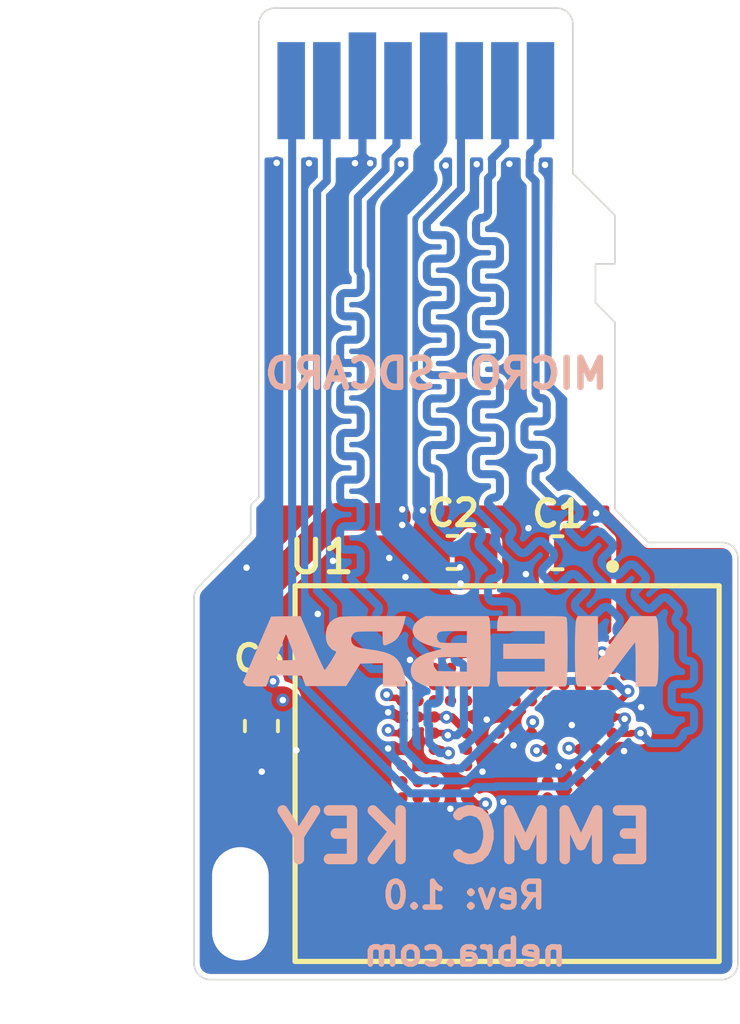
<source format=kicad_pcb>
(kicad_pcb (version 20171130) (host pcbnew "(5.1.5)-3")
  (layers (0 F.Cu signal) (1 In1.Cu signal) (2 In2.Cu signal) (31 B.Cu signal) (35 F.Paste user) (36 B.SilkS user hide) (37 F.SilkS user) (38 B.Mask user) (39 F.Mask user) (44 Edge.Cuts user))
  (net 0 "")
  (net 1 /DAT2)
  (net 2 /DAT3)
  (net 3 /CMD)
  (net 4 +3V3)
  (net 5 /CLK)
  (net 6 GND)
  (net 7 /DAT0)
  (net 8 /DAT1)
  (net 9 "Net-(U1-PadK10)")
  (net 10 "Net-(U1-PadH5)")
  (net 11 "Net-(U1-PadF10)")
  (net 12 "Net-(U1-PadE10)")
  (net 13 "Net-(U1-PadE9)")
  (net 14 "Net-(U1-PadE5)")
  (net 15 "Net-(U1-PadB6)")
  (net 16 "Net-(U1-PadB5)")
  (net 17 "Net-(U1-PadB4)")
  (net 18 "Net-(U1-PadB3)")
  (net 19 /VDDI)
  (module emmc_key:MICRO_SD_EDGE (layer B.Cu) (at 100 100 180)
    (fp_text reference B1 hide)
    (fp_text value Micro_SD_Edge_Conn)
    (pad 1 connect rect (at -8.7 -2.55) (size 0.85 3) (layers B.Cu B.Mask) (net 1 /DAT2))
    (pad 2 connect rect (at -7.6 -2.55) (size 0.85 3) (layers B.Cu B.Mask) (net 2 /DAT3))
    (pad 3 connect rect (at -6.5 -2.55) (size 0.85 3) (layers B.Cu B.Mask) (net 3 /CMD))
    (pad 4 connect rect (at -5.4 -2.4) (size 0.85 3.3) (layers B.Cu B.Mask) (net 4 +3V3))
    (pad 5 connect rect (at -4.3 -2.55) (size 0.85 3) (layers B.Cu B.Mask) (net 5 /CLK))
    (pad 6 connect rect (at -3.2 -2.4) (size 0.85 3.3) (layers B.Cu B.Mask) (net 6 GND))
    (pad 7 connect rect (at -2.1 -2.55) (size 0.85 3) (layers B.Cu B.Mask) (net 7 /DAT0))
    (pad 8 connect rect (at -1 -2.55) (size 0.85 3) (layers B.Cu B.Mask) (net 8 /DAT1))
  )
  (module emmc_key:NEBRA_LOGO (layer B.Cu) (at 105.95 119.85 180)
    (fp_text reference LG1 hide)
    (fp_text value NEBRA hide)
  )
  (module MountingHole:MountingHole_2.2mm_M2 (layer F.Cu) (at 99.53 128.68 90)
    (fp_text reference H1 hide)
    (fp_text value String_hole)
    (pad 1 thru_hole roundrect (at 1.02 -0.1 90) (size 4 2.2) (drill oval 3.5 1.75) (layers *.Cu *.Mask) (roundrect_rratio 0.5) (net 6 GND))
  )
  (module Capacitor_SMD:C_0603_1608Metric (layer F.Cu) (at 100.08 122.17 270)
    (fp_text reference C3 (at -2.08 0.06 180) (layer F.SilkS) (effects (font (size 0.8 0.8) (thickness 0.16))))
    (fp_text value 2.2uF)
    (pad 2 smd roundrect (at 0.7875 0 270) (size 0.875 0.95) (layers F.Cu F.Paste F.Mask) (net 6 GND))
    (pad 1 smd roundrect (at -0.7875 0 270) (size 0.875 0.95) (layers F.Cu F.Paste F.Mask) (net 4 +3V3))
  )
  (module Capacitor_SMD:C_0603_1608Metric (layer F.Cu) (at 105.99 116.81 180)
    (fp_text reference C2 (at -0.02 1.22) (layer F.SilkS) (effects (font (size 0.8 0.8) (thickness 0.16))))
    (fp_text value 2.2uF)
    (pad 2 smd roundrect (at 0.7875 0 180) (size 0.875 0.95) (layers F.Cu F.Paste F.Mask) (net 6 GND))
    (pad 1 smd roundrect (at -0.7875 0 180) (size 0.875 0.95) (layers F.Cu F.Paste F.Mask) (net 4 +3V3))
  )
  (module Capacitor_SMD:C_0603_1608Metric (layer F.Cu) (at 109.22 116.82 180)
    (fp_text reference C1 (at -0.02 1.2) (layer F.SilkS) (effects (font (size 0.8 0.8) (thickness 0.16))))
    (fp_text value 2.2uF)
    (pad 2 smd roundrect (at 0.7875 0 180) (size 0.875 0.95) (layers F.Cu F.Paste F.Mask) (net 6 GND))
    (pad 1 smd roundrect (at -0.7875 0 180) (size 0.875 0.95) (layers F.Cu F.Paste F.Mask) (net 19 /VDDI))
  )
  (module emmc_key:BGA153N50P14X14_1150X1300X80 (layer F.Cu) (at 107.67 123.64 270)
    (fp_text reference U1 (at -6.69 5.73 180) (layer F.SilkS) (effects (font (thickness 0.16))))
    (fp_text value "EMMC Module")
    (pad P14 smd circle (at 3.25 3.25 270) (size 0.35 0.35) (layers F.Cu F.Paste F.Mask))
    (pad P13 smd circle (at 2.75 3.25 270) (size 0.35 0.35) (layers F.Cu F.Paste F.Mask))
    (pad P12 smd circle (at 2.25 3.25 270) (size 0.35 0.35) (layers F.Cu F.Paste F.Mask))
    (pad P11 smd circle (at 1.75 3.25 270) (size 0.35 0.35) (layers F.Cu F.Paste F.Mask))
    (pad P10 smd circle (at 1.25 3.25 270) (size 0.35 0.35) (layers F.Cu F.Paste F.Mask))
    (pad P9 smd circle (at 0.75 3.25 270) (size 0.35 0.35) (layers F.Cu F.Paste F.Mask))
    (pad P8 smd circle (at 0.25 3.25 270) (size 0.35 0.35) (layers F.Cu F.Paste F.Mask))
    (pad P7 smd circle (at -0.25 3.25 270) (size 0.35 0.35) (layers F.Cu F.Paste F.Mask))
    (pad P6 smd circle (at -0.75 3.25 270) (size 0.35 0.35) (layers F.Cu F.Paste F.Mask) (net 6 GND))
    (pad P5 smd circle (at -1.25 3.25 270) (size 0.35 0.35) (layers F.Cu F.Paste F.Mask) (net 4 +3V3))
    (pad P4 smd circle (at -1.75 3.25 270) (size 0.35 0.35) (layers F.Cu F.Paste F.Mask) (net 6 GND))
    (pad P3 smd circle (at -2.25 3.25 270) (size 0.35 0.35) (layers F.Cu F.Paste F.Mask) (net 4 +3V3))
    (pad P2 smd circle (at -2.75 3.25 270) (size 0.35 0.35) (layers F.Cu F.Paste F.Mask))
    (pad P1 smd circle (at -3.25 3.25 270) (size 0.35 0.35) (layers F.Cu F.Paste F.Mask) (net 6 GND))
    (pad N14 smd circle (at 3.25 2.75 270) (size 0.35 0.35) (layers F.Cu F.Paste F.Mask))
    (pad N13 smd circle (at 2.75 2.75 270) (size 0.35 0.35) (layers F.Cu F.Paste F.Mask))
    (pad N12 smd circle (at 2.25 2.75 270) (size 0.35 0.35) (layers F.Cu F.Paste F.Mask))
    (pad N11 smd circle (at 1.75 2.75 270) (size 0.35 0.35) (layers F.Cu F.Paste F.Mask))
    (pad N10 smd circle (at 1.25 2.75 270) (size 0.35 0.35) (layers F.Cu F.Paste F.Mask))
    (pad N9 smd circle (at 0.75 2.75 270) (size 0.35 0.35) (layers F.Cu F.Paste F.Mask))
    (pad N8 smd circle (at 0.25 2.75 270) (size 0.35 0.35) (layers F.Cu F.Paste F.Mask))
    (pad N7 smd circle (at -0.25 2.75 270) (size 0.35 0.35) (layers F.Cu F.Paste F.Mask) (net 6 GND))
    (pad N6 smd circle (at -0.75 2.75 270) (size 0.35 0.35) (layers F.Cu F.Paste F.Mask) (net 6 GND))
    (pad N5 smd circle (at -1.25 2.75 270) (size 0.35 0.35) (layers F.Cu F.Paste F.Mask) (net 6 GND))
    (pad N4 smd circle (at -1.75 2.75 270) (size 0.35 0.35) (layers F.Cu F.Paste F.Mask) (net 4 +3V3))
    (pad N3 smd circle (at -2.25 2.75 270) (size 0.35 0.35) (layers F.Cu F.Paste F.Mask))
    (pad N2 smd circle (at -2.75 2.75 270) (size 0.35 0.35) (layers F.Cu F.Paste F.Mask) (net 6 GND))
    (pad N1 smd circle (at -3.25 2.75 270) (size 0.35 0.35) (layers F.Cu F.Paste F.Mask) (net 6 GND))
    (pad M14 smd circle (at 3.25 2.25 270) (size 0.35 0.35) (layers F.Cu F.Paste F.Mask))
    (pad M13 smd circle (at 2.75 2.25 270) (size 0.35 0.35) (layers F.Cu F.Paste F.Mask))
    (pad M12 smd circle (at 2.25 2.25 270) (size 0.35 0.35) (layers F.Cu F.Paste F.Mask))
    (pad M11 smd circle (at 1.75 2.25 270) (size 0.35 0.35) (layers F.Cu F.Paste F.Mask))
    (pad M10 smd circle (at 1.25 2.25 270) (size 0.35 0.35) (layers F.Cu F.Paste F.Mask))
    (pad M9 smd circle (at 0.75 2.25 270) (size 0.35 0.35) (layers F.Cu F.Paste F.Mask))
    (pad M8 smd circle (at 0.25 2.25 270) (size 0.35 0.35) (layers F.Cu F.Paste F.Mask))
    (pad M7 smd circle (at -0.25 2.25 270) (size 0.35 0.35) (layers F.Cu F.Paste F.Mask) (net 6 GND))
    (pad M6 smd circle (at -0.75 2.25 270) (size 0.35 0.35) (layers F.Cu F.Paste F.Mask) (net 5 /CLK))
    (pad M5 smd circle (at -1.25 2.25 270) (size 0.35 0.35) (layers F.Cu F.Paste F.Mask) (net 3 /CMD))
    (pad M4 smd circle (at -1.75 2.25 270) (size 0.35 0.35) (layers F.Cu F.Paste F.Mask) (net 4 +3V3))
    (pad M3 smd circle (at -2.25 2.25 270) (size 0.35 0.35) (layers F.Cu F.Paste F.Mask))
    (pad M2 smd circle (at -2.75 2.25 270) (size 0.35 0.35) (layers F.Cu F.Paste F.Mask))
    (pad M1 smd circle (at -3.25 2.25 270) (size 0.35 0.35) (layers F.Cu F.Paste F.Mask))
    (pad L14 smd circle (at 3.25 1.75 270) (size 0.35 0.35) (layers F.Cu F.Paste F.Mask))
    (pad L13 smd circle (at 2.75 1.75 270) (size 0.35 0.35) (layers F.Cu F.Paste F.Mask))
    (pad L12 smd circle (at 2.25 1.75 270) (size 0.35 0.35) (layers F.Cu F.Paste F.Mask))
    (pad L3 smd circle (at -2.25 1.75 270) (size 0.35 0.35) (layers F.Cu F.Paste F.Mask))
    (pad L2 smd circle (at -2.75 1.75 270) (size 0.35 0.35) (layers F.Cu F.Paste F.Mask))
    (pad L1 smd circle (at -3.25 1.75 270) (size 0.35 0.35) (layers F.Cu F.Paste F.Mask))
    (pad K14 smd circle (at 3.25 1.25 270) (size 0.35 0.35) (layers F.Cu F.Paste F.Mask))
    (pad K13 smd circle (at 2.75 1.25 270) (size 0.35 0.35) (layers F.Cu F.Paste F.Mask))
    (pad K12 smd circle (at 2.25 1.25 270) (size 0.35 0.35) (layers F.Cu F.Paste F.Mask))
    (pad K10 smd circle (at 1.25 1.25 270) (size 0.35 0.35) (layers F.Cu F.Paste F.Mask) (net 9 "Net-(U1-PadK10)"))
    (pad K9 smd circle (at 0.75 1.25 270) (size 0.35 0.35) (layers F.Cu F.Paste F.Mask) (net 4 +3V3))
    (pad K8 smd circle (at 0.25 1.25 270) (size 0.35 0.35) (layers F.Cu F.Paste F.Mask) (net 6 GND))
    (pad K7 smd circle (at -0.25 1.25 270) (size 0.35 0.35) (layers F.Cu F.Paste F.Mask))
    (pad K6 smd circle (at -0.75 1.25 270) (size 0.35 0.35) (layers F.Cu F.Paste F.Mask))
    (pad K5 smd circle (at -1.25 1.25 270) (size 0.35 0.35) (layers F.Cu F.Paste F.Mask) (net 4 +3V3))
    (pad K3 smd circle (at -2.25 1.25 270) (size 0.35 0.35) (layers F.Cu F.Paste F.Mask))
    (pad K2 smd circle (at -2.75 1.25 270) (size 0.35 0.35) (layers F.Cu F.Paste F.Mask))
    (pad K1 smd circle (at -3.25 1.25 270) (size 0.35 0.35) (layers F.Cu F.Paste F.Mask))
    (pad J14 smd circle (at 3.25 0.75 270) (size 0.35 0.35) (layers F.Cu F.Paste F.Mask))
    (pad J13 smd circle (at 2.75 0.75 270) (size 0.35 0.35) (layers F.Cu F.Paste F.Mask))
    (pad J12 smd circle (at 2.25 0.75 270) (size 0.35 0.35) (layers F.Cu F.Paste F.Mask))
    (pad J10 smd circle (at 1.25 0.75 270) (size 0.35 0.35) (layers F.Cu F.Paste F.Mask) (net 4 +3V3))
    (pad J5 smd circle (at -1.25 0.75 270) (size 0.35 0.35) (layers F.Cu F.Paste F.Mask) (net 6 GND))
    (pad J3 smd circle (at -2.25 0.75 270) (size 0.35 0.35) (layers F.Cu F.Paste F.Mask))
    (pad J2 smd circle (at -2.75 0.75 270) (size 0.35 0.35) (layers F.Cu F.Paste F.Mask))
    (pad J1 smd circle (at -3.25 0.75 270) (size 0.35 0.35) (layers F.Cu F.Paste F.Mask))
    (pad H14 smd circle (at 3.25 0.25 270) (size 0.35 0.35) (layers F.Cu F.Paste F.Mask))
    (pad H13 smd circle (at 2.75 0.25 270) (size 0.35 0.35) (layers F.Cu F.Paste F.Mask))
    (pad H12 smd circle (at 2.25 0.25 270) (size 0.35 0.35) (layers F.Cu F.Paste F.Mask))
    (pad H10 smd circle (at 1.25 0.25 270) (size 0.35 0.35) (layers F.Cu F.Paste F.Mask) (net 6 GND))
    (pad H5 smd circle (at -1.25 0.25 270) (size 0.35 0.35) (layers F.Cu F.Paste F.Mask) (net 10 "Net-(U1-PadH5)"))
    (pad H3 smd circle (at -2.25 0.25 270) (size 0.35 0.35) (layers F.Cu F.Paste F.Mask))
    (pad H2 smd circle (at -2.75 0.25 270) (size 0.35 0.35) (layers F.Cu F.Paste F.Mask))
    (pad H1 smd circle (at -3.25 0.25 270) (size 0.35 0.35) (layers F.Cu F.Paste F.Mask))
    (pad G14 smd circle (at 3.25 -0.25 270) (size 0.35 0.35) (layers F.Cu F.Paste F.Mask))
    (pad G13 smd circle (at 2.75 -0.25 270) (size 0.35 0.35) (layers F.Cu F.Paste F.Mask))
    (pad G12 smd circle (at 2.25 -0.25 270) (size 0.35 0.35) (layers F.Cu F.Paste F.Mask))
    (pad G10 smd circle (at 1.25 -0.25 270) (size 0.35 0.35) (layers F.Cu F.Paste F.Mask))
    (pad G5 smd circle (at -1.25 -0.25 270) (size 0.35 0.35) (layers F.Cu F.Paste F.Mask) (net 6 GND))
    (pad G3 smd circle (at -2.25 -0.25 270) (size 0.35 0.35) (layers F.Cu F.Paste F.Mask))
    (pad G2 smd circle (at -2.75 -0.25 270) (size 0.35 0.35) (layers F.Cu F.Paste F.Mask))
    (pad G1 smd circle (at -3.25 -0.25 270) (size 0.35 0.35) (layers F.Cu F.Paste F.Mask))
    (pad F14 smd circle (at 3.25 -0.75 270) (size 0.35 0.35) (layers F.Cu F.Paste F.Mask))
    (pad F13 smd circle (at 2.75 -0.75 270) (size 0.35 0.35) (layers F.Cu F.Paste F.Mask))
    (pad F12 smd circle (at 2.25 -0.75 270) (size 0.35 0.35) (layers F.Cu F.Paste F.Mask))
    (pad F10 smd circle (at 1.25 -0.75 270) (size 0.35 0.35) (layers F.Cu F.Paste F.Mask) (net 11 "Net-(U1-PadF10)"))
    (pad F5 smd circle (at -1.25 -0.75 270) (size 0.35 0.35) (layers F.Cu F.Paste F.Mask) (net 4 +3V3))
    (pad F3 smd circle (at -2.25 -0.75 270) (size 0.35 0.35) (layers F.Cu F.Paste F.Mask))
    (pad F2 smd circle (at -2.75 -0.75 270) (size 0.35 0.35) (layers F.Cu F.Paste F.Mask))
    (pad F1 smd circle (at -3.25 -0.75 270) (size 0.35 0.35) (layers F.Cu F.Paste F.Mask))
    (pad E14 smd circle (at 3.25 -1.25 270) (size 0.35 0.35) (layers F.Cu F.Paste F.Mask))
    (pad E13 smd circle (at 2.75 -1.25 270) (size 0.35 0.35) (layers F.Cu F.Paste F.Mask))
    (pad E12 smd circle (at 2.25 -1.25 270) (size 0.35 0.35) (layers F.Cu F.Paste F.Mask))
    (pad E10 smd circle (at 1.25 -1.25 270) (size 0.35 0.35) (layers F.Cu F.Paste F.Mask) (net 12 "Net-(U1-PadE10)"))
    (pad E9 smd circle (at 0.75 -1.25 270) (size 0.35 0.35) (layers F.Cu F.Paste F.Mask) (net 13 "Net-(U1-PadE9)"))
    (pad E8 smd circle (at 0.25 -1.25 270) (size 0.35 0.35) (layers F.Cu F.Paste F.Mask))
    (pad E7 smd circle (at -0.25 -1.25 270) (size 0.35 0.35) (layers F.Cu F.Paste F.Mask) (net 6 GND))
    (pad E6 smd circle (at -0.75 -1.25 270) (size 0.35 0.35) (layers F.Cu F.Paste F.Mask) (net 4 +3V3))
    (pad E5 smd circle (at -1.25 -1.25 270) (size 0.35 0.35) (layers F.Cu F.Paste F.Mask) (net 14 "Net-(U1-PadE5)"))
    (pad E3 smd circle (at -2.25 -1.25 270) (size 0.35 0.35) (layers F.Cu F.Paste F.Mask))
    (pad E2 smd circle (at -2.75 -1.25 270) (size 0.35 0.35) (layers F.Cu F.Paste F.Mask))
    (pad E1 smd circle (at -3.25 -1.25 270) (size 0.35 0.35) (layers F.Cu F.Paste F.Mask))
    (pad D14 smd circle (at 3.25 -1.75 270) (size 0.35 0.35) (layers F.Cu F.Paste F.Mask))
    (pad D13 smd circle (at 2.75 -1.75 270) (size 0.35 0.35) (layers F.Cu F.Paste F.Mask))
    (pad D12 smd circle (at 2.25 -1.75 270) (size 0.35 0.35) (layers F.Cu F.Paste F.Mask))
    (pad D4 smd circle (at -1.75 -1.75 270) (size 0.35 0.35) (layers F.Cu F.Paste F.Mask) (net 6 GND))
    (pad D3 smd circle (at -2.25 -1.75 270) (size 0.35 0.35) (layers F.Cu F.Paste F.Mask))
    (pad D2 smd circle (at -2.75 -1.75 270) (size 0.35 0.35) (layers F.Cu F.Paste F.Mask))
    (pad D1 smd circle (at -3.25 -1.75 270) (size 0.35 0.35) (layers F.Cu F.Paste F.Mask))
    (pad C14 smd circle (at 3.25 -2.25 270) (size 0.35 0.35) (layers F.Cu F.Paste F.Mask))
    (pad C13 smd circle (at 2.75 -2.25 270) (size 0.35 0.35) (layers F.Cu F.Paste F.Mask))
    (pad C12 smd circle (at 2.25 -2.25 270) (size 0.35 0.35) (layers F.Cu F.Paste F.Mask))
    (pad C11 smd circle (at 1.75 -2.25 270) (size 0.35 0.35) (layers F.Cu F.Paste F.Mask))
    (pad C10 smd circle (at 1.25 -2.25 270) (size 0.35 0.35) (layers F.Cu F.Paste F.Mask))
    (pad C9 smd circle (at 0.75 -2.25 270) (size 0.35 0.35) (layers F.Cu F.Paste F.Mask))
    (pad C8 smd circle (at 0.25 -2.25 270) (size 0.35 0.35) (layers F.Cu F.Paste F.Mask))
    (pad C7 smd circle (at -0.25 -2.25 270) (size 0.35 0.35) (layers F.Cu F.Paste F.Mask))
    (pad C6 smd circle (at -0.75 -2.25 270) (size 0.35 0.35) (layers F.Cu F.Paste F.Mask) (net 4 +3V3))
    (pad C5 smd circle (at -1.25 -2.25 270) (size 0.35 0.35) (layers F.Cu F.Paste F.Mask) (net 6 GND))
    (pad C4 smd circle (at -1.75 -2.25 270) (size 0.35 0.35) (layers F.Cu F.Paste F.Mask) (net 6 GND))
    (pad C3 smd circle (at -2.25 -2.25 270) (size 0.35 0.35) (layers F.Cu F.Paste F.Mask))
    (pad C2 smd circle (at -2.75 -2.25 270) (size 0.35 0.35) (layers F.Cu F.Paste F.Mask) (net 19 /VDDI))
    (pad C1 smd circle (at -3.25 -2.25 270) (size 0.35 0.35) (layers F.Cu F.Paste F.Mask) (net 19 /VDDI))
    (pad B14 smd circle (at 3.25 -2.75 270) (size 0.35 0.35) (layers F.Cu F.Paste F.Mask))
    (pad B13 smd circle (at 2.75 -2.75 270) (size 0.35 0.35) (layers F.Cu F.Paste F.Mask))
    (pad B12 smd circle (at 2.25 -2.75 270) (size 0.35 0.35) (layers F.Cu F.Paste F.Mask))
    (pad B11 smd circle (at 1.75 -2.75 270) (size 0.35 0.35) (layers F.Cu F.Paste F.Mask))
    (pad B10 smd circle (at 1.25 -2.75 270) (size 0.35 0.35) (layers F.Cu F.Paste F.Mask))
    (pad B9 smd circle (at 0.75 -2.75 270) (size 0.35 0.35) (layers F.Cu F.Paste F.Mask))
    (pad B8 smd circle (at 0.25 -2.75 270) (size 0.35 0.35) (layers F.Cu F.Paste F.Mask))
    (pad B7 smd circle (at -0.25 -2.75 270) (size 0.35 0.35) (layers F.Cu F.Paste F.Mask))
    (pad B6 smd circle (at -0.75 -2.75 270) (size 0.35 0.35) (layers F.Cu F.Paste F.Mask) (net 15 "Net-(U1-PadB6)"))
    (pad B5 smd circle (at -1.25 -2.75 270) (size 0.35 0.35) (layers F.Cu F.Paste F.Mask) (net 16 "Net-(U1-PadB5)"))
    (pad B4 smd circle (at -1.75 -2.75 270) (size 0.35 0.35) (layers F.Cu F.Paste F.Mask) (net 17 "Net-(U1-PadB4)"))
    (pad B3 smd circle (at -2.25 -2.75 270) (size 0.35 0.35) (layers F.Cu F.Paste F.Mask) (net 18 "Net-(U1-PadB3)"))
    (pad B2 smd circle (at -2.75 -2.75 270) (size 0.35 0.35) (layers F.Cu F.Paste F.Mask) (net 2 /DAT3))
    (pad B1 smd circle (at -3.25 -2.75 270) (size 0.35 0.35) (layers F.Cu F.Paste F.Mask) (net 2 /DAT3))
    (pad A14 smd circle (at 3.25 -3.25 270) (size 0.35 0.35) (layers F.Cu F.Paste F.Mask))
    (pad A13 smd circle (at 2.75 -3.25 270) (size 0.35 0.35) (layers F.Cu F.Paste F.Mask))
    (pad A12 smd circle (at 2.25 -3.25 270) (size 0.35 0.35) (layers F.Cu F.Paste F.Mask))
    (pad A11 smd circle (at 1.75 -3.25 270) (size 0.35 0.35) (layers F.Cu F.Paste F.Mask))
    (pad A10 smd circle (at 1.25 -3.25 270) (size 0.35 0.35) (layers F.Cu F.Paste F.Mask))
    (pad A9 smd circle (at 0.75 -3.25 270) (size 0.35 0.35) (layers F.Cu F.Paste F.Mask))
    (pad A8 smd circle (at 0.25 -3.25 270) (size 0.35 0.35) (layers F.Cu F.Paste F.Mask))
    (pad A7 smd circle (at -0.25 -3.25 270) (size 0.35 0.35) (layers F.Cu F.Paste F.Mask))
    (pad A6 smd circle (at -0.75 -3.25 270) (size 0.35 0.35) (layers F.Cu F.Paste F.Mask) (net 6 GND))
    (pad A5 smd circle (at -1.25 -3.25 270) (size 0.35 0.35) (layers F.Cu F.Paste F.Mask) (net 1 /DAT2))
    (pad A4 smd circle (at -1.75 -3.25 270) (size 0.35 0.35) (layers F.Cu F.Paste F.Mask) (net 8 /DAT1))
    (pad A3 smd circle (at -2.25 -3.25 270) (size 0.35 0.35) (layers F.Cu F.Paste F.Mask) (net 7 /DAT0))
    (pad A2 smd circle (at -2.75 -3.25 270) (size 0.35 0.35) (layers F.Cu F.Paste F.Mask))
    (pad A1 smd circle (at -3.25 -3.25 270) (size 0.35 0.35) (layers F.Cu F.Paste F.Mask))
  )
  (gr_text "Rev: 1.0" (at 106.34 127.4) (layer B.SilkS) (effects (font (size 0.8 0.8) (thickness 0.17)) (justify mirror)))
  (gr_text nebra.com (at 106.36 129.16) (layer B.SilkS) (effects (font (size 0.8 0.8) (thickness 0.17)) (justify mirror)))
  (gr_arc (start 114.3 117) (end 114.8 117) (angle -90) (layer Edge.Cuts) (width 0.05))
  (gr_text MICRO-SDCARD (at 105.48 111.29) (layer B.SilkS) (effects (font (size 0.9 0.9) (thickness 0.2)) (justify mirror)))
  (gr_text "EMMC KEY" (at 106.38 125.6) (layer B.SilkS) (effects (font (size 1.5 1.5) (thickness 0.325)) (justify mirror)))
  (gr_arc (start 98.5 129.5) (end 98 129.5) (angle -90) (layer Edge.Cuts) (width 0.05))
  (gr_arc (start 114.3 129.5) (end 114.3 130) (angle -90) (layer Edge.Cuts) (width 0.05))
  (gr_arc (start 98.497334 118.20871) (end 98.153 117.85) (angle -46.32004878) (layer Edge.Cuts) (width 0.05))
  (gr_line (start 99.75 116.2525) (end 98.153 117.85) (layer Edge.Cuts) (width 0.05))
  (gr_line (start 100 115.1) (end 99.75 115.35) (layer Edge.Cuts) (width 0.05))
  (gr_line (start 99.75 115.35) (end 99.75 116.2525) (layer Edge.Cuts) (width 0.05))
  (gr_line (start 112.03 116.5) (end 114.3 116.5) (layer Edge.Cuts) (width 0.05))
  (gr_line (start 98 129.5) (end 98 118.21) (layer Edge.Cuts) (width 0.05))
  (gr_line (start 114.3 130) (end 98.5 130) (layer Edge.Cuts) (width 0.05))
  (gr_line (start 114.8 117) (end 114.8 129.5) (layer Edge.Cuts) (width 0.05))
  (gr_line (start 111 115.47) (end 112.03 116.5) (layer Edge.Cuts) (width 0.05))
  (gr_line (start 111 115) (end 111 115.47) (layer Edge.Cuts) (width 0.05))
  (gr_line (start 111 109.7) (end 111 115) (layer Edge.Cuts) (width 0.05))
  (gr_line (start 110.4 109.1) (end 111 109.7) (layer Edge.Cuts) (width 0.05))
  (gr_line (start 110.4 107.9) (end 110.4 109.1) (layer Edge.Cuts) (width 0.05))
  (gr_line (start 111 107.9) (end 110.4 107.9) (layer Edge.Cuts) (width 0.05))
  (gr_line (start 111 106.4) (end 111 107.9) (layer Edge.Cuts) (width 0.05))
  (gr_line (start 109.7 105.1) (end 111 106.4) (layer Edge.Cuts) (width 0.05))
  (gr_arc (start 109.2 100.5) (end 109.7 100.5) (angle -90) (layer Edge.Cuts) (width 0.05))
  (gr_arc (start 100.5 100.5) (end 100.5 100) (angle -90) (layer Edge.Cuts) (width 0.05))
  (gr_line (start 109.7 100.5) (end 109.7 105.1) (layer Edge.Cuts) (width 0.05))
  (gr_line (start 100 115.1) (end 100 100.5) (layer Edge.Cuts) (width 0.05))
  (gr_line (start 100.5 100) (end 109.2 100) (layer Edge.Cuts) (width 0.05))
  (via (at 111.79 122.390004) (size 0.4) (drill 0.2) (layers F.Cu B.Cu) (net 1))
  (segment (start 111.507158 122.390004) (end 111.79 122.390004) (width 0.2) (layer F.Cu) (net 1))
  (segment (start 110.940002 122.410002) (end 111.48716 122.410002) (width 0.2) (layer F.Cu) (net 1))
  (segment (start 111.48716 122.410002) (end 111.507158 122.390004) (width 0.2) (layer F.Cu) (net 1))
  (segment (start 110.92 122.39) (end 110.940002 122.410002) (width 0.2) (layer F.Cu) (net 1))
  (segment (start 108.61 102.64) (end 108.7 102.55) (width 0.25) (layer B.Cu) (net 1))
  (segment (start 108.61 104.25) (end 108.61 102.64) (width 0.25) (layer B.Cu) (net 1))
  (segment (start 108.38 104.48) (end 108.61 104.25) (width 0.25) (layer B.Cu) (net 1))
  (segment (start 108.38 104.686998) (end 108.38 104.48) (width 0.25) (layer B.Cu) (net 1))
  (segment (start 108.364999 104.701999) (end 108.38 104.686998) (width 0.25) (layer B.Cu) (net 1))
  (segment (start 108.55 105.343002) (end 108.364999 105.158001) (width 0.25) (layer B.Cu) (net 1))
  (segment (start 108.55 111.872498) (end 108.55 105.343002) (width 0.25) (layer B.Cu) (net 1))
  (segment (start 108.554324 111.910883) (end 108.55 111.872498) (width 0.25) (layer B.Cu) (net 1))
  (segment (start 108.567083 111.947343) (end 108.554324 111.910883) (width 0.25) (layer B.Cu) (net 1))
  (segment (start 108.587634 111.980051) (end 108.567083 111.947343) (width 0.25) (layer B.Cu) (net 1))
  (segment (start 108.614948 112.007365) (end 108.587634 111.980051) (width 0.25) (layer B.Cu) (net 1))
  (segment (start 108.647656 112.027916) (end 108.614948 112.007365) (width 0.25) (layer B.Cu) (net 1))
  (segment (start 108.684116 112.040675) (end 108.647656 112.027916) (width 0.25) (layer B.Cu) (net 1))
  (segment (start 108.760887 112.049324) (end 108.684116 112.040675) (width 0.25) (layer B.Cu) (net 1))
  (segment (start 108.797347 112.062083) (end 108.760887 112.049324) (width 0.25) (layer B.Cu) (net 1))
  (segment (start 108.830055 112.082634) (end 108.797347 112.062083) (width 0.25) (layer B.Cu) (net 1))
  (segment (start 108.857369 112.109948) (end 108.830055 112.082634) (width 0.25) (layer B.Cu) (net 1))
  (segment (start 108.87792 112.142656) (end 108.857369 112.109948) (width 0.25) (layer B.Cu) (net 1))
  (segment (start 108.890679 112.179116) (end 108.87792 112.142656) (width 0.25) (layer B.Cu) (net 1))
  (segment (start 108.895004 112.217502) (end 108.890679 112.179116) (width 0.25) (layer B.Cu) (net 1))
  (segment (start 108.895004 112.592498) (end 108.895004 112.217502) (width 0.25) (layer B.Cu) (net 1))
  (segment (start 108.890679 112.630883) (end 108.895004 112.592498) (width 0.25) (layer B.Cu) (net 1))
  (segment (start 108.87792 112.667343) (end 108.890679 112.630883) (width 0.25) (layer B.Cu) (net 1))
  (segment (start 108.857369 112.700051) (end 108.87792 112.667343) (width 0.25) (layer B.Cu) (net 1))
  (segment (start 108.830055 112.727365) (end 108.857369 112.700051) (width 0.25) (layer B.Cu) (net 1))
  (segment (start 108.797347 112.747916) (end 108.830055 112.727365) (width 0.25) (layer B.Cu) (net 1))
  (segment (start 108.760887 112.760675) (end 108.797347 112.747916) (width 0.25) (layer B.Cu) (net 1))
  (segment (start 108.722502 112.765) (end 108.760887 112.760675) (width 0.25) (layer B.Cu) (net 1))
  (segment (start 108.377498 112.765) (end 108.722502 112.765) (width 0.25) (layer B.Cu) (net 1))
  (segment (start 108.339113 112.769324) (end 108.377498 112.765) (width 0.25) (layer B.Cu) (net 1))
  (segment (start 108.302653 112.782083) (end 108.339113 112.769324) (width 0.25) (layer B.Cu) (net 1))
  (segment (start 108.269945 112.802634) (end 108.302653 112.782083) (width 0.25) (layer B.Cu) (net 1))
  (segment (start 108.242631 112.829948) (end 108.269945 112.802634) (width 0.25) (layer B.Cu) (net 1))
  (segment (start 108.22208 112.862656) (end 108.242631 112.829948) (width 0.25) (layer B.Cu) (net 1))
  (segment (start 108.209321 112.899116) (end 108.22208 112.862656) (width 0.25) (layer B.Cu) (net 1))
  (segment (start 108.204996 112.937502) (end 108.209321 112.899116) (width 0.25) (layer B.Cu) (net 1))
  (segment (start 108.204996 113.312498) (end 108.204996 112.937502) (width 0.25) (layer B.Cu) (net 1))
  (segment (start 108.209321 113.350883) (end 108.204996 113.312498) (width 0.25) (layer B.Cu) (net 1))
  (segment (start 108.22208 113.387343) (end 108.209321 113.350883) (width 0.25) (layer B.Cu) (net 1))
  (segment (start 108.242631 113.420051) (end 108.22208 113.387343) (width 0.25) (layer B.Cu) (net 1))
  (segment (start 108.269945 113.447365) (end 108.242631 113.420051) (width 0.25) (layer B.Cu) (net 1))
  (segment (start 108.302653 113.467916) (end 108.269945 113.447365) (width 0.25) (layer B.Cu) (net 1))
  (segment (start 108.339113 113.480675) (end 108.302653 113.467916) (width 0.25) (layer B.Cu) (net 1))
  (segment (start 108.377498 113.485) (end 108.339113 113.480675) (width 0.25) (layer B.Cu) (net 1))
  (segment (start 108.55 113.485) (end 108.377498 113.485) (width 0.25) (layer B.Cu) (net 1))
  (segment (start 108.55 113.487498) (end 108.55 113.485) (width 0.25) (layer B.Cu) (net 1))
  (segment (start 108.722502 113.487498) (end 108.55 113.487498) (width 0.25) (layer B.Cu) (net 1))
  (segment (start 108.760887 113.491822) (end 108.722502 113.487498) (width 0.25) (layer B.Cu) (net 1))
  (segment (start 108.797347 113.504581) (end 108.760887 113.491822) (width 0.25) (layer B.Cu) (net 1))
  (segment (start 108.830055 113.525132) (end 108.797347 113.504581) (width 0.25) (layer B.Cu) (net 1))
  (segment (start 108.857369 113.552446) (end 108.830055 113.525132) (width 0.25) (layer B.Cu) (net 1))
  (segment (start 108.87792 113.585154) (end 108.857369 113.552446) (width 0.25) (layer B.Cu) (net 1))
  (segment (start 108.890679 113.621614) (end 108.87792 113.585154) (width 0.25) (layer B.Cu) (net 1))
  (segment (start 108.895004 113.66) (end 108.890679 113.621614) (width 0.25) (layer B.Cu) (net 1))
  (segment (start 108.895004 114.034996) (end 108.895004 113.66) (width 0.25) (layer B.Cu) (net 1))
  (segment (start 108.890679 114.073381) (end 108.895004 114.034996) (width 0.25) (layer B.Cu) (net 1))
  (segment (start 108.87792 114.109841) (end 108.890679 114.073381) (width 0.25) (layer B.Cu) (net 1))
  (segment (start 108.857369 114.142549) (end 108.87792 114.109841) (width 0.25) (layer B.Cu) (net 1))
  (segment (start 108.830055 114.169863) (end 108.857369 114.142549) (width 0.25) (layer B.Cu) (net 1))
  (segment (start 108.797347 114.190414) (end 108.830055 114.169863) (width 0.25) (layer B.Cu) (net 1))
  (segment (start 108.760887 114.203173) (end 108.797347 114.190414) (width 0.25) (layer B.Cu) (net 1))
  (segment (start 108.684116 114.211822) (end 108.760887 114.203173) (width 0.25) (layer B.Cu) (net 1))
  (segment (start 108.647656 114.224581) (end 108.684116 114.211822) (width 0.25) (layer B.Cu) (net 1))
  (segment (start 108.614948 114.245132) (end 108.647656 114.224581) (width 0.25) (layer B.Cu) (net 1))
  (segment (start 111.954632 118.516425) (end 111.92443 118.49234) (width 0.25) (layer B.Cu) (net 1))
  (segment (start 111.989434 118.533184) (end 111.954632 118.516425) (width 0.25) (layer B.Cu) (net 1))
  (segment (start 112.027094 118.54178) (end 111.989434 118.533184) (width 0.25) (layer B.Cu) (net 1))
  (segment (start 112.065722 118.54178) (end 112.027094 118.54178) (width 0.25) (layer B.Cu) (net 1))
  (segment (start 112.103382 118.533184) (end 112.065722 118.54178) (width 0.25) (layer B.Cu) (net 1))
  (segment (start 112.138184 118.516424) (end 112.103382 118.533184) (width 0.25) (layer B.Cu) (net 1))
  (segment (start 112.168386 118.492341) (end 112.138184 118.516424) (width 0.25) (layer B.Cu) (net 1))
  (segment (start 112.290363 118.370363) (end 112.168386 118.492341) (width 0.25) (layer B.Cu) (net 1))
  (segment (start 109.113681 115.19368) (end 108.55 114.63) (width 0.25) (layer B.Cu) (net 1))
  (segment (start 112.29213 118.372129) (end 112.290363 118.370363) (width 0.25) (layer B.Cu) (net 1))
  (segment (start 112.414108 118.250152) (end 112.29213 118.372129) (width 0.25) (layer B.Cu) (net 1))
  (segment (start 112.444308 118.226068) (end 112.414108 118.250152) (width 0.25) (layer B.Cu) (net 1))
  (segment (start 108.567083 114.305154) (end 108.587634 114.272446) (width 0.25) (layer B.Cu) (net 1))
  (segment (start 112.479111 118.209308) (end 112.444308 118.226068) (width 0.25) (layer B.Cu) (net 1))
  (segment (start 112.516771 118.200712) (end 112.479111 118.209308) (width 0.25) (layer B.Cu) (net 1))
  (segment (start 112.555399 118.200712) (end 112.516771 118.200712) (width 0.25) (layer B.Cu) (net 1))
  (segment (start 112.593059 118.209308) (end 112.555399 118.200712) (width 0.25) (layer B.Cu) (net 1))
  (segment (start 112.627862 118.226068) (end 112.593059 118.209308) (width 0.25) (layer B.Cu) (net 1))
  (segment (start 112.658062 118.250152) (end 112.627862 118.226068) (width 0.25) (layer B.Cu) (net 1))
  (segment (start 112.923225 118.515315) (end 112.658062 118.250152) (width 0.25) (layer B.Cu) (net 1))
  (segment (start 112.947309 118.545516) (end 112.923225 118.515315) (width 0.25) (layer B.Cu) (net 1))
  (segment (start 112.964069 118.580318) (end 112.947309 118.545516) (width 0.25) (layer B.Cu) (net 1))
  (segment (start 111.150151 117.474106) (end 111.119949 117.498189) (width 0.25) (layer B.Cu) (net 1))
  (segment (start 112.972665 118.656606) (end 112.972665 118.617978) (width 0.25) (layer B.Cu) (net 1))
  (segment (start 112.964069 118.694266) (end 112.972665 118.656606) (width 0.25) (layer B.Cu) (net 1))
  (segment (start 112.947309 118.729069) (end 112.964069 118.694266) (width 0.25) (layer B.Cu) (net 1))
  (segment (start 111.459109 117.189306) (end 111.424306 117.206066) (width 0.25) (layer B.Cu) (net 1))
  (segment (start 112.89914 118.789471) (end 112.947309 118.729069) (width 0.25) (layer B.Cu) (net 1))
  (segment (start 111.272128 117.352128) (end 111.150151 117.474106) (width 0.25) (layer B.Cu) (net 1))
  (segment (start 108.55 114.38) (end 108.554324 114.341614) (width 0.25) (layer B.Cu) (net 1))
  (segment (start 112.88238 118.824273) (end 112.89914 118.789471) (width 0.25) (layer B.Cu) (net 1))
  (segment (start 111.944067 117.560317) (end 111.927307 117.525514) (width 0.25) (layer B.Cu) (net 1))
  (segment (start 112.873784 118.861933) (end 112.88238 118.824273) (width 0.25) (layer B.Cu) (net 1))
  (segment (start 112.873784 118.900561) (end 112.873784 118.861933) (width 0.25) (layer B.Cu) (net 1))
  (segment (start 112.88238 118.938221) (end 112.873784 118.900561) (width 0.25) (layer B.Cu) (net 1))
  (segment (start 111.047487 117.523545) (end 111.008859 117.523545) (width 0.25) (layer B.Cu) (net 1))
  (segment (start 112.89914 118.973024) (end 112.88238 118.938221) (width 0.25) (layer B.Cu) (net 1))
  (segment (start 113.1 119.18) (end 112.923225 119.003225) (width 0.25) (layer B.Cu) (net 1))
  (segment (start 111.085147 117.514949) (end 111.047487 117.523545) (width 0.25) (layer B.Cu) (net 1))
  (segment (start 113.1 119.982498) (end 113.1 119.18) (width 0.25) (layer B.Cu) (net 1))
  (segment (start 113.104324 120.020883) (end 113.1 119.982498) (width 0.25) (layer B.Cu) (net 1))
  (segment (start 111.424306 117.206066) (end 111.394106 117.23015) (width 0.25) (layer B.Cu) (net 1))
  (segment (start 113.117083 120.057343) (end 113.104324 120.020883) (width 0.25) (layer B.Cu) (net 1))
  (segment (start 113.137634 120.090051) (end 113.117083 120.057343) (width 0.25) (layer B.Cu) (net 1))
  (segment (start 108.55 114.63) (end 108.55 114.38) (width 0.25) (layer B.Cu) (net 1))
  (segment (start 113.164948 120.117365) (end 113.137634 120.090051) (width 0.25) (layer B.Cu) (net 1))
  (segment (start 111.609828 118.124515) (end 111.609828 118.085887) (width 0.25) (layer B.Cu) (net 1))
  (segment (start 113.197656 120.137916) (end 113.164948 120.117365) (width 0.25) (layer B.Cu) (net 1))
  (segment (start 113.234116 120.150675) (end 113.197656 120.137916) (width 0.25) (layer B.Cu) (net 1))
  (segment (start 113.310887 120.159324) (end 113.234116 120.150675) (width 0.25) (layer B.Cu) (net 1))
  (segment (start 113.347347 120.172083) (end 113.310887 120.159324) (width 0.25) (layer B.Cu) (net 1))
  (segment (start 113.380055 120.192634) (end 113.347347 120.172083) (width 0.25) (layer B.Cu) (net 1))
  (segment (start 113.407369 120.219948) (end 113.380055 120.192634) (width 0.25) (layer B.Cu) (net 1))
  (segment (start 113.42792 120.252656) (end 113.407369 120.219948) (width 0.25) (layer B.Cu) (net 1))
  (segment (start 111.927307 117.709067) (end 111.944067 117.674265) (width 0.25) (layer B.Cu) (net 1))
  (segment (start 113.440679 120.289116) (end 113.42792 120.252656) (width 0.25) (layer B.Cu) (net 1))
  (segment (start 111.618424 118.048227) (end 111.635183 118.013423) (width 0.25) (layer B.Cu) (net 1))
  (segment (start 113.445004 120.327502) (end 113.440679 120.289116) (width 0.25) (layer B.Cu) (net 1))
  (segment (start 113.445004 120.702498) (end 113.445004 120.327502) (width 0.25) (layer B.Cu) (net 1))
  (segment (start 113.440679 120.740883) (end 113.445004 120.702498) (width 0.25) (layer B.Cu) (net 1))
  (segment (start 113.42792 120.777343) (end 113.440679 120.740883) (width 0.25) (layer B.Cu) (net 1))
  (segment (start 112.923225 119.003225) (end 112.89914 118.973024) (width 0.25) (layer B.Cu) (net 1))
  (segment (start 110.906195 117.474105) (end 110.641032 117.208942) (width 0.25) (layer B.Cu) (net 1))
  (segment (start 113.407369 120.810051) (end 113.42792 120.777343) (width 0.25) (layer B.Cu) (net 1))
  (segment (start 113.347347 121.614581) (end 113.310887 121.601822) (width 0.25) (layer B.Cu) (net 1))
  (segment (start 113.380055 121.635132) (end 113.347347 121.614581) (width 0.25) (layer B.Cu) (net 1))
  (segment (start 113.440679 121.731614) (end 113.42792 121.695154) (width 0.25) (layer B.Cu) (net 1))
  (segment (start 112.889113 120.879324) (end 112.927498 120.875) (width 0.25) (layer B.Cu) (net 1))
  (segment (start 113.445004 121.77) (end 113.440679 121.731614) (width 0.25) (layer B.Cu) (net 1))
  (segment (start 112.852653 121.577916) (end 112.819945 121.557365) (width 0.25) (layer B.Cu) (net 1))
  (segment (start 113.445004 122.144996) (end 113.445004 121.77) (width 0.25) (layer B.Cu) (net 1))
  (segment (start 111.618424 118.162175) (end 111.609828 118.124515) (width 0.25) (layer B.Cu) (net 1))
  (segment (start 113.42792 121.695154) (end 113.407369 121.662446) (width 0.25) (layer B.Cu) (net 1))
  (segment (start 113.42792 122.219841) (end 113.440679 122.183381) (width 0.25) (layer B.Cu) (net 1))
  (segment (start 113.380055 122.279863) (end 113.407369 122.252549) (width 0.25) (layer B.Cu) (net 1))
  (segment (start 113.137634 122.382446) (end 113.164948 122.355132) (width 0.25) (layer B.Cu) (net 1))
  (segment (start 113.347347 120.857916) (end 113.380055 120.837365) (width 0.25) (layer B.Cu) (net 1))
  (segment (start 113.407369 121.662446) (end 113.380055 121.635132) (width 0.25) (layer B.Cu) (net 1))
  (segment (start 111.952663 117.597977) (end 111.944067 117.560317) (width 0.25) (layer B.Cu) (net 1))
  (segment (start 113.117083 122.415154) (end 113.137634 122.382446) (width 0.25) (layer B.Cu) (net 1))
  (segment (start 113.310887 122.313173) (end 113.347347 122.300414) (width 0.25) (layer B.Cu) (net 1))
  (segment (start 113.104324 122.451614) (end 113.117083 122.415154) (width 0.25) (layer B.Cu) (net 1))
  (segment (start 113.407369 122.252549) (end 113.42792 122.219841) (width 0.25) (layer B.Cu) (net 1))
  (segment (start 111.952663 117.636605) (end 111.952663 117.597977) (width 0.25) (layer B.Cu) (net 1))
  (segment (start 113.1 122.49) (end 113.104324 122.451614) (width 0.25) (layer B.Cu) (net 1))
  (segment (start 113.347347 122.300414) (end 113.380055 122.279863) (width 0.25) (layer B.Cu) (net 1))
  (segment (start 113.440679 122.183381) (end 113.445004 122.144996) (width 0.25) (layer B.Cu) (net 1))
  (segment (start 111.635183 118.013423) (end 111.659267 117.983223) (width 0.25) (layer B.Cu) (net 1))
  (segment (start 113.164948 122.355132) (end 113.197656 122.334581) (width 0.25) (layer B.Cu) (net 1))
  (segment (start 112.099996 122.7) (end 112.89 122.7) (width 0.25) (layer B.Cu) (net 1))
  (segment (start 111.659267 118.227177) (end 111.635183 118.196977) (width 0.25) (layer B.Cu) (net 1))
  (segment (start 111.79 122.390004) (end 112.099996 122.7) (width 0.25) (layer B.Cu) (net 1))
  (segment (start 113.197656 122.334581) (end 113.234116 122.321822) (width 0.25) (layer B.Cu) (net 1))
  (segment (start 112.89 122.7) (end 113.1 122.49) (width 0.25) (layer B.Cu) (net 1))
  (segment (start 113.234116 122.321822) (end 113.310887 122.313173) (width 0.25) (layer B.Cu) (net 1))
  (segment (start 112.972665 118.617978) (end 112.964069 118.580318) (width 0.25) (layer B.Cu) (net 1))
  (segment (start 111.008859 117.523545) (end 110.971199 117.514949) (width 0.25) (layer B.Cu) (net 1))
  (segment (start 108.554324 114.341614) (end 108.567083 114.305154) (width 0.25) (layer B.Cu) (net 1))
  (segment (start 112.927498 121.595) (end 112.889113 121.590675) (width 0.25) (layer B.Cu) (net 1))
  (segment (start 113.310887 121.601822) (end 113.272502 121.597498) (width 0.25) (layer B.Cu) (net 1))
  (segment (start 113.310887 120.870675) (end 113.347347 120.857916) (width 0.25) (layer B.Cu) (net 1))
  (segment (start 113.272502 121.597498) (end 113.1 121.597498) (width 0.25) (layer B.Cu) (net 1))
  (segment (start 113.1 121.597498) (end 113.1 121.595) (width 0.25) (layer B.Cu) (net 1))
  (segment (start 113.1 121.595) (end 112.927498 121.595) (width 0.25) (layer B.Cu) (net 1))
  (segment (start 111.609828 118.085887) (end 111.618424 118.048227) (width 0.25) (layer B.Cu) (net 1))
  (segment (start 112.889113 121.590675) (end 112.852653 121.577916) (width 0.25) (layer B.Cu) (net 1))
  (segment (start 112.819945 121.557365) (end 112.792631 121.530051) (width 0.25) (layer B.Cu) (net 1))
  (segment (start 112.792631 121.530051) (end 112.77208 121.497343) (width 0.25) (layer B.Cu) (net 1))
  (segment (start 112.77208 121.497343) (end 112.759321 121.460883) (width 0.25) (layer B.Cu) (net 1))
  (segment (start 112.759321 121.460883) (end 112.754996 121.422498) (width 0.25) (layer B.Cu) (net 1))
  (segment (start 112.754996 121.422498) (end 112.754996 121.047502) (width 0.25) (layer B.Cu) (net 1))
  (segment (start 111.635183 118.196977) (end 111.618424 118.162175) (width 0.25) (layer B.Cu) (net 1))
  (segment (start 112.754996 121.047502) (end 112.759321 121.009116) (width 0.25) (layer B.Cu) (net 1))
  (segment (start 108.364999 105.158001) (end 108.364999 104.701999) (width 0.25) (layer B.Cu) (net 1))
  (segment (start 111.659267 117.983223) (end 111.903223 117.739268) (width 0.25) (layer B.Cu) (net 1))
  (segment (start 112.759321 121.009116) (end 112.77208 120.972656) (width 0.25) (layer B.Cu) (net 1))
  (segment (start 112.77208 120.972656) (end 112.792631 120.939948) (width 0.25) (layer B.Cu) (net 1))
  (segment (start 112.792631 120.939948) (end 112.819945 120.912634) (width 0.25) (layer B.Cu) (net 1))
  (segment (start 112.819945 120.912634) (end 112.852653 120.892083) (width 0.25) (layer B.Cu) (net 1))
  (segment (start 108.587634 114.272446) (end 108.614948 114.245132) (width 0.25) (layer B.Cu) (net 1))
  (segment (start 112.852653 120.892083) (end 112.889113 120.879324) (width 0.25) (layer B.Cu) (net 1))
  (segment (start 111.903223 117.739268) (end 111.927307 117.709067) (width 0.25) (layer B.Cu) (net 1))
  (segment (start 112.927498 120.875) (end 113.272502 120.875) (width 0.25) (layer B.Cu) (net 1))
  (segment (start 113.272502 120.875) (end 113.310887 120.870675) (width 0.25) (layer B.Cu) (net 1))
  (segment (start 113.380055 120.837365) (end 113.407369 120.810051) (width 0.25) (layer B.Cu) (net 1))
  (segment (start 111.92443 118.49234) (end 111.659267 118.227177) (width 0.25) (layer B.Cu) (net 1))
  (segment (start 111.119949 117.498189) (end 111.085147 117.514949) (width 0.25) (layer B.Cu) (net 1))
  (segment (start 111.944067 117.674265) (end 111.952663 117.636605) (width 0.25) (layer B.Cu) (net 1))
  (segment (start 111.927307 117.525514) (end 111.903223 117.495313) (width 0.25) (layer B.Cu) (net 1))
  (segment (start 111.903223 117.495313) (end 111.63806 117.23015) (width 0.25) (layer B.Cu) (net 1))
  (segment (start 111.63806 117.23015) (end 111.60786 117.206066) (width 0.25) (layer B.Cu) (net 1))
  (segment (start 111.60786 117.206066) (end 111.573057 117.189306) (width 0.25) (layer B.Cu) (net 1))
  (segment (start 111.573057 117.189306) (end 111.535397 117.18071) (width 0.25) (layer B.Cu) (net 1))
  (segment (start 111.535397 117.18071) (end 111.496769 117.18071) (width 0.25) (layer B.Cu) (net 1))
  (segment (start 111.496769 117.18071) (end 111.459109 117.189306) (width 0.25) (layer B.Cu) (net 1))
  (segment (start 111.394106 117.23015) (end 111.272128 117.352128) (width 0.25) (layer B.Cu) (net 1))
  (segment (start 110.971199 117.514949) (end 110.936397 117.49819) (width 0.25) (layer B.Cu) (net 1))
  (segment (start 110.936397 117.49819) (end 110.906195 117.474105) (width 0.25) (layer B.Cu) (net 1))
  (segment (start 110.641032 117.208942) (end 110.616948 117.178742) (width 0.25) (layer B.Cu) (net 1))
  (segment (start 110.616948 117.178742) (end 110.600189 117.14394) (width 0.25) (layer B.Cu) (net 1))
  (segment (start 110.600189 117.14394) (end 110.591593 117.10628) (width 0.25) (layer B.Cu) (net 1))
  (segment (start 110.591593 117.10628) (end 110.591593 117.067652) (width 0.25) (layer B.Cu) (net 1))
  (segment (start 110.591593 117.067652) (end 110.600189 117.029992) (width 0.25) (layer B.Cu) (net 1))
  (segment (start 110.600189 117.029992) (end 110.616948 116.995188) (width 0.25) (layer B.Cu) (net 1))
  (segment (start 110.616948 116.995188) (end 110.641032 116.964988) (width 0.25) (layer B.Cu) (net 1))
  (segment (start 110.641032 116.964988) (end 110.884988 116.721033) (width 0.25) (layer B.Cu) (net 1))
  (segment (start 110.884988 116.721033) (end 110.909072 116.690832) (width 0.25) (layer B.Cu) (net 1))
  (segment (start 110.909072 116.690832) (end 110.925832 116.65603) (width 0.25) (layer B.Cu) (net 1))
  (segment (start 110.925832 116.65603) (end 110.934428 116.61837) (width 0.25) (layer B.Cu) (net 1))
  (segment (start 110.934428 116.61837) (end 110.934428 116.579742) (width 0.25) (layer B.Cu) (net 1))
  (segment (start 110.934428 116.579742) (end 110.925832 116.542082) (width 0.25) (layer B.Cu) (net 1))
  (segment (start 110.925832 116.542082) (end 110.909072 116.507279) (width 0.25) (layer B.Cu) (net 1))
  (segment (start 110.909072 116.507279) (end 110.884988 116.477078) (width 0.25) (layer B.Cu) (net 1))
  (segment (start 110.884988 116.477078) (end 110.619825 116.211915) (width 0.25) (layer B.Cu) (net 1))
  (segment (start 110.619825 116.211915) (end 110.589625 116.187831) (width 0.25) (layer B.Cu) (net 1))
  (segment (start 110.589625 116.187831) (end 110.554822 116.171071) (width 0.25) (layer B.Cu) (net 1))
  (segment (start 110.554822 116.171071) (end 110.517162 116.162475) (width 0.25) (layer B.Cu) (net 1))
  (segment (start 110.517162 116.162475) (end 110.478534 116.162475) (width 0.25) (layer B.Cu) (net 1))
  (segment (start 110.478534 116.162475) (end 110.440874 116.171071) (width 0.25) (layer B.Cu) (net 1))
  (segment (start 110.440874 116.171071) (end 110.406071 116.187831) (width 0.25) (layer B.Cu) (net 1))
  (segment (start 110.406071 116.187831) (end 110.375871 116.211915) (width 0.25) (layer B.Cu) (net 1))
  (segment (start 110.375871 116.211915) (end 110.253893 116.333893) (width 0.25) (layer B.Cu) (net 1))
  (segment (start 110.253893 116.333893) (end 110.131916 116.455871) (width 0.25) (layer B.Cu) (net 1))
  (segment (start 110.131916 116.455871) (end 110.101714 116.479954) (width 0.25) (layer B.Cu) (net 1))
  (segment (start 110.101714 116.479954) (end 110.066912 116.496714) (width 0.25) (layer B.Cu) (net 1))
  (segment (start 110.066912 116.496714) (end 110.029252 116.50531) (width 0.25) (layer B.Cu) (net 1))
  (segment (start 110.029252 116.50531) (end 109.990624 116.50531) (width 0.25) (layer B.Cu) (net 1))
  (segment (start 109.990624 116.50531) (end 109.952964 116.496714) (width 0.25) (layer B.Cu) (net 1))
  (segment (start 109.952964 116.496714) (end 109.918162 116.479955) (width 0.25) (layer B.Cu) (net 1))
  (segment (start 109.918162 116.479955) (end 109.88796 116.45587) (width 0.25) (layer B.Cu) (net 1))
  (segment (start 109.88796 116.45587) (end 109.622797 116.190707) (width 0.25) (layer B.Cu) (net 1))
  (segment (start 109.622797 116.190707) (end 109.598713 116.160507) (width 0.25) (layer B.Cu) (net 1))
  (segment (start 109.598713 116.160507) (end 109.581954 116.125705) (width 0.25) (layer B.Cu) (net 1))
  (segment (start 109.581954 116.125705) (end 109.573358 116.088045) (width 0.25) (layer B.Cu) (net 1))
  (segment (start 109.573358 116.088045) (end 109.573358 116.049417) (width 0.25) (layer B.Cu) (net 1))
  (segment (start 109.573358 116.049417) (end 109.581954 116.011757) (width 0.25) (layer B.Cu) (net 1))
  (segment (start 109.581954 116.011757) (end 109.598713 115.976953) (width 0.25) (layer B.Cu) (net 1))
  (segment (start 109.598713 115.976953) (end 109.622797 115.946753) (width 0.25) (layer B.Cu) (net 1))
  (segment (start 109.622797 115.946753) (end 109.866753 115.702798) (width 0.25) (layer B.Cu) (net 1))
  (segment (start 109.866753 115.702798) (end 109.890837 115.672597) (width 0.25) (layer B.Cu) (net 1))
  (segment (start 109.890837 115.672597) (end 109.907597 115.637795) (width 0.25) (layer B.Cu) (net 1))
  (segment (start 109.907597 115.637795) (end 109.916193 115.600135) (width 0.25) (layer B.Cu) (net 1))
  (segment (start 109.916193 115.600135) (end 109.916193 115.561507) (width 0.25) (layer B.Cu) (net 1))
  (segment (start 109.916193 115.561507) (end 109.907597 115.523847) (width 0.25) (layer B.Cu) (net 1))
  (segment (start 109.907597 115.523847) (end 109.890837 115.489044) (width 0.25) (layer B.Cu) (net 1))
  (segment (start 109.890837 115.489044) (end 109.866753 115.458843) (width 0.25) (layer B.Cu) (net 1))
  (segment (start 109.866753 115.458843) (end 109.60159 115.19368) (width 0.25) (layer B.Cu) (net 1))
  (segment (start 109.60159 115.19368) (end 109.57139 115.169596) (width 0.25) (layer B.Cu) (net 1))
  (segment (start 109.57139 115.169596) (end 109.536587 115.152836) (width 0.25) (layer B.Cu) (net 1))
  (segment (start 109.536587 115.152836) (end 109.498927 115.14424) (width 0.25) (layer B.Cu) (net 1))
  (segment (start 109.498927 115.14424) (end 109.460299 115.14424) (width 0.25) (layer B.Cu) (net 1))
  (segment (start 109.460299 115.14424) (end 109.422639 115.152836) (width 0.25) (layer B.Cu) (net 1))
  (segment (start 109.422639 115.152836) (end 109.387836 115.169596) (width 0.25) (layer B.Cu) (net 1))
  (segment (start 109.387836 115.169596) (end 109.327435 115.217764) (width 0.25) (layer B.Cu) (net 1))
  (segment (start 109.327435 115.217764) (end 109.292632 115.234524) (width 0.25) (layer B.Cu) (net 1))
  (segment (start 109.292632 115.234524) (end 109.254972 115.24312) (width 0.25) (layer B.Cu) (net 1))
  (segment (start 109.254972 115.24312) (end 109.216344 115.24312) (width 0.25) (layer B.Cu) (net 1))
  (segment (start 109.216344 115.24312) (end 109.178684 115.234524) (width 0.25) (layer B.Cu) (net 1))
  (segment (start 109.178684 115.234524) (end 109.143882 115.217764) (width 0.25) (layer B.Cu) (net 1))
  (segment (start 109.143882 115.217764) (end 109.113681 115.19368) (width 0.25) (layer B.Cu) (net 1))
  (via (at 110.603563 119.909888) (size 0.4) (drill 0.2) (layers F.Cu B.Cu) (net 2))
  (segment (start 110.444999 120.161999) (end 110.6 120.006998) (width 0.2) (layer F.Cu) (net 2))
  (segment (start 110.444999 120.265001) (end 110.444999 120.161999) (width 0.2) (layer F.Cu) (net 2))
  (segment (start 110.6 120.006998) (end 110.6 119.913451) (width 0.2) (layer F.Cu) (net 2))
  (segment (start 110.42 120.29) (end 110.444999 120.265001) (width 0.2) (layer F.Cu) (net 2))
  (segment (start 110.6 119.913451) (end 110.603563 119.909888) (width 0.2) (layer F.Cu) (net 2))
  (segment (start 110.42 120.89) (end 110.42 120.29) (width 0.2) (layer F.Cu) (net 2))
  (segment (start 107.265 111.515) (end 106.895 111.515) (width 0.25) (layer B.Cu) (net 2))
  (segment (start 107.306166 111.519638) (end 107.265 111.515) (width 0.25) (layer B.Cu) (net 2))
  (segment (start 107.345268 111.53332) (end 107.306166 111.519638) (width 0.25) (layer B.Cu) (net 2))
  (segment (start 107.380345 111.555361) (end 107.345268 111.53332) (width 0.25) (layer B.Cu) (net 2))
  (segment (start 107.431679 111.619731) (end 107.409638 111.584654) (width 0.25) (layer B.Cu) (net 2))
  (segment (start 107.45 111.7) (end 107.445361 111.658833) (width 0.25) (layer B.Cu) (net 2))
  (segment (start 107.445361 112.091166) (end 107.45 112.05) (width 0.25) (layer B.Cu) (net 2))
  (segment (start 107.45 108.82) (end 107.445361 108.778833) (width 0.25) (layer B.Cu) (net 2))
  (segment (start 107.409638 112.165345) (end 107.431679 112.130268) (width 0.25) (layer B.Cu) (net 2))
  (segment (start 107.380345 112.194638) (end 107.409638 112.165345) (width 0.25) (layer B.Cu) (net 2))
  (segment (start 107.306166 112.230361) (end 107.345268 112.216679) (width 0.25) (layer B.Cu) (net 2))
  (segment (start 106.895 112.235) (end 107.265 112.235) (width 0.25) (layer B.Cu) (net 2))
  (segment (start 106.779655 112.275361) (end 106.814732 112.25332) (width 0.25) (layer B.Cu) (net 2))
  (segment (start 106.750362 112.304654) (end 106.779655 112.275361) (width 0.25) (layer B.Cu) (net 2))
  (segment (start 106.728321 112.339731) (end 106.750362 112.304654) (width 0.25) (layer B.Cu) (net 2))
  (segment (start 106.71 112.77) (end 106.71 112.42) (width 0.25) (layer B.Cu) (net 2))
  (segment (start 106.750362 112.885345) (end 106.728321 112.850268) (width 0.25) (layer B.Cu) (net 2))
  (segment (start 106.895 112.955) (end 106.853834 112.950361) (width 0.25) (layer B.Cu) (net 2))
  (segment (start 106.779655 106.515361) (end 106.814732 106.49332) (width 0.25) (layer B.Cu) (net 2))
  (segment (start 107.306166 112.959638) (end 107.265 112.955) (width 0.25) (layer B.Cu) (net 2))
  (segment (start 107.380345 112.995361) (end 107.345268 112.97332) (width 0.25) (layer B.Cu) (net 2))
  (segment (start 107.409638 113.024654) (end 107.380345 112.995361) (width 0.25) (layer B.Cu) (net 2))
  (segment (start 107.431679 113.059731) (end 107.409638 113.024654) (width 0.25) (layer B.Cu) (net 2))
  (segment (start 107.445361 113.098833) (end 107.431679 113.059731) (width 0.25) (layer B.Cu) (net 2))
  (segment (start 107.431679 113.570268) (end 107.445361 113.531166) (width 0.25) (layer B.Cu) (net 2))
  (segment (start 107.445361 113.531166) (end 107.45 113.49) (width 0.25) (layer B.Cu) (net 2))
  (segment (start 107.409638 113.605345) (end 107.431679 113.570268) (width 0.25) (layer B.Cu) (net 2))
  (segment (start 107.380345 113.634638) (end 107.409638 113.605345) (width 0.25) (layer B.Cu) (net 2))
  (segment (start 106.895 113.675) (end 107.265 113.675) (width 0.25) (layer B.Cu) (net 2))
  (segment (start 106.853834 113.679638) (end 106.895 113.675) (width 0.25) (layer B.Cu) (net 2))
  (segment (start 106.853834 107.190361) (end 106.814732 107.176679) (width 0.25) (layer B.Cu) (net 2))
  (segment (start 106.779655 113.715361) (end 106.814732 113.69332) (width 0.25) (layer B.Cu) (net 2))
  (segment (start 106.750362 113.744654) (end 106.779655 113.715361) (width 0.25) (layer B.Cu) (net 2))
  (segment (start 106.714639 113.818833) (end 106.728321 113.779731) (width 0.25) (layer B.Cu) (net 2))
  (segment (start 106.71 114.21) (end 106.71 113.86) (width 0.25) (layer B.Cu) (net 2))
  (segment (start 106.714639 114.251166) (end 106.71 114.21) (width 0.25) (layer B.Cu) (net 2))
  (segment (start 106.814732 113.69332) (end 106.853834 113.679638) (width 0.25) (layer B.Cu) (net 2))
  (segment (start 106.728321 114.290268) (end 106.714639 114.251166) (width 0.25) (layer B.Cu) (net 2))
  (segment (start 106.750362 114.325345) (end 106.728321 114.290268) (width 0.25) (layer B.Cu) (net 2))
  (segment (start 106.853834 114.390361) (end 106.814732 114.376679) (width 0.25) (layer B.Cu) (net 2))
  (segment (start 106.895 114.395) (end 106.853834 114.390361) (width 0.25) (layer B.Cu) (net 2))
  (segment (start 107.345268 114.41332) (end 107.306166 114.399638) (width 0.25) (layer B.Cu) (net 2))
  (segment (start 107.409638 114.464654) (end 107.380345 114.435361) (width 0.25) (layer B.Cu) (net 2))
  (segment (start 107.431679 114.499731) (end 107.409638 114.464654) (width 0.25) (layer B.Cu) (net 2))
  (segment (start 107.205001 105.128001) (end 107.205001 104.671999) (width 0.25) (layer B.Cu) (net 2))
  (segment (start 107.445361 114.538833) (end 107.431679 114.499731) (width 0.25) (layer B.Cu) (net 2))
  (segment (start 107.45 112.05) (end 107.45 111.7) (width 0.25) (layer B.Cu) (net 2))
  (segment (start 107.45 114.58) (end 107.445361 114.538833) (width 0.25) (layer B.Cu) (net 2))
  (segment (start 107.45 113.49) (end 107.45 113.14) (width 0.25) (layer B.Cu) (net 2))
  (segment (start 107.45 114.93) (end 107.45 114.58) (width 0.25) (layer B.Cu) (net 2))
  (segment (start 107.445361 114.971166) (end 107.45 114.93) (width 0.25) (layer B.Cu) (net 2))
  (segment (start 107.431679 115.010268) (end 107.445361 114.971166) (width 0.25) (layer B.Cu) (net 2))
  (segment (start 107.409638 115.045345) (end 107.431679 115.010268) (width 0.25) (layer B.Cu) (net 2))
  (segment (start 106.728321 107.090268) (end 106.714639 107.051166) (width 0.25) (layer B.Cu) (net 2))
  (segment (start 107.380345 115.074638) (end 107.409638 115.045345) (width 0.25) (layer B.Cu) (net 2))
  (segment (start 107.345268 115.096679) (end 107.380345 115.074638) (width 0.25) (layer B.Cu) (net 2))
  (segment (start 107.265 113.675) (end 107.306166 113.670361) (width 0.25) (layer B.Cu) (net 2))
  (segment (start 107.306166 115.110361) (end 107.345268 115.096679) (width 0.25) (layer B.Cu) (net 2))
  (segment (start 107.223833 115.119638) (end 107.306166 115.110361) (width 0.25) (layer B.Cu) (net 2))
  (segment (start 107.184731 115.13332) (end 107.223833 115.119638) (width 0.25) (layer B.Cu) (net 2))
  (segment (start 106.728321 113.779731) (end 106.750362 113.744654) (width 0.25) (layer B.Cu) (net 2))
  (segment (start 107.149654 115.155361) (end 107.184731 115.13332) (width 0.25) (layer B.Cu) (net 2))
  (segment (start 106.814732 112.936679) (end 106.779655 112.914638) (width 0.25) (layer B.Cu) (net 2))
  (segment (start 107.120361 115.184654) (end 107.149654 115.155361) (width 0.25) (layer B.Cu) (net 2))
  (segment (start 107.08 115.3) (end 107.084638 115.258833) (width 0.25) (layer B.Cu) (net 2))
  (segment (start 106.853834 112.239638) (end 106.895 112.235) (width 0.25) (layer B.Cu) (net 2))
  (segment (start 107.783664 116.003664) (end 107.08 115.3) (width 0.25) (layer B.Cu) (net 2))
  (segment (start 107.809493 116.036053) (end 107.783664 116.003664) (width 0.25) (layer B.Cu) (net 2))
  (segment (start 107.827468 116.195581) (end 107.836686 116.155192) (width 0.25) (layer B.Cu) (net 2))
  (segment (start 107.757836 116.297683) (end 107.809493 116.232905) (width 0.25) (layer B.Cu) (net 2))
  (segment (start 107.345268 112.216679) (end 107.380345 112.194638) (width 0.25) (layer B.Cu) (net 2))
  (segment (start 107.739861 116.335008) (end 107.757836 116.297683) (width 0.25) (layer B.Cu) (net 2))
  (segment (start 107.730642 116.416822) (end 107.730643 116.375396) (width 0.25) (layer B.Cu) (net 2))
  (segment (start 107.73986 116.45721) (end 107.730642 116.416822) (width 0.25) (layer B.Cu) (net 2))
  (segment (start 107.757836 116.494535) (end 107.73986 116.45721) (width 0.25) (layer B.Cu) (net 2))
  (segment (start 106.71 113.86) (end 106.714639 113.818833) (width 0.25) (layer B.Cu) (net 2))
  (segment (start 108.031153 116.774412) (end 107.783665 116.526924) (width 0.25) (layer B.Cu) (net 2))
  (segment (start 110.134786 117.888607) (end 110.125568 117.848218) (width 0.25) (layer B.Cu) (net 2))
  (segment (start 110.107593 118.007746) (end 110.125568 117.970422) (width 0.25) (layer B.Cu) (net 2))
  (segment (start 109.767113 118.411866) (end 109.776331 118.371478) (width 0.25) (layer B.Cu) (net 2))
  (segment (start 106.750362 107.125345) (end 106.728321 107.090268) (width 0.25) (layer B.Cu) (net 2))
  (segment (start 109.767112 118.453292) (end 109.767113 118.411866) (width 0.25) (layer B.Cu) (net 2))
  (segment (start 109.77633 118.49368) (end 109.767112 118.453292) (width 0.25) (layer B.Cu) (net 2))
  (segment (start 106.814732 112.25332) (end 106.853834 112.239638) (width 0.25) (layer B.Cu) (net 2))
  (segment (start 109.441832 117.661832) (end 109.311018 117.792647) (width 0.25) (layer B.Cu) (net 2))
  (segment (start 109.794306 118.531005) (end 109.77633 118.49368) (width 0.25) (layer B.Cu) (net 2))
  (segment (start 107.195001 104.661999) (end 107.61 104.247) (width 0.25) (layer B.Cu) (net 2))
  (segment (start 110.067623 118.810882) (end 109.820135 118.563394) (width 0.25) (layer B.Cu) (net 2))
  (segment (start 110.081764 118.040135) (end 110.107593 118.007746) (width 0.25) (layer B.Cu) (net 2))
  (segment (start 109.724175 117.477995) (end 109.682748 117.477995) (width 0.25) (layer B.Cu) (net 2))
  (segment (start 110.137335 118.854685) (end 110.100012 118.836711) (width 0.25) (layer B.Cu) (net 2))
  (segment (start 109.820134 118.301764) (end 110.081764 118.040135) (width 0.25) (layer B.Cu) (net 2))
  (segment (start 107.345268 112.97332) (end 107.306166 112.959638) (width 0.25) (layer B.Cu) (net 2))
  (segment (start 108.100865 116.818215) (end 108.063542 116.800241) (width 0.25) (layer B.Cu) (net 2))
  (segment (start 110.177725 118.863904) (end 110.137335 118.854685) (width 0.25) (layer B.Cu) (net 2))
  (segment (start 107.409638 111.584654) (end 107.380345 111.555361) (width 0.25) (layer B.Cu) (net 2))
  (segment (start 109.572647 117.531017) (end 109.441832 117.661832) (width 0.25) (layer B.Cu) (net 2))
  (segment (start 107.45 113.14) (end 107.445361 113.098833) (width 0.25) (layer B.Cu) (net 2))
  (segment (start 109.089358 116.989511) (end 109.107333 116.952187) (width 0.25) (layer B.Cu) (net 2))
  (segment (start 110.329253 118.810882) (end 110.296864 118.836711) (width 0.25) (layer B.Cu) (net 2))
  (segment (start 107.61 104.247) (end 107.61 102.56) (width 0.25) (layer B.Cu) (net 2))
  (segment (start 110.623271 118.523423) (end 110.590883 118.549252) (width 0.25) (layer B.Cu) (net 2))
  (segment (start 111.046977 119.209898) (end 111.046977 119.168471) (width 0.25) (layer B.Cu) (net 2))
  (segment (start 107.010346 106.434638) (end 107.039639 106.405345) (width 0.25) (layer B.Cu) (net 2))
  (segment (start 107.09832 115.219731) (end 107.120361 115.184654) (width 0.25) (layer B.Cu) (net 2))
  (segment (start 106.71 107.01) (end 106.71 106.66) (width 0.25) (layer B.Cu) (net 2))
  (segment (start 111.1 118.79674) (end 110.852512 118.549252) (width 0.25) (layer B.Cu) (net 2))
  (segment (start 107.836686 116.155192) (end 107.836687 116.113766) (width 0.25) (layer B.Cu) (net 2))
  (segment (start 108.141255 116.827434) (end 108.100865 116.818215) (width 0.25) (layer B.Cu) (net 2))
  (segment (start 109.794306 118.334153) (end 109.820134 118.301764) (width 0.25) (layer B.Cu) (net 2))
  (segment (start 110.820123 118.523423) (end 110.782799 118.505448) (width 0.25) (layer B.Cu) (net 2))
  (segment (start 111.143803 118.988656) (end 111.153022 118.948268) (width 0.25) (layer B.Cu) (net 2))
  (segment (start 111.125829 119.025981) (end 111.143803 118.988656) (width 0.25) (layer B.Cu) (net 2))
  (segment (start 111.153022 118.906841) (end 111.143803 118.866453) (width 0.25) (layer B.Cu) (net 2))
  (segment (start 111.07417 119.090759) (end 111.125829 119.025981) (width 0.25) (layer B.Cu) (net 2))
  (segment (start 106.853834 106.479638) (end 106.936167 106.470361) (width 0.25) (layer B.Cu) (net 2))
  (segment (start 106.814732 114.376679) (end 106.779655 114.354638) (width 0.25) (layer B.Cu) (net 2))
  (segment (start 108.554412 116.512782) (end 108.423597 116.643597) (width 0.25) (layer B.Cu) (net 2))
  (segment (start 111.056196 119.128083) (end 111.07417 119.090759) (width 0.25) (layer B.Cu) (net 2))
  (segment (start 106.728321 112.850268) (end 106.714639 112.811166) (width 0.25) (layer B.Cu) (net 2))
  (segment (start 110.700984 118.49623) (end 110.660596 118.505448) (width 0.25) (layer B.Cu) (net 2))
  (segment (start 110.660596 118.505448) (end 110.623271 118.523423) (width 0.25) (layer B.Cu) (net 2))
  (segment (start 111.07417 119.287611) (end 111.056196 119.250286) (width 0.25) (layer B.Cu) (net 2))
  (segment (start 107.345268 110.09332) (end 107.306166 110.079638) (width 0.25) (layer B.Cu) (net 2))
  (segment (start 109.605035 117.505188) (end 109.572647 117.531017) (width 0.25) (layer B.Cu) (net 2))
  (segment (start 108.5868 116.486953) (end 108.554412 116.512782) (width 0.25) (layer B.Cu) (net 2))
  (segment (start 110.125568 117.848218) (end 110.107593 117.810894) (width 0.25) (layer B.Cu) (net 2))
  (segment (start 109.278629 117.818476) (end 109.241304 117.83645) (width 0.25) (layer B.Cu) (net 2))
  (segment (start 110.296864 118.836711) (end 110.259539 118.854685) (width 0.25) (layer B.Cu) (net 2))
  (segment (start 111.125829 118.829129) (end 111.1 118.79674) (width 0.25) (layer B.Cu) (net 2))
  (segment (start 108.776071 117.315918) (end 108.801899 117.283529) (width 0.25) (layer B.Cu) (net 2))
  (segment (start 109.200916 117.845669) (end 109.15949 117.845669) (width 0.25) (layer B.Cu) (net 2))
  (segment (start 107.075362 106.331166) (end 107.08 106.29) (width 0.25) (layer B.Cu) (net 2))
  (segment (start 111.056196 119.250286) (end 111.046977 119.209898) (width 0.25) (layer B.Cu) (net 2))
  (segment (start 107.809493 116.232905) (end 107.827468 116.195581) (width 0.25) (layer B.Cu) (net 2))
  (segment (start 109.107333 116.829983) (end 109.089358 116.792659) (width 0.25) (layer B.Cu) (net 2))
  (segment (start 110.782799 118.505448) (end 110.742411 118.49623) (width 0.25) (layer B.Cu) (net 2))
  (segment (start 111.1 119.32) (end 111.07417 119.287611) (width 0.25) (layer B.Cu) (net 2))
  (segment (start 107.380345 110.115361) (end 107.345268 110.09332) (width 0.25) (layer B.Cu) (net 2))
  (segment (start 110.603563 119.909888) (end 110.830112 119.909888) (width 0.25) (layer B.Cu) (net 2))
  (segment (start 107.380345 108.675361) (end 107.345268 108.65332) (width 0.25) (layer B.Cu) (net 2))
  (segment (start 111.1 119.64) (end 111.1 119.32) (width 0.25) (layer B.Cu) (net 2))
  (segment (start 108.758095 117.475445) (end 108.748877 117.435057) (width 0.25) (layer B.Cu) (net 2))
  (segment (start 110.100012 118.836711) (end 110.067623 118.810882) (width 0.25) (layer B.Cu) (net 2))
  (segment (start 110.830112 119.909888) (end 111.1 119.64) (width 0.25) (layer B.Cu) (net 2))
  (segment (start 106.71 112.42) (end 106.714639 112.378833) (width 0.25) (layer B.Cu) (net 2))
  (segment (start 109.063529 116.76027) (end 108.816041 116.512782) (width 0.25) (layer B.Cu) (net 2))
  (segment (start 111.046977 119.168471) (end 111.056196 119.128083) (width 0.25) (layer B.Cu) (net 2))
  (segment (start 110.125568 117.970422) (end 110.134786 117.930033) (width 0.25) (layer B.Cu) (net 2))
  (segment (start 111.153022 118.948268) (end 111.153022 118.906841) (width 0.25) (layer B.Cu) (net 2))
  (segment (start 107.409638 110.144654) (end 107.380345 110.115361) (width 0.25) (layer B.Cu) (net 2))
  (segment (start 111.143803 118.866453) (end 111.125829 118.829129) (width 0.25) (layer B.Cu) (net 2))
  (segment (start 110.134786 117.930033) (end 110.134786 117.888607) (width 0.25) (layer B.Cu) (net 2))
  (segment (start 109.776331 118.371478) (end 109.794306 118.334153) (width 0.25) (layer B.Cu) (net 2))
  (segment (start 109.820135 118.563394) (end 109.794306 118.531005) (width 0.25) (layer B.Cu) (net 2))
  (segment (start 106.714639 112.811166) (end 106.71 112.77) (width 0.25) (layer B.Cu) (net 2))
  (segment (start 110.852512 118.549252) (end 110.820123 118.523423) (width 0.25) (layer B.Cu) (net 2))
  (segment (start 110.590883 118.549252) (end 110.329253 118.810882) (width 0.25) (layer B.Cu) (net 2))
  (segment (start 107.265 112.235) (end 107.306166 112.230361) (width 0.25) (layer B.Cu) (net 2))
  (segment (start 109.15949 117.845669) (end 109.1191 117.83645) (width 0.25) (layer B.Cu) (net 2))
  (segment (start 107.445361 111.658833) (end 107.431679 111.619731) (width 0.25) (layer B.Cu) (net 2))
  (segment (start 110.742411 118.49623) (end 110.700984 118.49623) (width 0.25) (layer B.Cu) (net 2))
  (segment (start 110.107593 117.810894) (end 110.081764 117.778505) (width 0.25) (layer B.Cu) (net 2))
  (segment (start 106.853834 112.950361) (end 106.814732 112.936679) (width 0.25) (layer B.Cu) (net 2))
  (segment (start 110.081764 117.778505) (end 109.834276 117.531017) (width 0.25) (layer B.Cu) (net 2))
  (segment (start 106.714639 112.378833) (end 106.728321 112.339731) (width 0.25) (layer B.Cu) (net 2))
  (segment (start 109.834276 117.531017) (end 109.801887 117.505188) (width 0.25) (layer B.Cu) (net 2))
  (segment (start 109.801887 117.505188) (end 109.764563 117.487213) (width 0.25) (layer B.Cu) (net 2))
  (segment (start 106.750362 106.544654) (end 106.779655 106.515361) (width 0.25) (layer B.Cu) (net 2))
  (segment (start 108.063542 116.800241) (end 108.031153 116.774412) (width 0.25) (layer B.Cu) (net 2))
  (segment (start 109.107333 116.952187) (end 109.116551 116.911798) (width 0.25) (layer B.Cu) (net 2))
  (segment (start 109.764563 117.487213) (end 109.724175 117.477995) (width 0.25) (layer B.Cu) (net 2))
  (segment (start 107.265 114.395) (end 106.895 114.395) (width 0.25) (layer B.Cu) (net 2))
  (segment (start 108.624125 116.468978) (end 108.5868 116.486953) (width 0.25) (layer B.Cu) (net 2))
  (segment (start 109.682748 117.477995) (end 109.64236 117.487213) (width 0.25) (layer B.Cu) (net 2))
  (segment (start 109.64236 117.487213) (end 109.605035 117.505188) (width 0.25) (layer B.Cu) (net 2))
  (segment (start 110.259539 118.854685) (end 110.219151 118.863904) (width 0.25) (layer B.Cu) (net 2))
  (segment (start 108.746328 116.468978) (end 108.70594 116.45976) (width 0.25) (layer B.Cu) (net 2))
  (segment (start 109.311018 117.792647) (end 109.278629 117.818476) (width 0.25) (layer B.Cu) (net 2))
  (segment (start 107.205001 104.671999) (end 107.195001 104.661999) (width 0.25) (layer B.Cu) (net 2))
  (segment (start 107.265 112.955) (end 106.895 112.955) (width 0.25) (layer B.Cu) (net 2))
  (segment (start 109.241304 117.83645) (end 109.200916 117.845669) (width 0.25) (layer B.Cu) (net 2))
  (segment (start 108.748877 117.435057) (end 108.748878 117.393631) (width 0.25) (layer B.Cu) (net 2))
  (segment (start 109.1191 117.83645) (end 109.081777 117.818476) (width 0.25) (layer B.Cu) (net 2))
  (segment (start 108.783652 116.486953) (end 108.746328 116.468978) (width 0.25) (layer B.Cu) (net 2))
  (segment (start 106.779655 107.154638) (end 106.750362 107.125345) (width 0.25) (layer B.Cu) (net 2))
  (segment (start 109.081777 117.818476) (end 109.049388 117.792647) (width 0.25) (layer B.Cu) (net 2))
  (segment (start 108.8019 117.545159) (end 108.776071 117.51277) (width 0.25) (layer B.Cu) (net 2))
  (segment (start 106.779655 112.914638) (end 106.750362 112.885345) (width 0.25) (layer B.Cu) (net 2))
  (segment (start 109.049388 117.792647) (end 108.8019 117.545159) (width 0.25) (layer B.Cu) (net 2))
  (segment (start 107.61 102.56) (end 107.6 102.55) (width 0.25) (layer B.Cu) (net 2))
  (segment (start 107.783665 116.526924) (end 107.757836 116.494535) (width 0.25) (layer B.Cu) (net 2))
  (segment (start 108.801899 117.283529) (end 109.063529 117.0219) (width 0.25) (layer B.Cu) (net 2))
  (segment (start 108.776071 117.51277) (end 108.758095 117.475445) (width 0.25) (layer B.Cu) (net 2))
  (segment (start 107.306166 113.670361) (end 107.345268 113.656679) (width 0.25) (layer B.Cu) (net 2))
  (segment (start 108.748878 117.393631) (end 108.758096 117.353243) (width 0.25) (layer B.Cu) (net 2))
  (segment (start 107.730643 116.375396) (end 107.739861 116.335008) (width 0.25) (layer B.Cu) (net 2))
  (segment (start 108.758096 117.353243) (end 108.776071 117.315918) (width 0.25) (layer B.Cu) (net 2))
  (segment (start 107.306166 114.399638) (end 107.265 114.395) (width 0.25) (layer B.Cu) (net 2))
  (segment (start 109.063529 117.0219) (end 109.089358 116.989511) (width 0.25) (layer B.Cu) (net 2))
  (segment (start 107.084638 115.258833) (end 107.09832 115.219731) (width 0.25) (layer B.Cu) (net 2))
  (segment (start 109.116551 116.911798) (end 109.116551 116.870372) (width 0.25) (layer B.Cu) (net 2))
  (segment (start 107.431679 112.130268) (end 107.445361 112.091166) (width 0.25) (layer B.Cu) (net 2))
  (segment (start 109.116551 116.870372) (end 109.107333 116.829983) (width 0.25) (layer B.Cu) (net 2))
  (segment (start 107.827467 116.073377) (end 107.809493 116.036053) (width 0.25) (layer B.Cu) (net 2))
  (segment (start 109.089358 116.792659) (end 109.063529 116.76027) (width 0.25) (layer B.Cu) (net 2))
  (segment (start 108.816041 116.512782) (end 108.783652 116.486953) (width 0.25) (layer B.Cu) (net 2))
  (segment (start 107.380345 114.435361) (end 107.345268 114.41332) (width 0.25) (layer B.Cu) (net 2))
  (segment (start 108.182681 116.827434) (end 108.141255 116.827434) (width 0.25) (layer B.Cu) (net 2))
  (segment (start 107.345268 113.656679) (end 107.380345 113.634638) (width 0.25) (layer B.Cu) (net 2))
  (segment (start 108.70594 116.45976) (end 108.664513 116.45976) (width 0.25) (layer B.Cu) (net 2))
  (segment (start 106.779655 114.354638) (end 106.750362 114.325345) (width 0.25) (layer B.Cu) (net 2))
  (segment (start 108.664513 116.45976) (end 108.624125 116.468978) (width 0.25) (layer B.Cu) (net 2))
  (segment (start 107.836687 116.113766) (end 107.827467 116.073377) (width 0.25) (layer B.Cu) (net 2))
  (segment (start 108.423597 116.643597) (end 108.292783 116.774412) (width 0.25) (layer B.Cu) (net 2))
  (segment (start 110.219151 118.863904) (end 110.177725 118.863904) (width 0.25) (layer B.Cu) (net 2))
  (segment (start 108.292783 116.774412) (end 108.260394 116.800241) (width 0.25) (layer B.Cu) (net 2))
  (segment (start 108.260394 116.800241) (end 108.223069 116.818215) (width 0.25) (layer B.Cu) (net 2))
  (segment (start 108.223069 116.818215) (end 108.182681 116.827434) (width 0.25) (layer B.Cu) (net 2))
  (segment (start 106.714639 106.618833) (end 106.728321 106.579731) (width 0.25) (layer B.Cu) (net 2))
  (segment (start 106.895 111.515) (end 106.853834 111.510361) (width 0.25) (layer B.Cu) (net 2))
  (segment (start 106.853834 111.510361) (end 106.814732 111.496679) (width 0.25) (layer B.Cu) (net 2))
  (segment (start 106.814732 111.496679) (end 106.779655 111.474638) (width 0.25) (layer B.Cu) (net 2))
  (segment (start 106.779655 111.474638) (end 106.750362 111.445345) (width 0.25) (layer B.Cu) (net 2))
  (segment (start 106.750362 111.445345) (end 106.728321 111.410268) (width 0.25) (layer B.Cu) (net 2))
  (segment (start 106.936167 106.470361) (end 106.975269 106.456679) (width 0.25) (layer B.Cu) (net 2))
  (segment (start 106.728321 111.410268) (end 106.714639 111.371166) (width 0.25) (layer B.Cu) (net 2))
  (segment (start 106.71 106.66) (end 106.714639 106.618833) (width 0.25) (layer B.Cu) (net 2))
  (segment (start 106.714639 111.371166) (end 106.71 111.33) (width 0.25) (layer B.Cu) (net 2))
  (segment (start 106.71 111.33) (end 106.71 110.98) (width 0.25) (layer B.Cu) (net 2))
  (segment (start 106.71 110.98) (end 106.714639 110.938833) (width 0.25) (layer B.Cu) (net 2))
  (segment (start 106.714639 110.938833) (end 106.728321 110.899731) (width 0.25) (layer B.Cu) (net 2))
  (segment (start 106.728321 110.899731) (end 106.750362 110.864654) (width 0.25) (layer B.Cu) (net 2))
  (segment (start 106.750362 110.864654) (end 106.779655 110.835361) (width 0.25) (layer B.Cu) (net 2))
  (segment (start 106.779655 110.835361) (end 106.814732 110.81332) (width 0.25) (layer B.Cu) (net 2))
  (segment (start 106.814732 110.81332) (end 106.853834 110.799638) (width 0.25) (layer B.Cu) (net 2))
  (segment (start 106.853834 110.799638) (end 106.895 110.795) (width 0.25) (layer B.Cu) (net 2))
  (segment (start 106.895 110.795) (end 107.265 110.795) (width 0.25) (layer B.Cu) (net 2))
  (segment (start 107.265 110.795) (end 107.306166 110.790361) (width 0.25) (layer B.Cu) (net 2))
  (segment (start 107.306166 110.790361) (end 107.345268 110.776679) (width 0.25) (layer B.Cu) (net 2))
  (segment (start 106.975269 106.456679) (end 107.010346 106.434638) (width 0.25) (layer B.Cu) (net 2))
  (segment (start 107.345268 110.776679) (end 107.380345 110.754638) (width 0.25) (layer B.Cu) (net 2))
  (segment (start 107.380345 110.754638) (end 107.409638 110.725345) (width 0.25) (layer B.Cu) (net 2))
  (segment (start 107.409638 110.725345) (end 107.431679 110.690268) (width 0.25) (layer B.Cu) (net 2))
  (segment (start 107.431679 110.690268) (end 107.445361 110.651166) (width 0.25) (layer B.Cu) (net 2))
  (segment (start 107.445361 110.651166) (end 107.45 110.61) (width 0.25) (layer B.Cu) (net 2))
  (segment (start 107.45 110.61) (end 107.45 110.26) (width 0.25) (layer B.Cu) (net 2))
  (segment (start 107.45 110.26) (end 107.445361 110.218833) (width 0.25) (layer B.Cu) (net 2))
  (segment (start 107.445361 110.218833) (end 107.431679 110.179731) (width 0.25) (layer B.Cu) (net 2))
  (segment (start 107.431679 110.179731) (end 107.409638 110.144654) (width 0.25) (layer B.Cu) (net 2))
  (segment (start 106.714639 109.931166) (end 106.71 109.89) (width 0.25) (layer B.Cu) (net 2))
  (segment (start 107.306166 110.079638) (end 107.265 110.075) (width 0.25) (layer B.Cu) (net 2))
  (segment (start 107.265 110.075) (end 106.895 110.075) (width 0.25) (layer B.Cu) (net 2))
  (segment (start 106.728321 106.579731) (end 106.750362 106.544654) (width 0.25) (layer B.Cu) (net 2))
  (segment (start 106.895 110.075) (end 106.853834 110.070361) (width 0.25) (layer B.Cu) (net 2))
  (segment (start 106.814732 106.49332) (end 106.853834 106.479638) (width 0.25) (layer B.Cu) (net 2))
  (segment (start 106.853834 110.070361) (end 106.814732 110.056679) (width 0.25) (layer B.Cu) (net 2))
  (segment (start 106.814732 110.056679) (end 106.779655 110.034638) (width 0.25) (layer B.Cu) (net 2))
  (segment (start 106.779655 110.034638) (end 106.750362 110.005345) (width 0.25) (layer B.Cu) (net 2))
  (segment (start 107.345268 108.65332) (end 107.306166 108.639638) (width 0.25) (layer B.Cu) (net 2))
  (segment (start 106.750362 110.005345) (end 106.728321 109.970268) (width 0.25) (layer B.Cu) (net 2))
  (segment (start 107.039639 106.405345) (end 107.06168 106.370268) (width 0.25) (layer B.Cu) (net 2))
  (segment (start 106.728321 109.970268) (end 106.714639 109.931166) (width 0.25) (layer B.Cu) (net 2))
  (segment (start 106.71 109.89) (end 106.71 109.54) (width 0.25) (layer B.Cu) (net 2))
  (segment (start 106.71 109.54) (end 106.714639 109.498833) (width 0.25) (layer B.Cu) (net 2))
  (segment (start 106.714639 109.498833) (end 106.728321 109.459731) (width 0.25) (layer B.Cu) (net 2))
  (segment (start 106.728321 109.459731) (end 106.750362 109.424654) (width 0.25) (layer B.Cu) (net 2))
  (segment (start 106.750362 109.424654) (end 106.779655 109.395361) (width 0.25) (layer B.Cu) (net 2))
  (segment (start 106.779655 109.395361) (end 106.814732 109.37332) (width 0.25) (layer B.Cu) (net 2))
  (segment (start 106.814732 109.37332) (end 106.853834 109.359638) (width 0.25) (layer B.Cu) (net 2))
  (segment (start 106.853834 109.359638) (end 106.895 109.355) (width 0.25) (layer B.Cu) (net 2))
  (segment (start 106.895 109.355) (end 107.265 109.355) (width 0.25) (layer B.Cu) (net 2))
  (segment (start 107.265 109.355) (end 107.306166 109.350361) (width 0.25) (layer B.Cu) (net 2))
  (segment (start 107.306166 109.350361) (end 107.345268 109.336679) (width 0.25) (layer B.Cu) (net 2))
  (segment (start 107.45 107.38) (end 107.445361 107.338833) (width 0.25) (layer B.Cu) (net 2))
  (segment (start 107.345268 109.336679) (end 107.380345 109.314638) (width 0.25) (layer B.Cu) (net 2))
  (segment (start 107.380345 109.314638) (end 107.409638 109.285345) (width 0.25) (layer B.Cu) (net 2))
  (segment (start 107.409638 109.285345) (end 107.431679 109.250268) (width 0.25) (layer B.Cu) (net 2))
  (segment (start 107.431679 109.250268) (end 107.445361 109.211166) (width 0.25) (layer B.Cu) (net 2))
  (segment (start 107.445361 109.211166) (end 107.45 109.17) (width 0.25) (layer B.Cu) (net 2))
  (segment (start 107.08 106.29) (end 107.08 105.253002) (width 0.25) (layer B.Cu) (net 2))
  (segment (start 107.45 109.17) (end 107.45 108.82) (width 0.25) (layer B.Cu) (net 2))
  (segment (start 107.445361 108.778833) (end 107.431679 108.739731) (width 0.25) (layer B.Cu) (net 2))
  (segment (start 107.431679 108.739731) (end 107.409638 108.704654) (width 0.25) (layer B.Cu) (net 2))
  (segment (start 107.409638 108.704654) (end 107.380345 108.675361) (width 0.25) (layer B.Cu) (net 2))
  (segment (start 107.306166 108.639638) (end 107.265 108.635) (width 0.25) (layer B.Cu) (net 2))
  (segment (start 107.265 108.635) (end 106.895 108.635) (width 0.25) (layer B.Cu) (net 2))
  (segment (start 107.08 105.253002) (end 107.205001 105.128001) (width 0.25) (layer B.Cu) (net 2))
  (segment (start 106.895 108.635) (end 106.853834 108.630361) (width 0.25) (layer B.Cu) (net 2))
  (segment (start 106.853834 108.630361) (end 106.814732 108.616679) (width 0.25) (layer B.Cu) (net 2))
  (segment (start 106.814732 108.616679) (end 106.779655 108.594638) (width 0.25) (layer B.Cu) (net 2))
  (segment (start 106.779655 108.594638) (end 106.750362 108.565345) (width 0.25) (layer B.Cu) (net 2))
  (segment (start 106.750362 108.565345) (end 106.728321 108.530268) (width 0.25) (layer B.Cu) (net 2))
  (segment (start 106.728321 108.530268) (end 106.714639 108.491166) (width 0.25) (layer B.Cu) (net 2))
  (segment (start 106.714639 108.491166) (end 106.71 108.45) (width 0.25) (layer B.Cu) (net 2))
  (segment (start 106.71 108.45) (end 106.71 108.1) (width 0.25) (layer B.Cu) (net 2))
  (segment (start 107.06168 106.370268) (end 107.075362 106.331166) (width 0.25) (layer B.Cu) (net 2))
  (segment (start 106.71 108.1) (end 106.714639 108.058833) (width 0.25) (layer B.Cu) (net 2))
  (segment (start 106.714639 108.058833) (end 106.728321 108.019731) (width 0.25) (layer B.Cu) (net 2))
  (segment (start 106.728321 108.019731) (end 106.750362 107.984654) (width 0.25) (layer B.Cu) (net 2))
  (segment (start 106.750362 107.984654) (end 106.779655 107.955361) (width 0.25) (layer B.Cu) (net 2))
  (segment (start 106.779655 107.955361) (end 106.814732 107.93332) (width 0.25) (layer B.Cu) (net 2))
  (segment (start 106.714639 107.051166) (end 106.71 107.01) (width 0.25) (layer B.Cu) (net 2))
  (segment (start 106.814732 107.93332) (end 106.853834 107.919638) (width 0.25) (layer B.Cu) (net 2))
  (segment (start 106.853834 107.919638) (end 106.895 107.915) (width 0.25) (layer B.Cu) (net 2))
  (segment (start 106.814732 107.176679) (end 106.779655 107.154638) (width 0.25) (layer B.Cu) (net 2))
  (segment (start 106.895 107.915) (end 107.265 107.915) (width 0.25) (layer B.Cu) (net 2))
  (segment (start 107.265 107.915) (end 107.306166 107.910361) (width 0.25) (layer B.Cu) (net 2))
  (segment (start 107.306166 107.910361) (end 107.345268 107.896679) (width 0.25) (layer B.Cu) (net 2))
  (segment (start 107.345268 107.896679) (end 107.380345 107.874638) (width 0.25) (layer B.Cu) (net 2))
  (segment (start 107.380345 107.874638) (end 107.409638 107.845345) (width 0.25) (layer B.Cu) (net 2))
  (segment (start 107.409638 107.845345) (end 107.431679 107.810268) (width 0.25) (layer B.Cu) (net 2))
  (segment (start 107.431679 107.810268) (end 107.445361 107.771166) (width 0.25) (layer B.Cu) (net 2))
  (segment (start 107.445361 107.771166) (end 107.45 107.73) (width 0.25) (layer B.Cu) (net 2))
  (segment (start 107.45 107.73) (end 107.45 107.38) (width 0.25) (layer B.Cu) (net 2))
  (segment (start 107.445361 107.338833) (end 107.431679 107.299731) (width 0.25) (layer B.Cu) (net 2))
  (segment (start 107.431679 107.299731) (end 107.409638 107.264654) (width 0.25) (layer B.Cu) (net 2))
  (segment (start 107.409638 107.264654) (end 107.380345 107.235361) (width 0.25) (layer B.Cu) (net 2))
  (segment (start 107.380345 107.235361) (end 107.345268 107.21332) (width 0.25) (layer B.Cu) (net 2))
  (segment (start 107.345268 107.21332) (end 107.306166 107.199638) (width 0.25) (layer B.Cu) (net 2))
  (segment (start 107.306166 107.199638) (end 107.265 107.195) (width 0.25) (layer B.Cu) (net 2))
  (segment (start 107.265 107.195) (end 106.895 107.195) (width 0.25) (layer B.Cu) (net 2))
  (segment (start 106.895 107.195) (end 106.853834 107.190361) (width 0.25) (layer B.Cu) (net 2))
  (segment (start 105.42 122.39) (end 105.76 122.39) (width 0.2) (layer F.Cu) (net 3))
  (segment (start 105.76 122.39) (end 105.84 122.47) (width 0.2) (layer F.Cu) (net 3))
  (via (at 105.839462 122.455353) (size 0.4) (drill 0.2) (layers F.Cu B.Cu) (net 3))
  (segment (start 106.122304 122.455353) (end 105.839462 122.455353) (width 0.25) (layer B.Cu) (net 3))
  (segment (start 106.335001 122.242656) (end 106.122304 122.455353) (width 0.25) (layer B.Cu) (net 3))
  (segment (start 106.335001 120.354363) (end 106.335001 122.242656) (width 0.25) (layer B.Cu) (net 3))
  (segment (start 106.331373 120.322168) (end 106.335001 120.354363) (width 0.25) (layer B.Cu) (net 3))
  (segment (start 106.320672 120.291587) (end 106.331373 120.322168) (width 0.25) (layer B.Cu) (net 3))
  (segment (start 106.303435 120.264155) (end 106.320672 120.291587) (width 0.25) (layer B.Cu) (net 3))
  (segment (start 106.280526 120.241246) (end 106.303435 120.264155) (width 0.25) (layer B.Cu) (net 3))
  (segment (start 106.253094 120.224009) (end 106.280526 120.241246) (width 0.25) (layer B.Cu) (net 3))
  (segment (start 106.222513 120.213308) (end 106.253094 120.224009) (width 0.25) (layer B.Cu) (net 3))
  (segment (start 106.158124 120.206053) (end 106.222513 120.213308) (width 0.25) (layer B.Cu) (net 3))
  (segment (start 106.127543 120.195352) (end 106.158124 120.206053) (width 0.25) (layer B.Cu) (net 3))
  (segment (start 106.100111 120.178115) (end 106.127543 120.195352) (width 0.25) (layer B.Cu) (net 3))
  (segment (start 106.077202 120.155206) (end 106.100111 120.178115) (width 0.25) (layer B.Cu) (net 3))
  (segment (start 106.059965 120.127774) (end 106.077202 120.155206) (width 0.25) (layer B.Cu) (net 3))
  (segment (start 106.049264 120.097193) (end 106.059965 120.127774) (width 0.25) (layer B.Cu) (net 3))
  (segment (start 106.045637 120.064999) (end 106.049264 120.097193) (width 0.25) (layer B.Cu) (net 3))
  (segment (start 106.045637 119.634363) (end 106.045637 120.064999) (width 0.25) (layer B.Cu) (net 3))
  (segment (start 106.049264 119.602168) (end 106.045637 119.634363) (width 0.25) (layer B.Cu) (net 3))
  (segment (start 106.059965 119.571587) (end 106.049264 119.602168) (width 0.25) (layer B.Cu) (net 3))
  (segment (start 106.077202 119.544155) (end 106.059965 119.571587) (width 0.25) (layer B.Cu) (net 3))
  (segment (start 106.100111 119.521246) (end 106.077202 119.544155) (width 0.25) (layer B.Cu) (net 3))
  (segment (start 106.127543 119.504009) (end 106.100111 119.521246) (width 0.25) (layer B.Cu) (net 3))
  (segment (start 106.158124 119.493308) (end 106.127543 119.504009) (width 0.25) (layer B.Cu) (net 3))
  (segment (start 106.222513 119.486053) (end 106.158124 119.493308) (width 0.25) (layer B.Cu) (net 3))
  (segment (start 106.653947 119.486053) (end 106.222513 119.486053) (width 0.25) (layer B.Cu) (net 3))
  (segment (start 107.1 119.04) (end 106.653947 119.486053) (width 0.25) (layer B.Cu) (net 3))
  (segment (start 107.591844 119.04) (end 107.1 119.04) (width 0.25) (layer B.Cu) (net 3))
  (segment (start 107.592205 119.040361) (end 107.591844 119.04) (width 0.25) (layer B.Cu) (net 3))
  (segment (start 107.676167 119.040361) (end 107.592205 119.040361) (width 0.25) (layer B.Cu) (net 3))
  (segment (start 107.715269 119.026679) (end 107.676167 119.040361) (width 0.25) (layer B.Cu) (net 3))
  (segment (start 107.750346 119.004638) (end 107.715269 119.026679) (width 0.25) (layer B.Cu) (net 3))
  (segment (start 107.779639 118.975345) (end 107.750346 119.004638) (width 0.25) (layer B.Cu) (net 3))
  (segment (start 107.80168 118.940268) (end 107.779639 118.975345) (width 0.25) (layer B.Cu) (net 3))
  (segment (start 107.815362 118.901166) (end 107.80168 118.940268) (width 0.25) (layer B.Cu) (net 3))
  (segment (start 107.82 118.86) (end 107.815362 118.901166) (width 0.25) (layer B.Cu) (net 3))
  (segment (start 107.82 118.51) (end 107.82 118.86) (width 0.25) (layer B.Cu) (net 3))
  (segment (start 107.815362 118.468833) (end 107.82 118.51) (width 0.25) (layer B.Cu) (net 3))
  (segment (start 107.80168 118.429731) (end 107.815362 118.468833) (width 0.25) (layer B.Cu) (net 3))
  (segment (start 107.779639 118.394654) (end 107.80168 118.429731) (width 0.25) (layer B.Cu) (net 3))
  (segment (start 107.750346 118.365361) (end 107.779639 118.394654) (width 0.25) (layer B.Cu) (net 3))
  (segment (start 107.715269 118.34332) (end 107.750346 118.365361) (width 0.25) (layer B.Cu) (net 3))
  (segment (start 107.676167 118.329638) (end 107.715269 118.34332) (width 0.25) (layer B.Cu) (net 3))
  (segment (start 107.635 118.325) (end 107.676167 118.329638) (width 0.25) (layer B.Cu) (net 3))
  (segment (start 107.265 118.325) (end 107.635 118.325) (width 0.25) (layer B.Cu) (net 3))
  (segment (start 107.223833 118.320361) (end 107.265 118.325) (width 0.25) (layer B.Cu) (net 3))
  (segment (start 107.184731 118.306679) (end 107.223833 118.320361) (width 0.25) (layer B.Cu) (net 3))
  (segment (start 107.149654 118.284638) (end 107.184731 118.306679) (width 0.25) (layer B.Cu) (net 3))
  (segment (start 107.120361 118.255345) (end 107.149654 118.284638) (width 0.25) (layer B.Cu) (net 3))
  (segment (start 107.09832 118.220268) (end 107.120361 118.255345) (width 0.25) (layer B.Cu) (net 3))
  (segment (start 107.084638 118.181166) (end 107.09832 118.220268) (width 0.25) (layer B.Cu) (net 3))
  (segment (start 107.08 118.14) (end 107.084638 118.181166) (width 0.25) (layer B.Cu) (net 3))
  (segment (start 107.08 117.79) (end 107.08 118.14) (width 0.25) (layer B.Cu) (net 3))
  (segment (start 107.084638 117.748833) (end 107.08 117.79) (width 0.25) (layer B.Cu) (net 3))
  (segment (start 107.09832 117.709731) (end 107.084638 117.748833) (width 0.25) (layer B.Cu) (net 3))
  (segment (start 107.120361 117.674654) (end 107.09832 117.709731) (width 0.25) (layer B.Cu) (net 3))
  (segment (start 107.149654 117.645361) (end 107.120361 117.674654) (width 0.25) (layer B.Cu) (net 3))
  (segment (start 107.184731 117.62332) (end 107.149654 117.645361) (width 0.25) (layer B.Cu) (net 3))
  (segment (start 107.223833 117.609638) (end 107.184731 117.62332) (width 0.25) (layer B.Cu) (net 3))
  (segment (start 107.306166 117.600361) (end 107.223833 117.609638) (width 0.25) (layer B.Cu) (net 3))
  (segment (start 107.345268 117.586679) (end 107.306166 117.600361) (width 0.25) (layer B.Cu) (net 3))
  (segment (start 107.380345 117.564638) (end 107.345268 117.586679) (width 0.25) (layer B.Cu) (net 3))
  (segment (start 107.409638 117.535345) (end 107.380345 117.564638) (width 0.25) (layer B.Cu) (net 3))
  (segment (start 107.431679 117.500268) (end 107.409638 117.535345) (width 0.25) (layer B.Cu) (net 3))
  (segment (start 107.445361 117.461166) (end 107.431679 117.500268) (width 0.25) (layer B.Cu) (net 3))
  (segment (start 107.45 117.42) (end 107.445361 117.461166) (width 0.25) (layer B.Cu) (net 3))
  (segment (start 107.45 117.27) (end 107.45 117.42) (width 0.25) (layer B.Cu) (net 3))
  (segment (start 106.83986 116.659859) (end 107.45 117.27) (width 0.25) (layer B.Cu) (net 3))
  (segment (start 106.814031 116.627471) (end 106.83986 116.659859) (width 0.25) (layer B.Cu) (net 3))
  (segment (start 106.796057 116.590147) (end 106.814031 116.627471) (width 0.25) (layer B.Cu) (net 3))
  (segment (start 106.786837 116.549758) (end 106.796057 116.590147) (width 0.25) (layer B.Cu) (net 3))
  (segment (start 106.786838 116.508332) (end 106.786837 116.549758) (width 0.25) (layer B.Cu) (net 3))
  (segment (start 106.796056 116.467943) (end 106.786838 116.508332) (width 0.25) (layer B.Cu) (net 3))
  (segment (start 106.814031 116.430619) (end 106.796056 116.467943) (width 0.25) (layer B.Cu) (net 3))
  (segment (start 106.839861 116.398231) (end 106.814031 116.430619) (width 0.25) (layer B.Cu) (net 3))
  (segment (start 106.865689 116.365842) (end 106.839861 116.398231) (width 0.25) (layer B.Cu) (net 3))
  (segment (start 106.883664 116.328517) (end 106.865689 116.365842) (width 0.25) (layer B.Cu) (net 3))
  (segment (start 106.892882 116.288129) (end 106.883664 116.328517) (width 0.25) (layer B.Cu) (net 3))
  (segment (start 106.892883 116.246703) (end 106.892882 116.288129) (width 0.25) (layer B.Cu) (net 3))
  (segment (start 106.883665 116.206315) (end 106.892883 116.246703) (width 0.25) (layer B.Cu) (net 3))
  (segment (start 106.865689 116.16899) (end 106.883665 116.206315) (width 0.25) (layer B.Cu) (net 3))
  (segment (start 106.83986 116.136601) (end 106.865689 116.16899) (width 0.25) (layer B.Cu) (net 3))
  (segment (start 106.592373 115.889114) (end 106.83986 116.136601) (width 0.25) (layer B.Cu) (net 3))
  (segment (start 106.559984 115.863285) (end 106.592373 115.889114) (width 0.25) (layer B.Cu) (net 3))
  (segment (start 106.522661 115.845311) (end 106.559984 115.863285) (width 0.25) (layer B.Cu) (net 3))
  (segment (start 106.482271 115.836092) (end 106.522661 115.845311) (width 0.25) (layer B.Cu) (net 3))
  (segment (start 106.440845 115.836092) (end 106.482271 115.836092) (width 0.25) (layer B.Cu) (net 3))
  (segment (start 106.400457 115.845311) (end 106.440845 115.836092) (width 0.25) (layer B.Cu) (net 3))
  (segment (start 106.363132 115.863285) (end 106.400457 115.845311) (width 0.25) (layer B.Cu) (net 3))
  (segment (start 106.330745 115.889116) (end 106.363132 115.863285) (width 0.25) (layer B.Cu) (net 3))
  (segment (start 106.069116 116.150745) (end 106.330745 115.889116) (width 0.25) (layer B.Cu) (net 3))
  (segment (start 105.294731 110.63332) (end 105.259654 110.655361) (width 0.25) (layer B.Cu) (net 3))
  (segment (start 105.333833 110.619638) (end 105.294731 110.63332) (width 0.25) (layer B.Cu) (net 3))
  (segment (start 105.375 110.615) (end 105.333833 110.619638) (width 0.25) (layer B.Cu) (net 3))
  (segment (start 105.259654 110.655361) (end 105.230361 110.684654) (width 0.25) (layer B.Cu) (net 3))
  (segment (start 105.745 110.615) (end 105.375 110.615) (width 0.25) (layer B.Cu) (net 3))
  (segment (start 105.786167 110.610361) (end 105.745 110.615) (width 0.25) (layer B.Cu) (net 3))
  (segment (start 105.825269 110.596679) (end 105.786167 110.610361) (width 0.25) (layer B.Cu) (net 3))
  (segment (start 105.860346 110.574638) (end 105.825269 110.596679) (width 0.25) (layer B.Cu) (net 3))
  (segment (start 105.889639 110.545345) (end 105.860346 110.574638) (width 0.25) (layer B.Cu) (net 3))
  (segment (start 105.91168 110.510268) (end 105.889639 110.545345) (width 0.25) (layer B.Cu) (net 3))
  (segment (start 105.93 110.43) (end 105.925362 110.471166) (width 0.25) (layer B.Cu) (net 3))
  (segment (start 105.93 110.08) (end 105.93 110.43) (width 0.25) (layer B.Cu) (net 3))
  (segment (start 105.91168 109.999731) (end 105.925362 110.038833) (width 0.25) (layer B.Cu) (net 3))
  (segment (start 105.825269 109.91332) (end 105.860346 109.935361) (width 0.25) (layer B.Cu) (net 3))
  (segment (start 105.745 109.895) (end 105.786167 109.899638) (width 0.25) (layer B.Cu) (net 3))
  (segment (start 105.375 109.895) (end 105.745 109.895) (width 0.25) (layer B.Cu) (net 3))
  (segment (start 105.333833 109.890361) (end 105.375 109.895) (width 0.25) (layer B.Cu) (net 3))
  (segment (start 105.294731 109.876679) (end 105.333833 109.890361) (width 0.25) (layer B.Cu) (net 3))
  (segment (start 105.259654 109.854638) (end 105.294731 109.876679) (width 0.25) (layer B.Cu) (net 3))
  (segment (start 105.230361 109.825345) (end 105.259654 109.854638) (width 0.25) (layer B.Cu) (net 3))
  (segment (start 105.20832 109.790268) (end 105.230361 109.825345) (width 0.25) (layer B.Cu) (net 3))
  (segment (start 105.194638 109.751166) (end 105.20832 109.790268) (width 0.25) (layer B.Cu) (net 3))
  (segment (start 105.19 109.71) (end 105.194638 109.751166) (width 0.25) (layer B.Cu) (net 3))
  (segment (start 105.19 109.36) (end 105.19 109.71) (width 0.25) (layer B.Cu) (net 3))
  (segment (start 105.194638 109.318833) (end 105.19 109.36) (width 0.25) (layer B.Cu) (net 3))
  (segment (start 105.20832 109.279731) (end 105.194638 109.318833) (width 0.25) (layer B.Cu) (net 3))
  (segment (start 105.230361 109.244654) (end 105.20832 109.279731) (width 0.25) (layer B.Cu) (net 3))
  (segment (start 105.230361 110.684654) (end 105.20832 110.719731) (width 0.25) (layer B.Cu) (net 3))
  (segment (start 105.259654 109.215361) (end 105.230361 109.244654) (width 0.25) (layer B.Cu) (net 3))
  (segment (start 105.294731 109.19332) (end 105.259654 109.215361) (width 0.25) (layer B.Cu) (net 3))
  (segment (start 105.333833 109.179638) (end 105.294731 109.19332) (width 0.25) (layer B.Cu) (net 3))
  (segment (start 105.745 109.175) (end 105.375 109.175) (width 0.25) (layer B.Cu) (net 3))
  (segment (start 105.786167 109.170361) (end 105.745 109.175) (width 0.25) (layer B.Cu) (net 3))
  (segment (start 105.825269 109.156679) (end 105.786167 109.170361) (width 0.25) (layer B.Cu) (net 3))
  (segment (start 105.860346 109.134638) (end 105.825269 109.156679) (width 0.25) (layer B.Cu) (net 3))
  (segment (start 105.889639 109.105345) (end 105.860346 109.134638) (width 0.25) (layer B.Cu) (net 3))
  (segment (start 105.91168 109.070268) (end 105.889639 109.105345) (width 0.25) (layer B.Cu) (net 3))
  (segment (start 105.925362 109.031166) (end 105.91168 109.070268) (width 0.25) (layer B.Cu) (net 3))
  (segment (start 105.93 108.99) (end 105.925362 109.031166) (width 0.25) (layer B.Cu) (net 3))
  (segment (start 105.93 108.64) (end 105.93 108.99) (width 0.25) (layer B.Cu) (net 3))
  (segment (start 105.91168 108.559731) (end 105.925362 108.598833) (width 0.25) (layer B.Cu) (net 3))
  (segment (start 105.889639 108.524654) (end 105.91168 108.559731) (width 0.25) (layer B.Cu) (net 3))
  (segment (start 105.860346 108.495361) (end 105.889639 108.524654) (width 0.25) (layer B.Cu) (net 3))
  (segment (start 105.91168 107.630268) (end 105.889639 107.665345) (width 0.25) (layer B.Cu) (net 3))
  (segment (start 105.613022 115.531528) (end 105.603803 115.571916) (width 0.25) (layer B.Cu) (net 3))
  (segment (start 105.230361 107.804654) (end 105.20832 107.839731) (width 0.25) (layer B.Cu) (net 3))
  (segment (start 105.925362 108.598833) (end 105.93 108.64) (width 0.25) (layer B.Cu) (net 3))
  (segment (start 105.93 107.2) (end 105.93 107.55) (width 0.25) (layer B.Cu) (net 3))
  (segment (start 105.53417 115.674017) (end 105.516196 115.711342) (width 0.25) (layer B.Cu) (net 3))
  (segment (start 105.860346 107.055361) (end 105.889639 107.084654) (width 0.25) (layer B.Cu) (net 3))
  (segment (start 105.603803 115.571916) (end 105.585829 115.60924) (width 0.25) (layer B.Cu) (net 3))
  (segment (start 105.860346 109.935361) (end 105.889639 109.964654) (width 0.25) (layer B.Cu) (net 3))
  (segment (start 105.93 107.55) (end 105.925362 107.591166) (width 0.25) (layer B.Cu) (net 3))
  (segment (start 105.917588 116.203767) (end 105.959015 116.203767) (width 0.25) (layer B.Cu) (net 3))
  (segment (start 105.786167 107.019638) (end 105.825269 107.03332) (width 0.25) (layer B.Cu) (net 3))
  (segment (start 105.259654 106.974638) (end 105.294731 106.996679) (width 0.25) (layer B.Cu) (net 3))
  (segment (start 105.333833 114.210361) (end 105.416166 114.219638) (width 0.25) (layer B.Cu) (net 3))
  (segment (start 105.259654 108.414638) (end 105.294731 108.436679) (width 0.25) (layer B.Cu) (net 3))
  (segment (start 105.745 107.015) (end 105.786167 107.019638) (width 0.25) (layer B.Cu) (net 3))
  (segment (start 105.19 113.68) (end 105.19 114.03) (width 0.25) (layer B.Cu) (net 3))
  (segment (start 105.786167 109.899638) (end 105.825269 109.91332) (width 0.25) (layer B.Cu) (net 3))
  (segment (start 105.294731 106.996679) (end 105.333833 107.010361) (width 0.25) (layer B.Cu) (net 3))
  (segment (start 105.56 115.903258) (end 105.807487 116.150745) (width 0.25) (layer B.Cu) (net 3))
  (segment (start 105.19 107.92) (end 105.19 108.27) (width 0.25) (layer B.Cu) (net 3))
  (segment (start 105.91168 107.119731) (end 105.925362 107.158833) (width 0.25) (layer B.Cu) (net 3))
  (segment (start 105.375 109.175) (end 105.333833 109.179638) (width 0.25) (layer B.Cu) (net 3))
  (segment (start 105.294731 107.75332) (end 105.259654 107.775361) (width 0.25) (layer B.Cu) (net 3))
  (segment (start 105.925362 107.158833) (end 105.93 107.2) (width 0.25) (layer B.Cu) (net 3))
  (segment (start 105.294731 108.436679) (end 105.333833 108.450361) (width 0.25) (layer B.Cu) (net 3))
  (segment (start 105.19 106.83) (end 105.194638 106.871166) (width 0.25) (layer B.Cu) (net 3))
  (segment (start 105.294731 114.196679) (end 105.333833 114.210361) (width 0.25) (layer B.Cu) (net 3))
  (segment (start 105.19 106.64) (end 105.19 106.83) (width 0.25) (layer B.Cu) (net 3))
  (segment (start 105.825269 107.03332) (end 105.860346 107.055361) (width 0.25) (layer B.Cu) (net 3))
  (segment (start 105.375 108.455) (end 105.745 108.455) (width 0.25) (layer B.Cu) (net 3))
  (segment (start 105.745 108.455) (end 105.786167 108.459638) (width 0.25) (layer B.Cu) (net 3))
  (segment (start 106.5 102.55) (end 106.245001 102.804999) (width 0.25) (layer B.Cu) (net 3))
  (segment (start 105.516196 115.711342) (end 105.506977 115.75173) (width 0.25) (layer B.Cu) (net 3))
  (segment (start 105.889639 107.084654) (end 105.91168 107.119731) (width 0.25) (layer B.Cu) (net 3))
  (segment (start 106.245001 105.584999) (end 105.19 106.64) (width 0.25) (layer B.Cu) (net 3))
  (segment (start 105.20832 114.110268) (end 105.230361 114.145345) (width 0.25) (layer B.Cu) (net 3))
  (segment (start 105.925362 110.471166) (end 105.91168 110.510268) (width 0.25) (layer B.Cu) (net 3))
  (segment (start 106.245001 102.804999) (end 106.245001 105.584999) (width 0.25) (layer B.Cu) (net 3))
  (segment (start 105.259654 107.775361) (end 105.230361 107.804654) (width 0.25) (layer B.Cu) (net 3))
  (segment (start 105.20832 106.910268) (end 105.230361 106.945345) (width 0.25) (layer B.Cu) (net 3))
  (segment (start 105.555361 114.358833) (end 105.56 114.4) (width 0.25) (layer B.Cu) (net 3))
  (segment (start 105.925362 107.591166) (end 105.91168 107.630268) (width 0.25) (layer B.Cu) (net 3))
  (segment (start 105.603803 115.449713) (end 105.613022 115.490101) (width 0.25) (layer B.Cu) (net 3))
  (segment (start 105.194638 106.871166) (end 105.20832 106.910268) (width 0.25) (layer B.Cu) (net 3))
  (segment (start 105.541679 114.319731) (end 105.555361 114.358833) (width 0.25) (layer B.Cu) (net 3))
  (segment (start 105.230361 106.945345) (end 105.259654 106.974638) (width 0.25) (layer B.Cu) (net 3))
  (segment (start 105.333833 107.010361) (end 105.375 107.015) (width 0.25) (layer B.Cu) (net 3))
  (segment (start 105.455268 114.23332) (end 105.490345 114.255361) (width 0.25) (layer B.Cu) (net 3))
  (segment (start 105.889639 107.665345) (end 105.860346 107.694638) (width 0.25) (layer B.Cu) (net 3))
  (segment (start 105.375 107.735) (end 105.333833 107.739638) (width 0.25) (layer B.Cu) (net 3))
  (segment (start 105.959015 116.203767) (end 105.999403 116.194549) (width 0.25) (layer B.Cu) (net 3))
  (segment (start 105.19 108.27) (end 105.194638 108.311166) (width 0.25) (layer B.Cu) (net 3))
  (segment (start 105.860346 107.694638) (end 105.825269 107.716679) (width 0.25) (layer B.Cu) (net 3))
  (segment (start 105.230361 108.385345) (end 105.259654 108.414638) (width 0.25) (layer B.Cu) (net 3))
  (segment (start 105.333833 107.739638) (end 105.294731 107.75332) (width 0.25) (layer B.Cu) (net 3))
  (segment (start 105.585829 115.412388) (end 105.603803 115.449713) (width 0.25) (layer B.Cu) (net 3))
  (segment (start 105.825269 107.716679) (end 105.786167 107.730361) (width 0.25) (layer B.Cu) (net 3))
  (segment (start 105.53417 115.870869) (end 105.56 115.903258) (width 0.25) (layer B.Cu) (net 3))
  (segment (start 105.889639 109.964654) (end 105.91168 109.999731) (width 0.25) (layer B.Cu) (net 3))
  (segment (start 105.786167 107.730361) (end 105.745 107.735) (width 0.25) (layer B.Cu) (net 3))
  (segment (start 105.19 114.03) (end 105.194638 114.071166) (width 0.25) (layer B.Cu) (net 3))
  (segment (start 105.925362 110.038833) (end 105.93 110.08) (width 0.25) (layer B.Cu) (net 3))
  (segment (start 105.745 107.735) (end 105.375 107.735) (width 0.25) (layer B.Cu) (net 3))
  (segment (start 105.230361 114.145345) (end 105.259654 114.174638) (width 0.25) (layer B.Cu) (net 3))
  (segment (start 105.786167 108.459638) (end 105.825269 108.47332) (width 0.25) (layer B.Cu) (net 3))
  (segment (start 105.20832 107.839731) (end 105.194638 107.878833) (width 0.25) (layer B.Cu) (net 3))
  (segment (start 105.194638 107.878833) (end 105.19 107.92) (width 0.25) (layer B.Cu) (net 3))
  (segment (start 105.375 107.015) (end 105.745 107.015) (width 0.25) (layer B.Cu) (net 3))
  (segment (start 105.194638 108.311166) (end 105.20832 108.350268) (width 0.25) (layer B.Cu) (net 3))
  (segment (start 105.20832 108.350268) (end 105.230361 108.385345) (width 0.25) (layer B.Cu) (net 3))
  (segment (start 105.333833 108.450361) (end 105.375 108.455) (width 0.25) (layer B.Cu) (net 3))
  (segment (start 105.825269 108.47332) (end 105.860346 108.495361) (width 0.25) (layer B.Cu) (net 3))
  (segment (start 105.20832 110.719731) (end 105.194638 110.758833) (width 0.25) (layer B.Cu) (net 3))
  (segment (start 105.194638 110.758833) (end 105.19 110.8) (width 0.25) (layer B.Cu) (net 3))
  (segment (start 105.19 110.8) (end 105.19 111.15) (width 0.25) (layer B.Cu) (net 3))
  (segment (start 105.19 111.15) (end 105.194638 111.191166) (width 0.25) (layer B.Cu) (net 3))
  (segment (start 105.194638 111.191166) (end 105.20832 111.230268) (width 0.25) (layer B.Cu) (net 3))
  (segment (start 105.20832 111.230268) (end 105.230361 111.265345) (width 0.25) (layer B.Cu) (net 3))
  (segment (start 105.230361 111.265345) (end 105.259654 111.294638) (width 0.25) (layer B.Cu) (net 3))
  (segment (start 105.259654 111.294638) (end 105.294731 111.316679) (width 0.25) (layer B.Cu) (net 3))
  (segment (start 105.294731 111.316679) (end 105.333833 111.330361) (width 0.25) (layer B.Cu) (net 3))
  (segment (start 105.333833 111.330361) (end 105.375 111.335) (width 0.25) (layer B.Cu) (net 3))
  (segment (start 105.375 111.335) (end 105.745 111.335) (width 0.25) (layer B.Cu) (net 3))
  (segment (start 105.745 111.335) (end 105.786167 111.339638) (width 0.25) (layer B.Cu) (net 3))
  (segment (start 105.786167 111.339638) (end 105.825269 111.35332) (width 0.25) (layer B.Cu) (net 3))
  (segment (start 105.825269 111.35332) (end 105.860346 111.375361) (width 0.25) (layer B.Cu) (net 3))
  (segment (start 105.860346 111.375361) (end 105.889639 111.404654) (width 0.25) (layer B.Cu) (net 3))
  (segment (start 105.889639 111.404654) (end 105.91168 111.439731) (width 0.25) (layer B.Cu) (net 3))
  (segment (start 105.91168 111.439731) (end 105.925362 111.478833) (width 0.25) (layer B.Cu) (net 3))
  (segment (start 105.925362 111.478833) (end 105.93 111.52) (width 0.25) (layer B.Cu) (net 3))
  (segment (start 105.93 111.52) (end 105.93 111.87) (width 0.25) (layer B.Cu) (net 3))
  (segment (start 105.93 111.87) (end 105.925362 111.911166) (width 0.25) (layer B.Cu) (net 3))
  (segment (start 105.925362 111.911166) (end 105.91168 111.950268) (width 0.25) (layer B.Cu) (net 3))
  (segment (start 105.91168 111.950268) (end 105.889639 111.985345) (width 0.25) (layer B.Cu) (net 3))
  (segment (start 105.889639 111.985345) (end 105.860346 112.014638) (width 0.25) (layer B.Cu) (net 3))
  (segment (start 105.860346 112.014638) (end 105.825269 112.036679) (width 0.25) (layer B.Cu) (net 3))
  (segment (start 105.825269 112.036679) (end 105.786167 112.050361) (width 0.25) (layer B.Cu) (net 3))
  (segment (start 105.786167 112.050361) (end 105.745 112.055) (width 0.25) (layer B.Cu) (net 3))
  (segment (start 105.745 112.055) (end 105.375 112.055) (width 0.25) (layer B.Cu) (net 3))
  (segment (start 105.375 112.055) (end 105.333833 112.059638) (width 0.25) (layer B.Cu) (net 3))
  (segment (start 105.333833 112.059638) (end 105.294731 112.07332) (width 0.25) (layer B.Cu) (net 3))
  (segment (start 105.294731 112.07332) (end 105.259654 112.095361) (width 0.25) (layer B.Cu) (net 3))
  (segment (start 105.259654 112.095361) (end 105.230361 112.124654) (width 0.25) (layer B.Cu) (net 3))
  (segment (start 105.230361 112.124654) (end 105.20832 112.159731) (width 0.25) (layer B.Cu) (net 3))
  (segment (start 105.20832 112.159731) (end 105.194638 112.198833) (width 0.25) (layer B.Cu) (net 3))
  (segment (start 105.194638 112.198833) (end 105.19 112.24) (width 0.25) (layer B.Cu) (net 3))
  (segment (start 105.19 112.24) (end 105.19 112.59) (width 0.25) (layer B.Cu) (net 3))
  (segment (start 105.19 112.59) (end 105.194638 112.631166) (width 0.25) (layer B.Cu) (net 3))
  (segment (start 105.194638 112.631166) (end 105.20832 112.670268) (width 0.25) (layer B.Cu) (net 3))
  (segment (start 105.20832 112.670268) (end 105.230361 112.705345) (width 0.25) (layer B.Cu) (net 3))
  (segment (start 105.230361 112.705345) (end 105.259654 112.734638) (width 0.25) (layer B.Cu) (net 3))
  (segment (start 105.259654 112.734638) (end 105.294731 112.756679) (width 0.25) (layer B.Cu) (net 3))
  (segment (start 105.294731 112.756679) (end 105.333833 112.770361) (width 0.25) (layer B.Cu) (net 3))
  (segment (start 105.333833 112.770361) (end 105.375 112.775) (width 0.25) (layer B.Cu) (net 3))
  (segment (start 105.375 112.775) (end 105.745 112.775) (width 0.25) (layer B.Cu) (net 3))
  (segment (start 105.745 112.775) (end 105.786167 112.779638) (width 0.25) (layer B.Cu) (net 3))
  (segment (start 105.786167 112.779638) (end 105.825269 112.79332) (width 0.25) (layer B.Cu) (net 3))
  (segment (start 105.825269 112.79332) (end 105.860346 112.815361) (width 0.25) (layer B.Cu) (net 3))
  (segment (start 105.860346 112.815361) (end 105.889639 112.844654) (width 0.25) (layer B.Cu) (net 3))
  (segment (start 105.889639 112.844654) (end 105.91168 112.879731) (width 0.25) (layer B.Cu) (net 3))
  (segment (start 105.91168 112.879731) (end 105.925362 112.918833) (width 0.25) (layer B.Cu) (net 3))
  (segment (start 105.925362 112.918833) (end 105.93 112.96) (width 0.25) (layer B.Cu) (net 3))
  (segment (start 105.93 112.96) (end 105.93 113.31) (width 0.25) (layer B.Cu) (net 3))
  (segment (start 105.93 113.31) (end 105.925362 113.351166) (width 0.25) (layer B.Cu) (net 3))
  (segment (start 105.925362 113.351166) (end 105.91168 113.390268) (width 0.25) (layer B.Cu) (net 3))
  (segment (start 105.91168 113.390268) (end 105.889639 113.425345) (width 0.25) (layer B.Cu) (net 3))
  (segment (start 105.889639 113.425345) (end 105.860346 113.454638) (width 0.25) (layer B.Cu) (net 3))
  (segment (start 105.860346 113.454638) (end 105.825269 113.476679) (width 0.25) (layer B.Cu) (net 3))
  (segment (start 105.825269 113.476679) (end 105.786167 113.490361) (width 0.25) (layer B.Cu) (net 3))
  (segment (start 105.786167 113.490361) (end 105.745 113.495) (width 0.25) (layer B.Cu) (net 3))
  (segment (start 105.745 113.495) (end 105.375 113.495) (width 0.25) (layer B.Cu) (net 3))
  (segment (start 105.375 113.495) (end 105.333833 113.499638) (width 0.25) (layer B.Cu) (net 3))
  (segment (start 105.333833 113.499638) (end 105.294731 113.51332) (width 0.25) (layer B.Cu) (net 3))
  (segment (start 105.294731 113.51332) (end 105.259654 113.535361) (width 0.25) (layer B.Cu) (net 3))
  (segment (start 105.259654 113.535361) (end 105.230361 113.564654) (width 0.25) (layer B.Cu) (net 3))
  (segment (start 105.230361 113.564654) (end 105.20832 113.599731) (width 0.25) (layer B.Cu) (net 3))
  (segment (start 105.20832 113.599731) (end 105.194638 113.638833) (width 0.25) (layer B.Cu) (net 3))
  (segment (start 105.194638 113.638833) (end 105.19 113.68) (width 0.25) (layer B.Cu) (net 3))
  (segment (start 105.194638 114.071166) (end 105.20832 114.110268) (width 0.25) (layer B.Cu) (net 3))
  (segment (start 105.259654 114.174638) (end 105.294731 114.196679) (width 0.25) (layer B.Cu) (net 3))
  (segment (start 105.416166 114.219638) (end 105.455268 114.23332) (width 0.25) (layer B.Cu) (net 3))
  (segment (start 105.490345 114.255361) (end 105.519638 114.284654) (width 0.25) (layer B.Cu) (net 3))
  (segment (start 105.519638 114.284654) (end 105.541679 114.319731) (width 0.25) (layer B.Cu) (net 3))
  (segment (start 105.56 114.4) (end 105.56 115.38) (width 0.25) (layer B.Cu) (net 3))
  (segment (start 105.56 115.38) (end 105.585829 115.412388) (width 0.25) (layer B.Cu) (net 3))
  (segment (start 105.613022 115.490101) (end 105.613022 115.531528) (width 0.25) (layer B.Cu) (net 3))
  (segment (start 105.585829 115.60924) (end 105.53417 115.674017) (width 0.25) (layer B.Cu) (net 3))
  (segment (start 105.506977 115.75173) (end 105.506977 115.793157) (width 0.25) (layer B.Cu) (net 3))
  (segment (start 105.506977 115.793157) (end 105.516196 115.833545) (width 0.25) (layer B.Cu) (net 3))
  (segment (start 105.516196 115.833545) (end 105.53417 115.870869) (width 0.25) (layer B.Cu) (net 3))
  (segment (start 105.807487 116.150745) (end 105.839876 116.176574) (width 0.25) (layer B.Cu) (net 3))
  (segment (start 105.839876 116.176574) (end 105.8772 116.194549) (width 0.25) (layer B.Cu) (net 3))
  (segment (start 105.8772 116.194549) (end 105.917588 116.203767) (width 0.25) (layer B.Cu) (net 3))
  (segment (start 105.999403 116.194549) (end 106.036728 116.176574) (width 0.25) (layer B.Cu) (net 3))
  (segment (start 106.036728 116.176574) (end 106.069116 116.150745) (width 0.25) (layer B.Cu) (net 3))
  (via (at 104.43 115.96) (size 0.4) (drill 0.2) (layers F.Cu B.Cu) (net 4))
  (via (at 104.43 115.48) (size 0.4) (drill 0.2) (layers F.Cu B.Cu) (net 4))
  (segment (start 104.92 121.89) (end 105.490227 121.89) (width 0.2) (layer F.Cu) (net 4))
  (segment (start 105.42 121.89) (end 105.667487 121.89) (width 0.2) (layer F.Cu) (net 4))
  (via (at 100.44 120.79) (size 0.4) (drill 0.2) (layers F.Cu B.Cu) (net 4))
  (segment (start 100.08 121.15) (end 100.44 120.79) (width 0.2) (layer F.Cu) (net 4))
  (segment (start 100.08 121.3825) (end 100.08 121.15) (width 0.2) (layer F.Cu) (net 4))
  (via (at 100.74 121.370002) (size 0.4) (drill 0.2) (layers F.Cu B.Cu) (net 4))
  (via (at 109.578219 122.852412) (size 0.4) (drill 0.2) (layers F.Cu B.Cu) (net 4))
  (segment (start 109.92 122.89) (end 109.615807 122.89) (width 0.2) (layer F.Cu) (net 4))
  (segment (start 109.615807 122.89) (end 109.578219 122.852412) (width 0.2) (layer F.Cu) (net 4))
  (via (at 108.578224 122.927597) (size 0.4) (drill 0.2) (layers F.Cu B.Cu) (net 4))
  (segment (start 108.92 122.89) (end 108.615821 122.89) (width 0.2) (layer F.Cu) (net 4))
  (segment (start 108.615821 122.89) (end 108.578224 122.927597) (width 0.2) (layer F.Cu) (net 4))
  (via (at 108.46 122.04) (size 0.4) (drill 0.2) (layers F.Cu B.Cu) (net 4))
  (segment (start 108.42 122.08) (end 108.46 122.04) (width 0.2) (layer F.Cu) (net 4))
  (segment (start 108.42 122.39) (end 108.42 122.08) (width 0.2) (layer F.Cu) (net 4))
  (via (at 106.22 117.27) (size 0.4) (drill 0.2) (layers F.Cu B.Cu) (net 4))
  (via (at 106.23 117.77) (size 0.4) (drill 0.2) (layers F.Cu B.Cu) (net 4))
  (segment (start 100.092498 121.370002) (end 100.08 121.3825) (width 0.85) (layer F.Cu) (net 4))
  (segment (start 100.74 121.370002) (end 100.092498 121.370002) (width 0.85) (layer F.Cu) (net 4))
  (via (at 105.795335 121.899996) (size 0.4) (drill 0.2) (layers F.Cu B.Cu) (net 4))
  (segment (start 105.785339 121.89) (end 105.795335 121.899996) (width 0.2) (layer F.Cu) (net 4))
  (segment (start 105.42 121.89) (end 105.785339 121.89) (width 0.2) (layer F.Cu) (net 4))
  (via (at 107.004305 124.569321) (size 0.4) (drill 0.2) (layers F.Cu B.Cu) (net 4))
  (segment (start 106.92 124.89) (end 106.92 124.642513) (width 0.2) (layer F.Cu) (net 4))
  (segment (start 106.92 124.642513) (end 106.993192 124.569321) (width 0.2) (layer F.Cu) (net 4))
  (segment (start 106.993192 124.569321) (end 107.004305 124.569321) (width 0.2) (layer F.Cu) (net 4))
  (segment (start 107.003626 124.57) (end 107.004305 124.569321) (width 0.2) (layer F.Cu) (net 4))
  (segment (start 106.73 124.57) (end 107.003626 124.57) (width 0.2) (layer F.Cu) (net 4))
  (segment (start 106.42 124.39) (end 106.55 124.39) (width 0.2) (layer F.Cu) (net 4))
  (segment (start 106.55 124.39) (end 106.73 124.57) (width 0.2) (layer F.Cu) (net 4))
  (segment (start 105.4 104.270998) (end 105.094999 104.575999) (width 0.65) (layer B.Cu) (net 4))
  (segment (start 105.094999 104.575999) (end 105.094999 105.248001) (width 0.65) (layer B.Cu) (net 4))
  (segment (start 105.094999 105.248001) (end 105.12 105.273002) (width 0.65) (layer B.Cu) (net 4))
  (segment (start 105.4 104.192998) (end 105.4 104.270998) (width 0.65) (layer B.Cu) (net 4))
  (segment (start 106.3175 117.27) (end 106.22 117.27) (width 0.2) (layer F.Cu) (net 4))
  (segment (start 106.7775 116.81) (end 106.3175 117.27) (width 0.2) (layer F.Cu) (net 4))
  (segment (start 102.41 115.71) (end 104.27 115.71) (width 0.85) (layer F.Cu) (net 4))
  (segment (start 100.08 121.3825) (end 100.08 118.04) (width 0.85) (layer F.Cu) (net 4))
  (segment (start 100.08 118.04) (end 102.41 115.71) (width 0.85) (layer F.Cu) (net 4))
  (segment (start 104.17 116.02) (end 105.69 117.54) (width 0.85) (layer B.Cu) (net 4))
  (segment (start 105.69 117.54) (end 106.11 117.54) (width 0.85) (layer B.Cu) (net 4))
  (segment (start 105.1 105.29) (end 104.17 106.22) (width 0.85) (layer B.Cu) (net 4))
  (segment (start 104.17 106.22) (end 104.17 116.02) (width 0.85) (layer B.Cu) (net 4))
  (segment (start 104.044716 121.29935) (end 103.946819 121.201453) (width 0.2) (layer F.Cu) (net 4))
  (via (at 103.946819 121.201453) (size 0.4) (drill 0.2) (layers F.Cu B.Cu) (net 4))
  (segment (start 104.42 122.39) (end 104.085625 122.39) (width 0.2) (layer F.Cu) (net 4))
  (segment (start 104.341642 121.39) (end 104.250992 121.29935) (width 0.2) (layer F.Cu) (net 4))
  (segment (start 104.42 121.39) (end 104.341642 121.39) (width 0.2) (layer F.Cu) (net 4))
  (segment (start 104.250992 121.29935) (end 104.044716 121.29935) (width 0.2) (layer F.Cu) (net 4))
  (segment (start 104.085625 122.39) (end 103.99499 122.299365) (width 0.2) (layer F.Cu) (net 4))
  (via (at 103.99499 122.299365) (size 0.4) (drill 0.2) (layers F.Cu B.Cu) (net 4))
  (segment (start 105.4 102.4) (end 105.4 104.06) (width 0.85) (layer B.Cu) (net 4))
  (segment (start 105.969996 121.899996) (end 105.795335 121.899996) (width 0.25) (layer F.Cu) (net 4))
  (segment (start 106.42 122.39) (end 106.42 122.35) (width 0.25) (layer F.Cu) (net 4))
  (segment (start 106.42 122.35) (end 105.969996 121.899996) (width 0.25) (layer F.Cu) (net 4))
  (via (at 105.859774 123.00499) (size 0.4) (drill 0.2) (layers F.Cu B.Cu) (net 5))
  (segment (start 105.77499 123.00499) (end 105.859774 123.00499) (width 0.2) (layer F.Cu) (net 5))
  (segment (start 105.66 122.89) (end 105.77499 123.00499) (width 0.2) (layer F.Cu) (net 5))
  (segment (start 105.67199 123.00499) (end 105.859774 123.00499) (width 0.25) (layer F.Cu) (net 5))
  (segment (start 105.42 122.89) (end 105.557 122.89) (width 0.25) (layer F.Cu) (net 5))
  (segment (start 105.557 122.89) (end 105.67199 123.00499) (width 0.25) (layer F.Cu) (net 5))
  (segment (start 104.25 102.6) (end 104.3 102.55) (width 0.25) (layer B.Cu) (net 5))
  (segment (start 104.25 104.246998) (end 104.25 102.6) (width 0.25) (layer B.Cu) (net 5))
  (segment (start 103.914999 104.581999) (end 104.25 104.246998) (width 0.25) (layer B.Cu) (net 5))
  (segment (start 103.914999 104.985001) (end 103.914999 104.581999) (width 0.25) (layer B.Cu) (net 5))
  (segment (start 103.057469 105.842531) (end 103.914999 104.985001) (width 0.25) (layer B.Cu) (net 5))
  (segment (start 103.057469 108.08453) (end 103.057469 105.842531) (width 0.25) (layer B.Cu) (net 5))
  (segment (start 103.112667 108.139728) (end 103.057469 108.08453) (width 0.25) (layer B.Cu) (net 5))
  (segment (start 103.131566 108.169807) (end 103.112667 108.139728) (width 0.25) (layer B.Cu) (net 5))
  (segment (start 103.143299 108.203337) (end 103.131566 108.169807) (width 0.25) (layer B.Cu) (net 5))
  (segment (start 103.147277 108.238638) (end 103.143299 108.203337) (width 0.25) (layer B.Cu) (net 5))
  (segment (start 103.147277 108.641362) (end 103.147277 108.238638) (width 0.25) (layer B.Cu) (net 5))
  (segment (start 103.143299 108.676662) (end 103.147277 108.641362) (width 0.25) (layer B.Cu) (net 5))
  (segment (start 103.131566 108.710192) (end 103.143299 108.676662) (width 0.25) (layer B.Cu) (net 5))
  (segment (start 103.112667 108.740271) (end 103.131566 108.710192) (width 0.25) (layer B.Cu) (net 5))
  (segment (start 103.087548 108.76539) (end 103.112667 108.740271) (width 0.25) (layer B.Cu) (net 5))
  (segment (start 103.057469 108.784289) (end 103.087548 108.76539) (width 0.25) (layer B.Cu) (net 5))
  (segment (start 103.023939 108.796022) (end 103.057469 108.784289) (width 0.25) (layer B.Cu) (net 5))
  (segment (start 102.988639 108.8) (end 103.023939 108.796022) (width 0.25) (layer B.Cu) (net 5))
  (segment (start 102.671361 108.8) (end 102.988639 108.8) (width 0.25) (layer B.Cu) (net 5))
  (segment (start 102.636061 108.803977) (end 102.671361 108.8) (width 0.25) (layer B.Cu) (net 5))
  (segment (start 102.602531 108.81571) (end 102.636061 108.803977) (width 0.25) (layer B.Cu) (net 5))
  (segment (start 102.572452 108.834609) (end 102.602531 108.81571) (width 0.25) (layer B.Cu) (net 5))
  (segment (start 102.547333 108.859728) (end 102.572452 108.834609) (width 0.25) (layer B.Cu) (net 5))
  (segment (start 102.528434 108.889807) (end 102.547333 108.859728) (width 0.25) (layer B.Cu) (net 5))
  (segment (start 102.516701 108.923337) (end 102.528434 108.889807) (width 0.25) (layer B.Cu) (net 5))
  (segment (start 102.512723 108.958638) (end 102.516701 108.923337) (width 0.25) (layer B.Cu) (net 5))
  (segment (start 102.512723 109.361362) (end 102.512723 108.958638) (width 0.25) (layer B.Cu) (net 5))
  (segment (start 102.516701 109.396662) (end 102.512723 109.361362) (width 0.25) (layer B.Cu) (net 5))
  (segment (start 102.528434 109.430192) (end 102.516701 109.396662) (width 0.25) (layer B.Cu) (net 5))
  (segment (start 102.547333 109.460271) (end 102.528434 109.430192) (width 0.25) (layer B.Cu) (net 5))
  (segment (start 102.572452 109.48539) (end 102.547333 109.460271) (width 0.25) (layer B.Cu) (net 5))
  (segment (start 102.602531 109.504289) (end 102.572452 109.48539) (width 0.25) (layer B.Cu) (net 5))
  (segment (start 102.636061 109.516022) (end 102.602531 109.504289) (width 0.25) (layer B.Cu) (net 5))
  (segment (start 102.671361 109.52) (end 102.636061 109.516022) (width 0.25) (layer B.Cu) (net 5))
  (segment (start 102.988639 109.52) (end 102.671361 109.52) (width 0.25) (layer B.Cu) (net 5))
  (segment (start 103.023939 109.523977) (end 102.988639 109.52) (width 0.25) (layer B.Cu) (net 5))
  (segment (start 103.057469 109.53571) (end 103.023939 109.523977) (width 0.25) (layer B.Cu) (net 5))
  (segment (start 103.087548 109.554609) (end 103.057469 109.53571) (width 0.25) (layer B.Cu) (net 5))
  (segment (start 103.112667 109.579728) (end 103.087548 109.554609) (width 0.25) (layer B.Cu) (net 5))
  (segment (start 103.131566 109.609807) (end 103.112667 109.579728) (width 0.25) (layer B.Cu) (net 5))
  (segment (start 103.143299 109.643337) (end 103.131566 109.609807) (width 0.25) (layer B.Cu) (net 5))
  (segment (start 103.147277 109.678638) (end 103.143299 109.643337) (width 0.25) (layer B.Cu) (net 5))
  (segment (start 103.147277 110.081362) (end 103.147277 109.678638) (width 0.25) (layer B.Cu) (net 5))
  (segment (start 103.143299 110.116662) (end 103.147277 110.081362) (width 0.25) (layer B.Cu) (net 5))
  (segment (start 103.131566 110.150192) (end 103.143299 110.116662) (width 0.25) (layer B.Cu) (net 5))
  (segment (start 103.112667 110.180271) (end 103.131566 110.150192) (width 0.25) (layer B.Cu) (net 5))
  (segment (start 103.087548 110.20539) (end 103.112667 110.180271) (width 0.25) (layer B.Cu) (net 5))
  (segment (start 103.057469 110.224289) (end 103.087548 110.20539) (width 0.25) (layer B.Cu) (net 5))
  (segment (start 103.023939 110.236022) (end 103.057469 110.224289) (width 0.25) (layer B.Cu) (net 5))
  (segment (start 102.988639 110.24) (end 103.023939 110.236022) (width 0.25) (layer B.Cu) (net 5))
  (segment (start 102.671361 110.24) (end 102.988639 110.24) (width 0.25) (layer B.Cu) (net 5))
  (segment (start 102.636061 110.243977) (end 102.671361 110.24) (width 0.25) (layer B.Cu) (net 5))
  (segment (start 102.602531 110.25571) (end 102.636061 110.243977) (width 0.25) (layer B.Cu) (net 5))
  (segment (start 102.572452 110.274609) (end 102.602531 110.25571) (width 0.25) (layer B.Cu) (net 5))
  (segment (start 102.547333 110.299728) (end 102.572452 110.274609) (width 0.25) (layer B.Cu) (net 5))
  (segment (start 102.528434 110.329807) (end 102.547333 110.299728) (width 0.25) (layer B.Cu) (net 5))
  (segment (start 102.516701 110.363337) (end 102.528434 110.329807) (width 0.25) (layer B.Cu) (net 5))
  (segment (start 102.512723 110.398638) (end 102.516701 110.363337) (width 0.25) (layer B.Cu) (net 5))
  (segment (start 102.512723 110.801362) (end 102.512723 110.398638) (width 0.25) (layer B.Cu) (net 5))
  (segment (start 102.516701 110.836662) (end 102.512723 110.801362) (width 0.25) (layer B.Cu) (net 5))
  (segment (start 102.528434 110.870192) (end 102.516701 110.836662) (width 0.25) (layer B.Cu) (net 5))
  (segment (start 102.547333 110.900271) (end 102.528434 110.870192) (width 0.25) (layer B.Cu) (net 5))
  (segment (start 102.572452 110.92539) (end 102.547333 110.900271) (width 0.25) (layer B.Cu) (net 5))
  (segment (start 102.602531 110.944289) (end 102.572452 110.92539) (width 0.25) (layer B.Cu) (net 5))
  (segment (start 102.636061 110.956022) (end 102.602531 110.944289) (width 0.25) (layer B.Cu) (net 5))
  (segment (start 102.671361 110.96) (end 102.636061 110.956022) (width 0.25) (layer B.Cu) (net 5))
  (segment (start 102.988639 110.96) (end 102.671361 110.96) (width 0.25) (layer B.Cu) (net 5))
  (segment (start 103.023939 110.963977) (end 102.988639 110.96) (width 0.25) (layer B.Cu) (net 5))
  (segment (start 103.057469 110.97571) (end 103.023939 110.963977) (width 0.25) (layer B.Cu) (net 5))
  (segment (start 103.087548 110.994609) (end 103.057469 110.97571) (width 0.25) (layer B.Cu) (net 5))
  (segment (start 103.112667 111.019728) (end 103.087548 110.994609) (width 0.25) (layer B.Cu) (net 5))
  (segment (start 103.131566 111.049807) (end 103.112667 111.019728) (width 0.25) (layer B.Cu) (net 5))
  (segment (start 103.143299 111.083337) (end 103.131566 111.049807) (width 0.25) (layer B.Cu) (net 5))
  (segment (start 103.147277 111.521362) (end 103.147277 111.118638) (width 0.25) (layer B.Cu) (net 5))
  (segment (start 103.143299 111.556662) (end 103.147277 111.521362) (width 0.25) (layer B.Cu) (net 5))
  (segment (start 103.131566 111.590192) (end 103.143299 111.556662) (width 0.25) (layer B.Cu) (net 5))
  (segment (start 103.112667 111.620271) (end 103.131566 111.590192) (width 0.25) (layer B.Cu) (net 5))
  (segment (start 103.087548 111.64539) (end 103.112667 111.620271) (width 0.25) (layer B.Cu) (net 5))
  (segment (start 103.057469 111.664289) (end 103.087548 111.64539) (width 0.25) (layer B.Cu) (net 5))
  (segment (start 103.023939 111.676022) (end 103.057469 111.664289) (width 0.25) (layer B.Cu) (net 5))
  (segment (start 102.988639 111.68) (end 103.023939 111.676022) (width 0.25) (layer B.Cu) (net 5))
  (segment (start 102.671361 111.68) (end 102.988639 111.68) (width 0.25) (layer B.Cu) (net 5))
  (segment (start 102.636061 111.683977) (end 102.671361 111.68) (width 0.25) (layer B.Cu) (net 5))
  (segment (start 102.602531 111.69571) (end 102.636061 111.683977) (width 0.25) (layer B.Cu) (net 5))
  (segment (start 102.572452 111.714609) (end 102.602531 111.69571) (width 0.25) (layer B.Cu) (net 5))
  (segment (start 102.547333 111.739728) (end 102.572452 111.714609) (width 0.25) (layer B.Cu) (net 5))
  (segment (start 102.528434 111.769807) (end 102.547333 111.739728) (width 0.25) (layer B.Cu) (net 5))
  (segment (start 102.516701 111.803337) (end 102.528434 111.769807) (width 0.25) (layer B.Cu) (net 5))
  (segment (start 102.512723 111.838638) (end 102.516701 111.803337) (width 0.25) (layer B.Cu) (net 5))
  (segment (start 102.512723 112.241362) (end 102.512723 111.838638) (width 0.25) (layer B.Cu) (net 5))
  (segment (start 102.516701 112.276662) (end 102.512723 112.241362) (width 0.25) (layer B.Cu) (net 5))
  (segment (start 102.528434 112.310192) (end 102.516701 112.276662) (width 0.25) (layer B.Cu) (net 5))
  (segment (start 102.547333 112.340271) (end 102.528434 112.310192) (width 0.25) (layer B.Cu) (net 5))
  (segment (start 102.572452 112.36539) (end 102.547333 112.340271) (width 0.25) (layer B.Cu) (net 5))
  (segment (start 102.602531 112.384289) (end 102.572452 112.36539) (width 0.25) (layer B.Cu) (net 5))
  (segment (start 102.988639 112.4) (end 102.671361 112.4) (width 0.25) (layer B.Cu) (net 5))
  (segment (start 103.667902 118.662251) (end 103.667901 118.662249) (width 0.25) (layer B.Cu) (net 5))
  (segment (start 103.087548 117.406752) (end 103.112667 117.381633) (width 0.25) (layer B.Cu) (net 5))
  (segment (start 102.889728 117.475971) (end 102.919807 117.457072) (width 0.25) (layer B.Cu) (net 5))
  (segment (start 103.667901 118.662249) (end 103.690051 118.634476) (width 0.25) (layer B.Cu) (net 5))
  (segment (start 102.547333 115.220271) (end 102.528434 115.190192) (width 0.25) (layer B.Cu) (net 5))
  (segment (start 102.953337 117.445339) (end 103.023939 117.437384) (width 0.25) (layer B.Cu) (net 5))
  (segment (start 103.63034 118.826819) (end 103.622435 118.792186) (width 0.25) (layer B.Cu) (net 5))
  (segment (start 102.671361 113.84) (end 102.636061 113.836022) (width 0.25) (layer B.Cu) (net 5))
  (segment (start 102.636061 112.396022) (end 102.602531 112.384289) (width 0.25) (layer B.Cu) (net 5))
  (segment (start 104.012449 119.208929) (end 103.980444 119.193517) (width 0.25) (layer B.Cu) (net 5))
  (segment (start 103.645752 118.858824) (end 103.63034 118.826819) (width 0.25) (layer B.Cu) (net 5))
  (segment (start 103.131566 113.030192) (end 103.143299 112.996662) (width 0.25) (layer B.Cu) (net 5))
  (segment (start 103.131566 117.351554) (end 103.143299 117.318024) (width 0.25) (layer B.Cu) (net 5))
  (segment (start 104.047082 119.216834) (end 104.012449 119.208929) (width 0.25) (layer B.Cu) (net 5))
  (segment (start 103.713369 118.567838) (end 103.713369 118.532314) (width 0.25) (layer B.Cu) (net 5))
  (segment (start 104.082606 119.216834) (end 104.047082 119.216834) (width 0.25) (layer B.Cu) (net 5))
  (segment (start 103.952671 119.171368) (end 103.667902 118.886599) (width 0.25) (layer B.Cu) (net 5))
  (segment (start 103.131566 112.489807) (end 103.112667 112.459728) (width 0.25) (layer B.Cu) (net 5))
  (segment (start 103.667901 118.437901) (end 102.83 117.6) (width 0.25) (layer B.Cu) (net 5))
  (segment (start 102.602531 113.13571) (end 102.636061 113.123977) (width 0.25) (layer B.Cu) (net 5))
  (segment (start 104.290156 119.060155) (end 104.289193 119.059193) (width 0.25) (layer B.Cu) (net 5))
  (segment (start 104.289193 119.059193) (end 104.177019 119.171368) (width 0.25) (layer B.Cu) (net 5))
  (segment (start 102.988639 113.12) (end 103.023939 113.116022) (width 0.25) (layer B.Cu) (net 5))
  (segment (start 102.864609 117.50109) (end 102.889728 117.475971) (width 0.25) (layer B.Cu) (net 5))
  (segment (start 103.645753 118.690024) (end 103.667902 118.662251) (width 0.25) (layer B.Cu) (net 5))
  (segment (start 103.112667 113.060271) (end 103.131566 113.030192) (width 0.25) (layer B.Cu) (net 5))
  (segment (start 103.112667 117.381633) (end 103.131566 117.351554) (width 0.25) (layer B.Cu) (net 5))
  (segment (start 103.667902 118.886599) (end 103.645752 118.858824) (width 0.25) (layer B.Cu) (net 5))
  (segment (start 103.131566 113.929807) (end 103.112667 113.899728) (width 0.25) (layer B.Cu) (net 5))
  (segment (start 103.057469 117.425651) (end 103.087548 117.406752) (width 0.25) (layer B.Cu) (net 5))
  (segment (start 104.46211 118.910419) (end 104.430104 118.925832) (width 0.25) (layer B.Cu) (net 5))
  (segment (start 103.147277 116.88) (end 103.143299 116.844699) (width 0.25) (layer B.Cu) (net 5))
  (segment (start 103.147277 112.558638) (end 103.143299 112.523337) (width 0.25) (layer B.Cu) (net 5))
  (segment (start 105.566564 120.844809) (end 105.547665 120.81473) (width 0.25) (layer B.Cu) (net 5))
  (segment (start 104.40233 118.947981) (end 104.290156 119.060155) (width 0.25) (layer B.Cu) (net 5))
  (segment (start 102.988639 114.56) (end 103.023939 114.556022) (width 0.25) (layer B.Cu) (net 5))
  (segment (start 102.547333 114.619728) (end 102.572452 114.594609) (width 0.25) (layer B.Cu) (net 5))
  (segment (start 103.023939 113.116022) (end 103.057469 113.104289) (width 0.25) (layer B.Cu) (net 5))
  (segment (start 105.566564 121.385194) (end 105.578297 121.351664) (width 0.25) (layer B.Cu) (net 5))
  (segment (start 103.147277 115.841362) (end 103.147277 115.438638) (width 0.25) (layer B.Cu) (net 5))
  (segment (start 103.143299 116.844699) (end 103.131566 116.811169) (width 0.25) (layer B.Cu) (net 5))
  (segment (start 104.430104 118.925832) (end 104.40233 118.947981) (width 0.25) (layer B.Cu) (net 5))
  (segment (start 102.516701 115.156662) (end 102.512723 115.121362) (width 0.25) (layer B.Cu) (net 5))
  (segment (start 105.582275 120.91364) (end 105.578297 120.878339) (width 0.25) (layer B.Cu) (net 5))
  (segment (start 103.143299 113.963337) (end 103.131566 113.929807) (width 0.25) (layer B.Cu) (net 5))
  (segment (start 103.131566 115.910192) (end 103.143299 115.876662) (width 0.25) (layer B.Cu) (net 5))
  (segment (start 102.572452 113.80539) (end 102.547333 113.780271) (width 0.25) (layer B.Cu) (net 5))
  (segment (start 104.911448 119.23275) (end 104.626679 118.947981) (width 0.25) (layer B.Cu) (net 5))
  (segment (start 103.057469 112.41571) (end 103.023939 112.403977) (width 0.25) (layer B.Cu) (net 5))
  (segment (start 105.492467 120.770712) (end 105.458937 120.758979) (width 0.25) (layer B.Cu) (net 5))
  (segment (start 103.131566 116.811169) (end 103.112667 116.78109) (width 0.25) (layer B.Cu) (net 5))
  (segment (start 102.528434 114.649807) (end 102.547333 114.619728) (width 0.25) (layer B.Cu) (net 5))
  (segment (start 105.547665 120.81473) (end 105.522546 120.789611) (width 0.25) (layer B.Cu) (net 5))
  (segment (start 102.602531 114.57571) (end 102.636061 114.563977) (width 0.25) (layer B.Cu) (net 5))
  (segment (start 105.423637 121.475002) (end 105.458937 121.471024) (width 0.25) (layer B.Cu) (net 5))
  (segment (start 102.528434 115.190192) (end 102.516701 115.156662) (width 0.25) (layer B.Cu) (net 5))
  (segment (start 103.087548 112.434609) (end 103.057469 112.41571) (width 0.25) (layer B.Cu) (net 5))
  (segment (start 104.117239 119.208929) (end 104.082606 119.216834) (width 0.25) (layer B.Cu) (net 5))
  (segment (start 103.023939 114.556022) (end 103.057469 114.544289) (width 0.25) (layer B.Cu) (net 5))
  (segment (start 102.528434 116.089807) (end 102.547333 116.059728) (width 0.25) (layer B.Cu) (net 5))
  (segment (start 103.023939 117.437384) (end 103.057469 117.425651) (width 0.25) (layer B.Cu) (net 5))
  (segment (start 102.512723 113.278638) (end 102.516701 113.243337) (width 0.25) (layer B.Cu) (net 5))
  (segment (start 104.889299 119.653674) (end 104.873886 119.621668) (width 0.25) (layer B.Cu) (net 5))
  (segment (start 103.630339 118.722029) (end 103.645753 118.690024) (width 0.25) (layer B.Cu) (net 5))
  (segment (start 103.057469 114.544289) (end 103.087548 114.52539) (width 0.25) (layer B.Cu) (net 5))
  (segment (start 102.547333 113.780271) (end 102.528434 113.750192) (width 0.25) (layer B.Cu) (net 5))
  (segment (start 105.522546 120.789611) (end 105.492467 120.770712) (width 0.25) (layer B.Cu) (net 5))
  (segment (start 103.622435 118.792186) (end 103.622434 118.756662) (width 0.25) (layer B.Cu) (net 5))
  (segment (start 102.636061 114.563977) (end 102.671361 114.56) (width 0.25) (layer B.Cu) (net 5))
  (segment (start 105.264998 122.693056) (end 105.264998 122.355002) (width 0.25) (layer B.Cu) (net 5))
  (segment (start 103.713369 118.532314) (end 103.705464 118.497681) (width 0.25) (layer B.Cu) (net 5))
  (segment (start 102.516701 113.716662) (end 102.512723 113.681362) (width 0.25) (layer B.Cu) (net 5))
  (segment (start 104.532266 118.902514) (end 104.496743 118.902514) (width 0.25) (layer B.Cu) (net 5))
  (segment (start 103.112667 113.899728) (end 103.087548 113.874609) (width 0.25) (layer B.Cu) (net 5))
  (segment (start 102.988639 115.28) (end 102.671361 115.28) (width 0.25) (layer B.Cu) (net 5))
  (segment (start 103.057469 113.85571) (end 103.023939 113.843977) (width 0.25) (layer B.Cu) (net 5))
  (segment (start 105.547665 121.415273) (end 105.566564 121.385194) (width 0.25) (layer B.Cu) (net 5))
  (segment (start 103.622434 118.756662) (end 103.630339 118.722029) (width 0.25) (layer B.Cu) (net 5))
  (segment (start 103.087548 113.08539) (end 103.112667 113.060271) (width 0.25) (layer B.Cu) (net 5))
  (segment (start 103.69005 118.465674) (end 103.667901 118.437901) (width 0.25) (layer B.Cu) (net 5))
  (segment (start 103.087548 115.314609) (end 103.057469 115.29571) (width 0.25) (layer B.Cu) (net 5))
  (segment (start 103.112667 112.459728) (end 103.087548 112.434609) (width 0.25) (layer B.Cu) (net 5))
  (segment (start 105.582275 121.316364) (end 105.582275 120.91364) (width 0.25) (layer B.Cu) (net 5))
  (segment (start 105.578297 120.878339) (end 105.566564 120.844809) (width 0.25) (layer B.Cu) (net 5))
  (segment (start 102.516701 114.683337) (end 102.528434 114.649807) (width 0.25) (layer B.Cu) (net 5))
  (segment (start 102.833977 117.564699) (end 102.84571 117.531169) (width 0.25) (layer B.Cu) (net 5))
  (segment (start 102.512723 113.681362) (end 102.512723 113.278638) (width 0.25) (layer B.Cu) (net 5))
  (segment (start 105.578297 121.351664) (end 105.582275 121.316364) (width 0.25) (layer B.Cu) (net 5))
  (segment (start 102.602531 115.264289) (end 102.572452 115.24539) (width 0.25) (layer B.Cu) (net 5))
  (segment (start 102.572452 113.154609) (end 102.602531 113.13571) (width 0.25) (layer B.Cu) (net 5))
  (segment (start 105.388335 120.751024) (end 105.354805 120.739291) (width 0.25) (layer B.Cu) (net 5))
  (segment (start 104.566899 118.910419) (end 104.532266 118.902514) (width 0.25) (layer B.Cu) (net 5))
  (segment (start 103.147277 114.401362) (end 103.147277 113.998638) (width 0.25) (layer B.Cu) (net 5))
  (segment (start 105.261021 122.319701) (end 105.261021 122.141021) (width 0.25) (layer B.Cu) (net 5))
  (segment (start 102.84571 117.531169) (end 102.864609 117.50109) (width 0.25) (layer B.Cu) (net 5))
  (segment (start 103.147277 111.118638) (end 103.143299 111.083337) (width 0.25) (layer B.Cu) (net 5))
  (segment (start 105.859774 123.00499) (end 105.576932 123.00499) (width 0.25) (layer B.Cu) (net 5))
  (segment (start 103.705464 118.497681) (end 103.69005 118.465674) (width 0.25) (layer B.Cu) (net 5))
  (segment (start 102.516701 113.243337) (end 102.528434 113.209807) (width 0.25) (layer B.Cu) (net 5))
  (segment (start 105.324726 120.720392) (end 105.299607 120.695273) (width 0.25) (layer B.Cu) (net 5))
  (segment (start 104.149244 119.193516) (end 104.117239 119.208929) (width 0.25) (layer B.Cu) (net 5))
  (segment (start 103.087548 114.52539) (end 103.112667 114.500271) (width 0.25) (layer B.Cu) (net 5))
  (segment (start 102.83 117.6) (end 102.833977 117.564699) (width 0.25) (layer B.Cu) (net 5))
  (segment (start 102.602531 113.824289) (end 102.572452 113.80539) (width 0.25) (layer B.Cu) (net 5))
  (segment (start 105.299607 120.695273) (end 105.280708 120.665194) (width 0.25) (layer B.Cu) (net 5))
  (segment (start 105.492467 121.459291) (end 105.522546 121.440392) (width 0.25) (layer B.Cu) (net 5))
  (segment (start 103.112667 114.500271) (end 103.131566 114.470192) (width 0.25) (layer B.Cu) (net 5))
  (segment (start 102.512723 114.718638) (end 102.516701 114.683337) (width 0.25) (layer B.Cu) (net 5))
  (segment (start 105.280708 120.665194) (end 105.268975 120.631664) (width 0.25) (layer B.Cu) (net 5))
  (segment (start 105.354805 120.739291) (end 105.324726 120.720392) (width 0.25) (layer B.Cu) (net 5))
  (segment (start 103.131566 114.470192) (end 103.143299 114.436662) (width 0.25) (layer B.Cu) (net 5))
  (segment (start 102.512723 115.121362) (end 102.512723 114.718638) (width 0.25) (layer B.Cu) (net 5))
  (segment (start 105.268975 120.631664) (end 105.264998 120.596364) (width 0.25) (layer B.Cu) (net 5))
  (segment (start 104.956915 119.327162) (end 104.94901 119.292529) (width 0.25) (layer B.Cu) (net 5))
  (segment (start 103.143299 114.436662) (end 103.147277 114.401362) (width 0.25) (layer B.Cu) (net 5))
  (segment (start 102.671361 112.4) (end 102.636061 112.396022) (width 0.25) (layer B.Cu) (net 5))
  (segment (start 105.264998 120.596364) (end 105.264998 120.034998) (width 0.25) (layer B.Cu) (net 5))
  (segment (start 105.458937 121.471024) (end 105.492467 121.459291) (width 0.25) (layer B.Cu) (net 5))
  (segment (start 103.147277 113.998638) (end 103.143299 113.963337) (width 0.25) (layer B.Cu) (net 5))
  (segment (start 103.147277 112.961362) (end 103.147277 112.558638) (width 0.25) (layer B.Cu) (net 5))
  (segment (start 105.264998 120.034998) (end 104.911448 119.681448) (width 0.25) (layer B.Cu) (net 5))
  (segment (start 102.636061 113.123977) (end 102.671361 113.12) (width 0.25) (layer B.Cu) (net 5))
  (segment (start 104.911448 119.681448) (end 104.889299 119.653674) (width 0.25) (layer B.Cu) (net 5))
  (segment (start 102.671361 114.56) (end 102.988639 114.56) (width 0.25) (layer B.Cu) (net 5))
  (segment (start 104.865981 119.587035) (end 104.865981 119.551512) (width 0.25) (layer B.Cu) (net 5))
  (segment (start 102.988639 113.84) (end 102.671361 113.84) (width 0.25) (layer B.Cu) (net 5))
  (segment (start 104.865981 119.551512) (end 104.873886 119.516879) (width 0.25) (layer B.Cu) (net 5))
  (segment (start 105.522546 121.440392) (end 105.547665 121.415273) (width 0.25) (layer B.Cu) (net 5))
  (segment (start 103.143299 112.523337) (end 103.131566 112.489807) (width 0.25) (layer B.Cu) (net 5))
  (segment (start 103.143299 117.318024) (end 103.147277 117.282724) (width 0.25) (layer B.Cu) (net 5))
  (segment (start 103.143299 112.996662) (end 103.147277 112.961362) (width 0.25) (layer B.Cu) (net 5))
  (segment (start 104.873886 119.516879) (end 104.889299 119.484873) (width 0.25) (layer B.Cu) (net 5))
  (segment (start 102.547333 113.179728) (end 102.572452 113.154609) (width 0.25) (layer B.Cu) (net 5))
  (segment (start 104.933597 119.429324) (end 104.94901 119.397319) (width 0.25) (layer B.Cu) (net 5))
  (segment (start 102.636061 113.836022) (end 102.602531 113.824289) (width 0.25) (layer B.Cu) (net 5))
  (segment (start 102.572452 115.24539) (end 102.547333 115.220271) (width 0.25) (layer B.Cu) (net 5))
  (segment (start 104.94901 119.397319) (end 104.956915 119.362686) (width 0.25) (layer B.Cu) (net 5))
  (segment (start 104.177019 119.171368) (end 104.149244 119.193516) (width 0.25) (layer B.Cu) (net 5))
  (segment (start 102.528434 113.209807) (end 102.547333 113.179728) (width 0.25) (layer B.Cu) (net 5))
  (segment (start 103.147277 117.282724) (end 103.147277 116.88) (width 0.25) (layer B.Cu) (net 5))
  (segment (start 103.087548 113.874609) (end 103.057469 113.85571) (width 0.25) (layer B.Cu) (net 5))
  (segment (start 104.956915 119.362686) (end 104.956915 119.327162) (width 0.25) (layer B.Cu) (net 5))
  (segment (start 103.023939 112.403977) (end 102.988639 112.4) (width 0.25) (layer B.Cu) (net 5))
  (segment (start 104.94901 119.292529) (end 104.933597 119.260523) (width 0.25) (layer B.Cu) (net 5))
  (segment (start 102.671361 113.12) (end 102.988639 113.12) (width 0.25) (layer B.Cu) (net 5))
  (segment (start 102.919807 117.457072) (end 102.953337 117.445339) (width 0.25) (layer B.Cu) (net 5))
  (segment (start 103.690051 118.634476) (end 103.705464 118.602471) (width 0.25) (layer B.Cu) (net 5))
  (segment (start 105.21 121.53) (end 105.264998 121.475002) (width 0.25) (layer B.Cu) (net 5))
  (segment (start 102.988639 116) (end 103.023939 115.996022) (width 0.25) (layer B.Cu) (net 5))
  (segment (start 102.572452 114.594609) (end 102.602531 114.57571) (width 0.25) (layer B.Cu) (net 5))
  (segment (start 104.933597 119.260523) (end 104.911448 119.23275) (width 0.25) (layer B.Cu) (net 5))
  (segment (start 104.873886 119.621668) (end 104.865981 119.587035) (width 0.25) (layer B.Cu) (net 5))
  (segment (start 103.057469 113.104289) (end 103.087548 113.08539) (width 0.25) (layer B.Cu) (net 5))
  (segment (start 103.705464 118.602471) (end 103.713369 118.567838) (width 0.25) (layer B.Cu) (net 5))
  (segment (start 102.528434 113.750192) (end 102.516701 113.716662) (width 0.25) (layer B.Cu) (net 5))
  (segment (start 104.626679 118.947981) (end 104.598905 118.925832) (width 0.25) (layer B.Cu) (net 5))
  (segment (start 104.598905 118.925832) (end 104.566899 118.910419) (width 0.25) (layer B.Cu) (net 5))
  (segment (start 103.023939 113.843977) (end 102.988639 113.84) (width 0.25) (layer B.Cu) (net 5))
  (segment (start 103.112667 116.78109) (end 103.087548 116.755971) (width 0.25) (layer B.Cu) (net 5))
  (segment (start 105.264998 122.355002) (end 105.261021 122.319701) (width 0.25) (layer B.Cu) (net 5))
  (segment (start 103.087548 116.755971) (end 103.057469 116.737072) (width 0.25) (layer B.Cu) (net 5))
  (segment (start 103.057469 116.737072) (end 103.023939 116.725339) (width 0.25) (layer B.Cu) (net 5))
  (segment (start 103.023939 116.725339) (end 102.988638 116.721362) (width 0.25) (layer B.Cu) (net 5))
  (segment (start 102.988638 116.721362) (end 102.83 116.721362) (width 0.25) (layer B.Cu) (net 5))
  (segment (start 104.496743 118.902514) (end 104.46211 118.910419) (width 0.25) (layer B.Cu) (net 5))
  (segment (start 102.83 116.721362) (end 102.83 116.72) (width 0.25) (layer B.Cu) (net 5))
  (segment (start 102.83 116.72) (end 102.671361 116.72) (width 0.25) (layer B.Cu) (net 5))
  (segment (start 105.261021 122.141021) (end 105.21 122.09) (width 0.25) (layer B.Cu) (net 5))
  (segment (start 102.671361 116.72) (end 102.636061 116.716022) (width 0.25) (layer B.Cu) (net 5))
  (segment (start 102.636061 116.716022) (end 102.602531 116.704289) (width 0.25) (layer B.Cu) (net 5))
  (segment (start 102.602531 116.704289) (end 102.572452 116.68539) (width 0.25) (layer B.Cu) (net 5))
  (segment (start 105.264998 121.475002) (end 105.423637 121.475002) (width 0.25) (layer B.Cu) (net 5))
  (segment (start 102.572452 116.68539) (end 102.547333 116.660271) (width 0.25) (layer B.Cu) (net 5))
  (segment (start 105.21 122.09) (end 105.21 121.53) (width 0.25) (layer B.Cu) (net 5))
  (segment (start 102.547333 116.660271) (end 102.528434 116.630192) (width 0.25) (layer B.Cu) (net 5))
  (segment (start 102.528434 116.630192) (end 102.516701 116.596662) (width 0.25) (layer B.Cu) (net 5))
  (segment (start 102.516701 116.596662) (end 102.512723 116.561362) (width 0.25) (layer B.Cu) (net 5))
  (segment (start 102.512723 116.561362) (end 102.512723 116.158638) (width 0.25) (layer B.Cu) (net 5))
  (segment (start 105.576932 123.00499) (end 105.264998 122.693056) (width 0.25) (layer B.Cu) (net 5))
  (segment (start 102.512723 116.158638) (end 102.516701 116.123337) (width 0.25) (layer B.Cu) (net 5))
  (segment (start 102.516701 116.123337) (end 102.528434 116.089807) (width 0.25) (layer B.Cu) (net 5))
  (segment (start 102.547333 116.059728) (end 102.572452 116.034609) (width 0.25) (layer B.Cu) (net 5))
  (segment (start 105.458937 120.758979) (end 105.388335 120.751024) (width 0.25) (layer B.Cu) (net 5))
  (segment (start 102.572452 116.034609) (end 102.602531 116.01571) (width 0.25) (layer B.Cu) (net 5))
  (segment (start 102.602531 116.01571) (end 102.636061 116.003977) (width 0.25) (layer B.Cu) (net 5))
  (segment (start 102.636061 116.003977) (end 102.671361 116) (width 0.25) (layer B.Cu) (net 5))
  (segment (start 102.671361 116) (end 102.988639 116) (width 0.25) (layer B.Cu) (net 5))
  (segment (start 103.980444 119.193517) (end 103.952671 119.171368) (width 0.25) (layer B.Cu) (net 5))
  (segment (start 103.023939 115.996022) (end 103.057469 115.984289) (width 0.25) (layer B.Cu) (net 5))
  (segment (start 103.057469 115.984289) (end 103.087548 115.96539) (width 0.25) (layer B.Cu) (net 5))
  (segment (start 103.087548 115.96539) (end 103.112667 115.940271) (width 0.25) (layer B.Cu) (net 5))
  (segment (start 103.112667 115.940271) (end 103.131566 115.910192) (width 0.25) (layer B.Cu) (net 5))
  (segment (start 103.143299 115.876662) (end 103.147277 115.841362) (width 0.25) (layer B.Cu) (net 5))
  (segment (start 103.147277 115.438638) (end 103.143299 115.403337) (width 0.25) (layer B.Cu) (net 5))
  (segment (start 104.889299 119.484873) (end 104.933597 119.429324) (width 0.25) (layer B.Cu) (net 5))
  (segment (start 103.143299 115.403337) (end 103.131566 115.369807) (width 0.25) (layer B.Cu) (net 5))
  (segment (start 103.131566 115.369807) (end 103.112667 115.339728) (width 0.25) (layer B.Cu) (net 5))
  (segment (start 103.112667 115.339728) (end 103.087548 115.314609) (width 0.25) (layer B.Cu) (net 5))
  (segment (start 103.057469 115.29571) (end 103.023939 115.283977) (width 0.25) (layer B.Cu) (net 5))
  (segment (start 103.023939 115.283977) (end 102.988639 115.28) (width 0.25) (layer B.Cu) (net 5))
  (segment (start 102.671361 115.28) (end 102.636061 115.276022) (width 0.25) (layer B.Cu) (net 5))
  (segment (start 102.636061 115.276022) (end 102.602531 115.264289) (width 0.25) (layer B.Cu) (net 5))
  (via (at 101.82 118.71) (size 0.4) (drill 0.2) (layers F.Cu B.Cu) (net 6))
  (via (at 102.29 117.07) (size 0.4) (drill 0.2) (layers F.Cu B.Cu) (net 6))
  (via (at 108.25 117.48) (size 0.4) (drill 0.2) (layers F.Cu B.Cu) (net 6))
  (via (at 108.33 116.06) (size 0.4) (drill 0.2) (layers F.Cu B.Cu) (net 6))
  (via (at 110.42 115.6) (size 0.4) (drill 0.2) (layers F.Cu B.Cu) (net 6))
  (via (at 104.03 116.98) (size 0.4) (drill 0.2) (layers F.Cu B.Cu) (net 6))
  (via (at 105.07 115.51) (size 0.4) (drill 0.2) (layers F.Cu B.Cu) (net 6))
  (via (at 99.62 117.28) (size 0.4) (drill 0.2) (layers F.Cu B.Cu) (net 6))
  (via (at 111.81 121.59) (size 0.4) (drill 0.2) (layers F.Cu B.Cu) (net 6))
  (via (at 105.77 104.86) (size 0.4) (drill 0.2) (layers F.Cu B.Cu) (net 6))
  (via (at 104.39 104.81) (size 0.4) (drill 0.2) (layers F.Cu B.Cu) (net 6))
  (via (at 108.84 104.84) (size 0.4) (drill 0.2) (layers F.Cu B.Cu) (net 6))
  (via (at 107.74 104.81) (size 0.4) (drill 0.2) (layers F.Cu B.Cu) (net 6))
  (via (at 106.73 104.82) (size 0.4) (drill 0.2) (layers F.Cu B.Cu) (net 6))
  (via (at 100.55 104.78) (size 0.4) (drill 0.2) (layers F.Cu B.Cu) (net 6))
  (via (at 101.55 104.79) (size 0.4) (drill 0.2) (layers F.Cu B.Cu) (net 6))
  (segment (start 104.92 122.39) (end 104.92 122.89) (width 0.25) (layer F.Cu) (net 6))
  (segment (start 104.92 122.89) (end 104.42 122.89) (width 0.25) (layer F.Cu) (net 6))
  (segment (start 104.92 122.89) (end 104.92 123.39) (width 0.25) (layer F.Cu) (net 6))
  (segment (start 104.92 123.39) (end 105.42 123.39) (width 0.25) (layer F.Cu) (net 6))
  (via (at 109.25976 123.42062) (size 0.4) (drill 0.2) (layers F.Cu B.Cu) (net 6))
  (segment (start 108.92 123.39) (end 109.22914 123.39) (width 0.25) (layer F.Cu) (net 6))
  (segment (start 109.22914 123.39) (end 109.25976 123.42062) (width 0.25) (layer F.Cu) (net 6))
  (segment (start 107.92 122.72) (end 107.87 122.77) (width 0.25) (layer F.Cu) (net 6))
  (via (at 107.87 122.77) (size 0.4) (drill 0.2) (layers F.Cu B.Cu) (net 6))
  (segment (start 107.92 122.39) (end 107.92 122.72) (width 0.25) (layer F.Cu) (net 6))
  (segment (start 110.92 122.89) (end 111.228932 122.89) (width 0.25) (layer F.Cu) (net 6))
  (via (at 111.282982 122.94405) (size 0.4) (drill 0.2) (layers F.Cu B.Cu) (net 6))
  (segment (start 111.228932 122.89) (end 111.282982 122.94405) (width 0.25) (layer F.Cu) (net 6))
  (segment (start 109.92 121.89) (end 109.67 122.14) (width 0.25) (layer F.Cu) (net 6))
  (via (at 109.66999 122.14) (size 0.4) (drill 0.2) (layers F.Cu B.Cu) (net 6))
  (segment (start 109.67 122.14) (end 109.66999 122.14) (width 0.25) (layer F.Cu) (net 6))
  (segment (start 109.42 121.89) (end 109.92 122.39) (width 0.25) (layer F.Cu) (net 6))
  (segment (start 104.92 120.89) (end 104.92 120.39) (width 0.25) (layer F.Cu) (net 6))
  (segment (start 104.92 120.39) (end 104.42 120.39) (width 0.25) (layer F.Cu) (net 6))
  (via (at 104.669998 120.13) (size 0.4) (drill 0.2) (layers F.Cu B.Cu) (net 6))
  (segment (start 104.669998 120.139998) (end 104.669998 120.13) (width 0.25) (layer F.Cu) (net 6))
  (segment (start 104.92 120.39) (end 104.669998 120.139998) (width 0.25) (layer F.Cu) (net 6))
  (via (at 100.09 123.58) (size 0.4) (drill 0.2) (layers F.Cu B.Cu) (net 6))
  (segment (start 100.08 122.9575) (end 100.08 123.57) (width 0.25) (layer F.Cu) (net 6))
  (segment (start 100.08 123.57) (end 100.09 123.58) (width 0.25) (layer F.Cu) (net 6))
  (via (at 101.16 122.92) (size 0.4) (drill 0.2) (layers F.Cu B.Cu) (net 6))
  (segment (start 101.1225 122.9575) (end 101.16 122.92) (width 0.25) (layer F.Cu) (net 6))
  (segment (start 100.08 122.9575) (end 101.1225 122.9575) (width 0.25) (layer F.Cu) (net 6))
  (segment (start 105.42 123.39) (end 105.469999 123.439999) (width 0.25) (layer F.Cu) (net 6))
  (segment (start 105.91841 124.442158) (end 105.91841 124.725) (width 0.25) (layer F.Cu) (net 6))
  (segment (start 105.91841 123.722408) (end 105.91841 124.442158) (width 0.25) (layer F.Cu) (net 6))
  (segment (start 105.469999 123.439999) (end 105.636001 123.439999) (width 0.25) (layer F.Cu) (net 6))
  (segment (start 105.636001 123.439999) (end 105.91841 123.722408) (width 0.25) (layer F.Cu) (net 6))
  (via (at 105.91841 124.725) (size 0.4) (drill 0.2) (layers F.Cu B.Cu) (net 6))
  (via (at 106.909361 123.580168) (size 0.4) (drill 0.2) (layers F.Cu B.Cu) (net 6))
  (segment (start 106.42 123.89) (end 106.667487 123.89) (width 0.25) (layer F.Cu) (net 6))
  (segment (start 106.667487 123.89) (end 106.909361 123.648126) (width 0.25) (layer F.Cu) (net 6))
  (segment (start 106.909361 123.648126) (end 106.909361 123.580168) (width 0.25) (layer F.Cu) (net 6))
  (segment (start 107.469999 124.673999) (end 107.559496 124.584502) (width 0.25) (layer F.Cu) (net 6))
  (segment (start 107.559496 124.584502) (end 107.559496 124.517927) (width 0.25) (layer F.Cu) (net 6))
  (via (at 107.554 124.51) (size 0.4) (drill 0.2) (layers F.Cu B.Cu) (net 6))
  (segment (start 107.469999 124.840001) (end 107.469999 124.673999) (width 0.25) (layer F.Cu) (net 6))
  (segment (start 107.42 124.89) (end 107.469999 124.840001) (width 0.25) (layer F.Cu) (net 6))
  (via (at 107.039284 121.972483) (size 0.4) (drill 0.2) (layers F.Cu B.Cu) (net 6))
  (segment (start 106.92 122.091767) (end 107.039284 121.972483) (width 0.25) (layer F.Cu) (net 6))
  (segment (start 106.92 122.39) (end 106.92 122.091767) (width 0.25) (layer F.Cu) (net 6))
  (segment (start 105.77 105.565012) (end 105.394661 105.940351) (width 0.15) (layer B.Cu) (net 6))
  (segment (start 105.77 104.9) (end 105.77 105.565012) (width 0.15) (layer B.Cu) (net 6))
  (segment (start 105.394661 105.940351) (end 105.394456 105.940351) (width 0.15) (layer B.Cu) (net 6))
  (segment (start 104.19 116.81) (end 104.03 116.97) (width 0.25) (layer F.Cu) (net 6))
  (segment (start 105.2025 116.81) (end 104.19 116.81) (width 0.25) (layer F.Cu) (net 6))
  (segment (start 104.354214 121.824214) (end 104.069852 121.824214) (width 0.2) (layer F.Cu) (net 6))
  (segment (start 104.069852 121.824214) (end 103.99499 121.749352) (width 0.2) (layer F.Cu) (net 6))
  (segment (start 104.021164 122.89) (end 103.995005 122.863841) (width 0.2) (layer F.Cu) (net 6))
  (segment (start 104.42 121.89) (end 104.354214 121.824214) (width 0.2) (layer F.Cu) (net 6))
  (via (at 103.99499 121.749352) (size 0.4) (drill 0.2) (layers F.Cu B.Cu) (net 6))
  (segment (start 104.42 122.89) (end 104.021164 122.89) (width 0.2) (layer F.Cu) (net 6))
  (via (at 103.995005 122.863841) (size 0.4) (drill 0.2) (layers F.Cu B.Cu) (net 6))
  (via (at 102.97 104.789998) (size 0.4) (drill 0.2) (layers F.Cu B.Cu) (net 6))
  (segment (start 103.2 104.559998) (end 103.169999 104.589999) (width 0.25) (layer B.Cu) (net 6))
  (segment (start 103.2 102.4) (end 103.2 104.559998) (width 0.25) (layer B.Cu) (net 6))
  (segment (start 103.169999 104.589999) (end 102.97 104.789998) (width 0.25) (layer B.Cu) (net 6))
  (segment (start 103.2 104.550015) (end 103.439109 104.789124) (width 0.25) (layer B.Cu) (net 6))
  (segment (start 103.2 102.4) (end 103.2 104.550015) (width 0.25) (layer B.Cu) (net 6))
  (via (at 103.439109 104.789124) (size 0.4) (drill 0.2) (layers F.Cu B.Cu) (net 6))
  (segment (start 108.25 117.48) (end 108.27 117.48) (width 0.25) (layer F.Cu) (net 6))
  (segment (start 108.4325 116.82) (end 108.4325 117.2975) (width 0.25) (layer F.Cu) (net 6))
  (segment (start 108.27 117.48) (end 108.28 117.49) (width 0.25) (layer F.Cu) (net 6))
  (segment (start 108.4325 117.2975) (end 108.25 117.48) (width 0.25) (layer F.Cu) (net 6))
  (segment (start 108.33 116.7175) (end 108.33 116.06) (width 0.25) (layer F.Cu) (net 6))
  (segment (start 108.4325 116.82) (end 108.33 116.7175) (width 0.25) (layer F.Cu) (net 6))
  (via (at 104.53 117.569998) (size 0.4) (drill 0.2) (layers F.Cu B.Cu) (net 6))
  (segment (start 104.53 117.4825) (end 104.53 117.569998) (width 0.25) (layer F.Cu) (net 6))
  (segment (start 105.2025 116.81) (end 104.53 117.4825) (width 0.25) (layer F.Cu) (net 6))
  (via (at 111.404293 121.092728) (size 0.4) (drill 0.2) (layers F.Cu B.Cu) (net 7))
  (segment (start 111.167487 121.39) (end 111.404293 121.153194) (width 0.2) (layer F.Cu) (net 7))
  (segment (start 111.404293 121.153194) (end 111.404293 121.092728) (width 0.2) (layer F.Cu) (net 7))
  (segment (start 110.92 121.39) (end 111.167487 121.39) (width 0.2) (layer F.Cu) (net 7))
  (segment (start 111.282728 121.092728) (end 111.404293 121.092728) (width 0.25) (layer B.Cu) (net 7))
  (segment (start 110.97 120.78) (end 111.282728 121.092728) (width 0.25) (layer B.Cu) (net 7))
  (segment (start 108.95 120.78) (end 110.97 120.78) (width 0.25) (layer B.Cu) (net 7))
  (segment (start 102.295001 118.481999) (end 102.295001 119.225001) (width 0.25) (layer B.Cu) (net 7))
  (segment (start 101.8 105.64) (end 101.8 117.986998) (width 0.25) (layer B.Cu) (net 7))
  (segment (start 104.47 120.956151) (end 104.47 122.86) (width 0.25) (layer B.Cu) (net 7))
  (segment (start 106.25 123.48) (end 108.95 120.78) (width 0.25) (layer B.Cu) (net 7))
  (segment (start 102.1 102.55) (end 102.1 105.34) (width 0.25) (layer B.Cu) (net 7))
  (segment (start 104.47 122.86) (end 105.09 123.48) (width 0.25) (layer B.Cu) (net 7))
  (segment (start 102.1 105.34) (end 101.8 105.64) (width 0.25) (layer B.Cu) (net 7))
  (segment (start 102.295001 119.225001) (end 103.48 120.41) (width 0.25) (layer B.Cu) (net 7))
  (segment (start 103.48 120.41) (end 103.923849 120.41) (width 0.25) (layer B.Cu) (net 7))
  (segment (start 103.923849 120.41) (end 104.47 120.956151) (width 0.25) (layer B.Cu) (net 7))
  (segment (start 101.8 117.986998) (end 102.295001 118.481999) (width 0.25) (layer B.Cu) (net 7))
  (segment (start 105.09 123.48) (end 106.25 123.48) (width 0.25) (layer B.Cu) (net 7))
  (via (at 111.300002 121.95) (size 0.4) (drill 0.2) (layers F.Cu B.Cu) (net 8))
  (segment (start 111.240002 121.89) (end 111.300002 121.95) (width 0.2) (layer F.Cu) (net 8))
  (segment (start 110.92 121.89) (end 111.240002 121.89) (width 0.2) (layer F.Cu) (net 8))
  (segment (start 101.03 102.58) (end 101 102.55) (width 0.25) (layer B.Cu) (net 8))
  (segment (start 101.03 120.6) (end 101.03 102.58) (width 0.25) (layer B.Cu) (net 8))
  (segment (start 104.68 124.25) (end 101.03 120.6) (width 0.25) (layer B.Cu) (net 8))
  (segment (start 106.53 124.25) (end 104.68 124.25) (width 0.25) (layer B.Cu) (net 8))
  (segment (start 106.724831 124.055169) (end 106.53 124.25) (width 0.25) (layer B.Cu) (net 8))
  (segment (start 111.300002 122.232842) (end 109.497845 124.034999) (width 0.25) (layer B.Cu) (net 8))
  (segment (start 111.300002 121.95) (end 111.300002 122.232842) (width 0.25) (layer B.Cu) (net 8))
  (segment (start 109.497845 124.034999) (end 107.325999 124.034999) (width 0.25) (layer B.Cu) (net 8))
  (segment (start 107.305829 124.055169) (end 106.724831 124.055169) (width 0.25) (layer B.Cu) (net 8))
  (segment (start 107.325999 124.034999) (end 107.305829 124.055169) (width 0.25) (layer B.Cu) (net 8))
  (segment (start 109.919997 116.907503) (end 110.0075 116.82) (width 0.2) (layer F.Cu) (net 19))
  (segment (start 109.92 120.89) (end 109.92 120.642513) (width 0.2) (layer F.Cu) (net 19))
  (segment (start 109.919997 120.64251) (end 109.919997 116.907503) (width 0.2) (layer F.Cu) (net 19))
  (segment (start 109.92 120.642513) (end 109.919997 120.64251) (width 0.2) (layer F.Cu) (net 19))
  (zone (net 19) (net_name /VDDI) (layer F.Cu) (priority 2) (connect_pads yes (clearance 0.15)) (min_thickness 0.15) (fill yes (arc_segments 32) (thermal_gap 0.508) (thermal_bridge_width 0.508))
    (polygon (pts (xy 110.89 116.4) (xy 110.89 117.55) (xy 110.89 117.553361) (xy 110.89 119.246639) (xy 110.19 119.946537) (xy 110.19 121.093464) (xy 109.77 121.1) (xy 109.77 120.49) (xy 108.8 119.52) (xy 108.8 117.57) (xy 109.12 117.25) (xy 109.12 116.33) (xy 109.47 115.98) (xy 110.47 115.98)))
  )
  (zone (net 4) (net_name +3V3) (layer F.Cu) (priority 1) (connect_pads yes (clearance 0.15)) (min_thickness 0.15) (fill yes (arc_segments 32) (thermal_gap 0.508) (thermal_bridge_width 0.508))
    (polygon (pts (xy 107.37 116.46) (xy 107.37 117.95) (xy 106.05 117.95) (xy 106.05 116.63) (xy 106.47 116.21) (xy 107.12 116.21)))
  )
  (zone (net 6) (net_name GND) (layer F.Cu) (connect_pads yes (clearance 0.15)) (min_thickness 0.15) (fill yes (arc_segments 32) (thermal_gap 0.508) (thermal_bridge_width 0.508))
    (polygon (pts (xy 112.06 116.51) (xy 114.37 116.51) (xy 114.79 116.93) (xy 114.79 129.49) (xy 114.31 129.97) (xy 98.5 129.97) (xy 98.01 129.48) (xy 98.02 118.22) (xy 98.18 117.84) (xy 99.78 116.24) (xy 99.78 115.36) (xy 110.91 115.36)))
  )
  (zone (net 6) (net_name GND) (layer B.Cu) (priority 1) (connect_pads yes (clearance 0.15)) (min_thickness 0.15) (fill yes (arc_segments 32) (thermal_gap 0.508) (thermal_bridge_width 0.508))
    (polygon (pts (xy 109.03767 111.560007) (xy 109.53 112.04) (xy 109.53 114.27) (xy 111.970378 116.705901) (xy 114.55 116.7) (xy 114.76 116.91) (xy 114.76 129.56) (xy 114.37 129.95) (xy 98.39 129.95) (xy 98.05 129.61) (xy 98.05 118.2) (xy 98.18 117.85) (xy 99.78 116.25) (xy 99.78 115.38) (xy 100.02 115.14) (xy 100.057704 104.611391) (xy 109.082296 104.60861)))
  )
)
</source>
